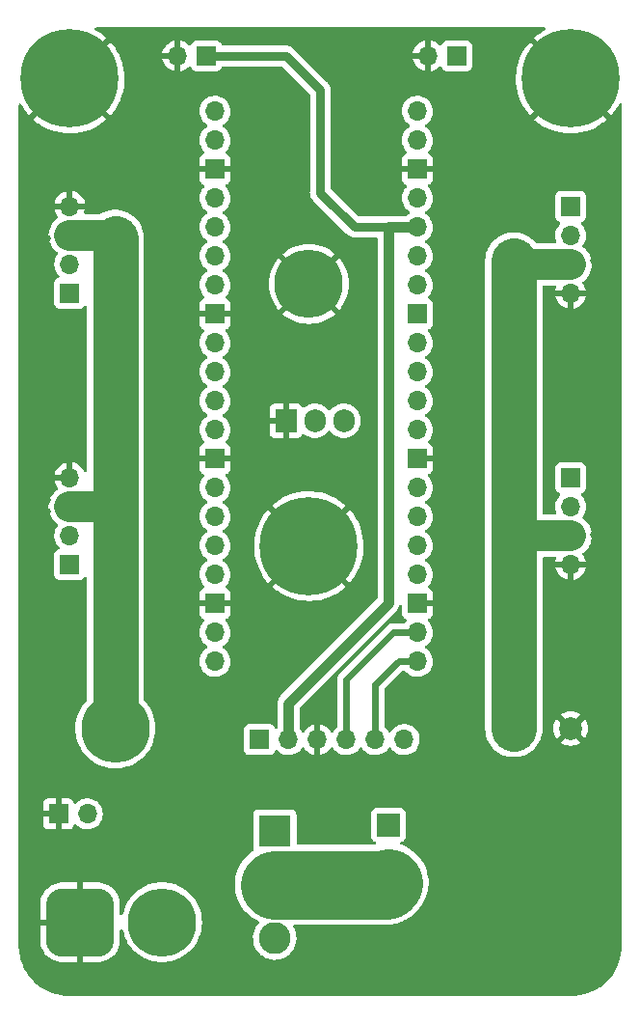
<source format=gbr>
%TF.GenerationSoftware,KiCad,Pcbnew,(6.0.9)*%
%TF.CreationDate,2022-12-10T13:22:31-05:00*%
%TF.ProjectId,Team5_Coaster,5465616d-355f-4436-9f61-737465722e6b,rev?*%
%TF.SameCoordinates,Original*%
%TF.FileFunction,Copper,L2,Bot*%
%TF.FilePolarity,Positive*%
%FSLAX46Y46*%
G04 Gerber Fmt 4.6, Leading zero omitted, Abs format (unit mm)*
G04 Created by KiCad (PCBNEW (6.0.9)) date 2022-12-10 13:22:31*
%MOMM*%
%LPD*%
G01*
G04 APERTURE LIST*
G04 Aperture macros list*
%AMRoundRect*
0 Rectangle with rounded corners*
0 $1 Rounding radius*
0 $2 $3 $4 $5 $6 $7 $8 $9 X,Y pos of 4 corners*
0 Add a 4 corners polygon primitive as box body*
4,1,4,$2,$3,$4,$5,$6,$7,$8,$9,$2,$3,0*
0 Add four circle primitives for the rounded corners*
1,1,$1+$1,$2,$3*
1,1,$1+$1,$4,$5*
1,1,$1+$1,$6,$7*
1,1,$1+$1,$8,$9*
0 Add four rect primitives between the rounded corners*
20,1,$1+$1,$2,$3,$4,$5,0*
20,1,$1+$1,$4,$5,$6,$7,0*
20,1,$1+$1,$6,$7,$8,$9,0*
20,1,$1+$1,$8,$9,$2,$3,0*%
G04 Aperture macros list end*
%TA.AperFunction,ComponentPad*%
%ADD10R,1.700000X1.700000*%
%TD*%
%TA.AperFunction,ComponentPad*%
%ADD11O,1.700000X1.700000*%
%TD*%
%TA.AperFunction,ComponentPad*%
%ADD12C,0.900000*%
%TD*%
%TA.AperFunction,ComponentPad*%
%ADD13C,8.600000*%
%TD*%
%TA.AperFunction,ComponentPad*%
%ADD14R,2.794000X2.794000*%
%TD*%
%TA.AperFunction,ComponentPad*%
%ADD15C,2.794000*%
%TD*%
%TA.AperFunction,ComponentPad*%
%ADD16R,2.000000X2.000000*%
%TD*%
%TA.AperFunction,ComponentPad*%
%ADD17O,2.000000X2.000000*%
%TD*%
%TA.AperFunction,ComponentPad*%
%ADD18C,2.000000*%
%TD*%
%TA.AperFunction,ComponentPad*%
%ADD19C,6.000000*%
%TD*%
%TA.AperFunction,ComponentPad*%
%ADD20O,1.905000X2.000000*%
%TD*%
%TA.AperFunction,ComponentPad*%
%ADD21R,1.905000X2.000000*%
%TD*%
%TA.AperFunction,ComponentPad*%
%ADD22RoundRect,1.500000X-1.500000X-1.500000X1.500000X-1.500000X1.500000X1.500000X-1.500000X1.500000X0*%
%TD*%
%TA.AperFunction,ViaPad*%
%ADD23C,0.650000*%
%TD*%
%TA.AperFunction,Conductor*%
%ADD24C,4.000000*%
%TD*%
%TA.AperFunction,Conductor*%
%ADD25C,2.700000*%
%TD*%
%TA.AperFunction,Conductor*%
%ADD26C,6.000000*%
%TD*%
%TA.AperFunction,Conductor*%
%ADD27C,0.900000*%
%TD*%
%TA.AperFunction,Conductor*%
%ADD28C,0.800000*%
%TD*%
%TA.AperFunction,Conductor*%
%ADD29C,0.600000*%
%TD*%
G04 APERTURE END LIST*
D10*
%TO.P,RF1,1,IN1*%
%TO.N,RF1*%
X147000000Y-67200000D03*
D11*
%TO.P,RF1,2,IN2*%
%TO.N,RF2*%
X147000000Y-69740000D03*
%TO.P,RF1,3,VM*%
%TO.N,+10V*%
X147000000Y-72280000D03*
%TO.P,RF1,4,GND*%
%TO.N,GND*%
X147000000Y-74820000D03*
%TD*%
D12*
%TO.P,H1,1,1*%
%TO.N,GND*%
X124000000Y-100225000D03*
X126280419Y-99280419D03*
X124000000Y-93775000D03*
X121719581Y-99280419D03*
X120775000Y-97000000D03*
X127225000Y-97000000D03*
X121719581Y-94719581D03*
D13*
X124000000Y-97000000D03*
D12*
X126280419Y-94719581D03*
%TD*%
D14*
%TO.P,SW1,1,A*%
%TO.N,VCC*%
X121000000Y-122000000D03*
D15*
%TO.P,SW1,2,B*%
%TO.N,Net-(D1-Pad2)*%
X121000000Y-126699000D03*
%TO.P,SW1,3,C*%
%TO.N,unconnected-(SW1-Pad3)*%
X121000000Y-131398000D03*
%TD*%
D10*
%TO.P,J13,1,Pin_1*%
%TO.N,+3V3*%
X115000000Y-54000000D03*
D11*
%TO.P,J13,2,Pin_2*%
%TO.N,GND*%
X112460000Y-54000000D03*
%TD*%
D10*
%TO.P,J4,1,Pin_1*%
%TO.N,VSYS*%
X137000000Y-54000000D03*
D11*
%TO.P,J4,2,Pin_2*%
%TO.N,GND*%
X134460000Y-54000000D03*
%TD*%
D16*
%TO.P,D1,1,K*%
%TO.N,+10V*%
X131000000Y-121460000D03*
D17*
%TO.P,D1,2,A*%
%TO.N,Net-(D1-Pad2)*%
X131000000Y-126540000D03*
%TD*%
D12*
%TO.P,H2,1,1*%
%TO.N,GND*%
X143775000Y-56000000D03*
X149280419Y-53719581D03*
X149280419Y-58280419D03*
X147000000Y-59225000D03*
X144719581Y-58280419D03*
D13*
X147000000Y-56000000D03*
D12*
X150225000Y-56000000D03*
X144719581Y-53719581D03*
X147000000Y-52775000D03*
%TD*%
D16*
%TO.P,C1,1*%
%TO.N,+10V*%
X142000000Y-113000000D03*
D18*
%TO.P,C1,2*%
%TO.N,GND*%
X147000000Y-113000000D03*
%TD*%
D19*
%TO.P,J5,1,Pin_1*%
%TO.N,GND*%
X124000000Y-74000000D03*
%TD*%
D20*
%TO.P,U2,3,VO*%
%TO.N,+10V*%
X127080000Y-86000000D03*
%TO.P,U2,2,VI*%
%TO.N,VSYS*%
X124540000Y-86000000D03*
D21*
%TO.P,U2,1,GND*%
%TO.N,GND*%
X122000000Y-86000000D03*
%TD*%
D10*
%TO.P,J2,1,Pin_1*%
%TO.N,unconnected-(J2-Pad1)*%
X119675000Y-113975000D03*
D11*
%TO.P,J2,2,Pin_2*%
%TO.N,+3V3*%
X122215000Y-113975000D03*
%TO.P,J2,3,Pin_3*%
%TO.N,GND*%
X124755000Y-113975000D03*
%TO.P,J2,4,Pin_4*%
%TO.N,RX*%
X127295000Y-113975000D03*
%TO.P,J2,5,Pin_5*%
%TO.N,TX*%
X129835000Y-113975000D03*
%TO.P,J2,6,Pin_6*%
%TO.N,unconnected-(J2-Pad6)*%
X132375000Y-113975000D03*
%TD*%
D22*
%TO.P,J1,1,Pin_1*%
%TO.N,GND*%
X103900000Y-130000000D03*
D19*
%TO.P,J1,2,Pin_2*%
%TO.N,VCC*%
X111100000Y-130000000D03*
%TD*%
D12*
%TO.P,H3,1,1*%
%TO.N,GND*%
X105280419Y-53719581D03*
X103000000Y-59225000D03*
X105280419Y-58280419D03*
X100719581Y-53719581D03*
X99775000Y-56000000D03*
D13*
X103000000Y-56000000D03*
D12*
X100719581Y-58280419D03*
X103000000Y-52775000D03*
X106225000Y-56000000D03*
%TD*%
D10*
%TO.P,J6,1,Pin_1*%
%TO.N,GND*%
X102000000Y-120500000D03*
D11*
%TO.P,J6,2,Pin_2*%
%TO.N,VCC*%
X104540000Y-120500000D03*
%TD*%
D10*
%TO.P,LB1,1,IN1*%
%TO.N,LB1*%
X103000000Y-98620000D03*
D11*
%TO.P,LB1,2,IN2*%
%TO.N,LB2*%
X103000000Y-96080000D03*
%TO.P,LB1,3,VM*%
%TO.N,+10V*%
X103000000Y-93540000D03*
%TO.P,LB1,4,GND*%
%TO.N,GND*%
X103000000Y-91000000D03*
%TD*%
D10*
%TO.P,LF1,1,IN1*%
%TO.N,LF1*%
X103000000Y-74800000D03*
D11*
%TO.P,LF1,2,IN2*%
%TO.N,LF2*%
X103000000Y-72260000D03*
%TO.P,LF1,3,VM*%
%TO.N,+10V*%
X103000000Y-69720000D03*
%TO.P,LF1,4,GND*%
%TO.N,GND*%
X103000000Y-67180000D03*
%TD*%
D19*
%TO.P,J3,1,Pin_1*%
%TO.N,+10V*%
X107000000Y-113000000D03*
%TD*%
D10*
%TO.P,RB1,1,IN1*%
%TO.N,RB1*%
X147000000Y-91000000D03*
D11*
%TO.P,RB1,2,IN2*%
%TO.N,RB2*%
X147000000Y-93540000D03*
%TO.P,RB1,3,VM*%
%TO.N,+10V*%
X147000000Y-96080000D03*
%TO.P,RB1,4,GND*%
%TO.N,GND*%
X147000000Y-98620000D03*
%TD*%
%TO.P,U1,40,VBUS*%
%TO.N,unconnected-(U1-Pad40)*%
X133525000Y-58855000D03*
%TO.P,U1,39,VSYS*%
%TO.N,VSYS*%
X133525000Y-61395000D03*
D10*
%TO.P,U1,38,GND*%
%TO.N,GND*%
X133525000Y-63935000D03*
D11*
%TO.P,U1,37,3V3_EN*%
%TO.N,unconnected-(U1-Pad37)*%
X133525000Y-66475000D03*
%TO.P,U1,36,3V3*%
%TO.N,+3V3*%
X133525000Y-69015000D03*
%TO.P,U1,35,ADC_VREF*%
%TO.N,unconnected-(U1-Pad35)*%
X133525000Y-71555000D03*
%TO.P,U1,34,GPIO28_ADC2*%
%TO.N,unconnected-(U1-Pad34)*%
X133525000Y-74095000D03*
D10*
%TO.P,U1,33,AGND*%
%TO.N,unconnected-(U1-Pad33)*%
X133525000Y-76635000D03*
D11*
%TO.P,U1,32,GPIO27_ADC1*%
%TO.N,unconnected-(U1-Pad32)*%
X133525000Y-79175000D03*
%TO.P,U1,31,GPIO26_ADC0*%
%TO.N,unconnected-(U1-Pad31)*%
X133525000Y-81715000D03*
%TO.P,U1,30,RUN*%
%TO.N,unconnected-(U1-Pad30)*%
X133525000Y-84255000D03*
%TO.P,U1,29,GPIO22*%
%TO.N,unconnected-(U1-Pad29)*%
X133525000Y-86795000D03*
D10*
%TO.P,U1,28,GND*%
%TO.N,GND*%
X133525000Y-89335000D03*
D11*
%TO.P,U1,27,GPIO21*%
%TO.N,RF1*%
X133525000Y-91875000D03*
%TO.P,U1,26,GPIO20*%
%TO.N,RF2*%
X133525000Y-94415000D03*
%TO.P,U1,25,GPIO19*%
%TO.N,RB1*%
X133525000Y-96955000D03*
%TO.P,U1,24,GPIO18*%
%TO.N,RB2*%
X133525000Y-99495000D03*
D10*
%TO.P,U1,23,GND*%
%TO.N,GND*%
X133525000Y-102035000D03*
D11*
%TO.P,U1,22,GPIO17*%
%TO.N,RX*%
X133525000Y-104575000D03*
%TO.P,U1,21,GPIO16*%
%TO.N,TX*%
X133525000Y-107115000D03*
%TO.P,U1,20,GPIO15*%
%TO.N,unconnected-(U1-Pad20)*%
X115745000Y-107115000D03*
%TO.P,U1,19,GPIO14*%
%TO.N,unconnected-(U1-Pad19)*%
X115745000Y-104575000D03*
D10*
%TO.P,U1,18,GND*%
%TO.N,GND*%
X115745000Y-102035000D03*
D11*
%TO.P,U1,17,GPIO13*%
%TO.N,LB1*%
X115745000Y-99495000D03*
%TO.P,U1,16,GPIO12*%
%TO.N,LB2*%
X115745000Y-96955000D03*
%TO.P,U1,15,GPIO11*%
%TO.N,LF1*%
X115745000Y-94415000D03*
%TO.P,U1,14,GPIO10*%
%TO.N,LF2*%
X115745000Y-91875000D03*
D10*
%TO.P,U1,13,GND*%
%TO.N,GND*%
X115745000Y-89335000D03*
D11*
%TO.P,U1,12,GPIO9*%
%TO.N,unconnected-(U1-Pad12)*%
X115745000Y-86795000D03*
%TO.P,U1,11,GPIO8*%
%TO.N,unconnected-(U1-Pad11)*%
X115745000Y-84255000D03*
%TO.P,U1,10,GPIO7*%
%TO.N,unconnected-(U1-Pad10)*%
X115745000Y-81715000D03*
%TO.P,U1,9,GPIO6*%
%TO.N,unconnected-(U1-Pad9)*%
X115745000Y-79175000D03*
D10*
%TO.P,U1,8,GND*%
%TO.N,GND*%
X115745000Y-76635000D03*
D11*
%TO.P,U1,7,GPIO5*%
%TO.N,unconnected-(U1-Pad7)*%
X115745000Y-74095000D03*
%TO.P,U1,6,GPIO4*%
%TO.N,unconnected-(U1-Pad6)*%
X115745000Y-71555000D03*
%TO.P,U1,5,GPIO3*%
%TO.N,unconnected-(U1-Pad5)*%
X115745000Y-69015000D03*
%TO.P,U1,4,GPIO2*%
%TO.N,unconnected-(U1-Pad4)*%
X115745000Y-66475000D03*
D10*
%TO.P,U1,3,GND*%
%TO.N,GND*%
X115745000Y-63935000D03*
D11*
%TO.P,U1,2,GPIO1*%
%TO.N,unconnected-(U1-Pad2)*%
X115745000Y-61395000D03*
%TO.P,U1,1,GPIO0*%
%TO.N,unconnected-(U1-Pad1)*%
X115745000Y-58855000D03*
%TD*%
D23*
%TO.N,GND*%
X137500000Y-101500000D03*
X137500000Y-102500000D03*
X137500000Y-103500000D03*
X137500000Y-106500000D03*
X137500000Y-107500000D03*
X137500000Y-105500000D03*
X137500000Y-104500000D03*
X130250000Y-62500000D03*
X130250000Y-63500000D03*
X130250000Y-61500000D03*
X130250000Y-60500000D03*
X130250000Y-66500000D03*
X130250000Y-67500000D03*
X130250000Y-65500000D03*
X130250000Y-64500000D03*
X129250000Y-80500000D03*
X129250000Y-81500000D03*
X129250000Y-79500000D03*
X129250000Y-78500000D03*
X129250000Y-76500000D03*
X129250000Y-77500000D03*
X129250000Y-75500000D03*
X129250000Y-74500000D03*
X129250000Y-72500000D03*
X129250000Y-73500000D03*
X129250000Y-71500000D03*
X129250000Y-70500000D03*
X137500000Y-74000000D03*
X137500000Y-71000000D03*
X137500000Y-69000000D03*
X137500000Y-77000000D03*
X137500000Y-79000000D03*
X137500000Y-80000000D03*
X137500000Y-68000000D03*
X137500000Y-64000000D03*
X137500000Y-76000000D03*
X137500000Y-78000000D03*
X137500000Y-67000000D03*
X137500000Y-81000000D03*
X137500000Y-75000000D03*
X137500000Y-73000000D03*
X137500000Y-72000000D03*
X137500000Y-82000000D03*
X137500000Y-83000000D03*
X137500000Y-65000000D03*
X137500000Y-66000000D03*
X137500000Y-70000000D03*
X118000000Y-88000000D03*
X118000000Y-85000000D03*
X118000000Y-83000000D03*
X118000000Y-91000000D03*
X118000000Y-93000000D03*
X118000000Y-94000000D03*
X118000000Y-82000000D03*
X118000000Y-78000000D03*
X118000000Y-90000000D03*
X118000000Y-92000000D03*
X118000000Y-81000000D03*
X118000000Y-95000000D03*
X118000000Y-89000000D03*
X118000000Y-87000000D03*
X118000000Y-86000000D03*
X118000000Y-96000000D03*
X118000000Y-97000000D03*
X118000000Y-79000000D03*
X118000000Y-80000000D03*
X118000000Y-84000000D03*
X149000000Y-91000000D03*
X101000000Y-100000000D03*
X110000000Y-52000000D03*
X101000000Y-93000000D03*
X116000000Y-52000000D03*
X149000000Y-92000000D03*
X103000000Y-77000000D03*
X118000000Y-64000000D03*
X101000000Y-71000000D03*
X149000000Y-100000000D03*
X149000000Y-71000000D03*
X146000000Y-77000000D03*
X105000000Y-66000000D03*
X102000000Y-77000000D03*
X146000000Y-101000000D03*
X113000000Y-52000000D03*
X135000000Y-52000000D03*
X133000000Y-52000000D03*
X132000000Y-54000000D03*
X110000000Y-53000000D03*
X136000000Y-52000000D03*
X148000000Y-89000000D03*
X145000000Y-101000000D03*
X132000000Y-52000000D03*
X138000000Y-52000000D03*
X149000000Y-67000000D03*
X103000000Y-89000000D03*
X101000000Y-69000000D03*
X104000000Y-101000000D03*
X118000000Y-58000000D03*
X118000000Y-61000000D03*
X139000000Y-52000000D03*
X101000000Y-66000000D03*
X149000000Y-76000000D03*
X146000000Y-89000000D03*
X134000000Y-56000000D03*
X111000000Y-52000000D03*
X149000000Y-95000000D03*
X145000000Y-65000000D03*
X149000000Y-89000000D03*
X115000000Y-52000000D03*
X149000000Y-65000000D03*
X118000000Y-66000000D03*
X135000000Y-56000000D03*
X117000000Y-52000000D03*
X149000000Y-94000000D03*
X101000000Y-65000000D03*
X102000000Y-89000000D03*
X118000000Y-60000000D03*
X118000000Y-70000000D03*
X149000000Y-69000000D03*
X101000000Y-89000000D03*
X139000000Y-56000000D03*
X149000000Y-70000000D03*
X101000000Y-77000000D03*
X111000000Y-56000000D03*
X147000000Y-77000000D03*
X118000000Y-75000000D03*
X110000000Y-56000000D03*
X147000000Y-101000000D03*
X149000000Y-72000000D03*
X113000000Y-56000000D03*
X132000000Y-56000000D03*
X118000000Y-69000000D03*
X145000000Y-75000000D03*
X118000000Y-67000000D03*
X149000000Y-99000000D03*
X101000000Y-91000000D03*
X118000000Y-72000000D03*
X114000000Y-52000000D03*
X133000000Y-56000000D03*
X149000000Y-90000000D03*
X149000000Y-75000000D03*
X118000000Y-59000000D03*
X114000000Y-56000000D03*
X101000000Y-96000000D03*
X104000000Y-77000000D03*
X101000000Y-70000000D03*
X145000000Y-100000000D03*
X149000000Y-98000000D03*
X118000000Y-62000000D03*
X117000000Y-56000000D03*
X148000000Y-77000000D03*
X118000000Y-77000000D03*
X149000000Y-77000000D03*
X118000000Y-76000000D03*
X149000000Y-74000000D03*
X149000000Y-68000000D03*
X110000000Y-54000000D03*
X138000000Y-56000000D03*
X101000000Y-75000000D03*
X105000000Y-67000000D03*
X101000000Y-90000000D03*
X105000000Y-65000000D03*
X101000000Y-72000000D03*
X132000000Y-55000000D03*
X118000000Y-63000000D03*
X146000000Y-65000000D03*
X116000000Y-56000000D03*
X102000000Y-65000000D03*
X101000000Y-94000000D03*
X101000000Y-99000000D03*
X101000000Y-98000000D03*
X101000000Y-67000000D03*
X103000000Y-101000000D03*
X139000000Y-53000000D03*
X149000000Y-96000000D03*
X101000000Y-101000000D03*
X145000000Y-99000000D03*
X118000000Y-74000000D03*
X118000000Y-65000000D03*
X139000000Y-54000000D03*
X102000000Y-101000000D03*
X112000000Y-56000000D03*
X101000000Y-73000000D03*
X101000000Y-76000000D03*
X101000000Y-97000000D03*
X145000000Y-77000000D03*
X115000000Y-56000000D03*
X118000000Y-71000000D03*
X137000000Y-52000000D03*
X112000000Y-52000000D03*
X147000000Y-65000000D03*
X147000000Y-89000000D03*
X101000000Y-95000000D03*
X139000000Y-55000000D03*
X149000000Y-66000000D03*
X101000000Y-92000000D03*
X104000000Y-89000000D03*
X149000000Y-97000000D03*
X118000000Y-73000000D03*
X145000000Y-66000000D03*
X103000000Y-65000000D03*
X132000000Y-53000000D03*
X145000000Y-76000000D03*
X104000000Y-65000000D03*
X101000000Y-74000000D03*
X148000000Y-65000000D03*
X149000000Y-101000000D03*
X149000000Y-73000000D03*
X148000000Y-101000000D03*
X118000000Y-68000000D03*
X134000000Y-52000000D03*
X101000000Y-68000000D03*
X149000000Y-93000000D03*
X110000000Y-55000000D03*
%TD*%
D24*
%TO.N,+10V*%
X142000000Y-96000000D02*
X142000000Y-72000000D01*
X107000000Y-113000000D02*
X107000000Y-94000000D01*
D25*
X103000000Y-93540000D02*
X106540000Y-93540000D01*
X147000000Y-72280000D02*
X142280000Y-72280000D01*
X103000000Y-69720000D02*
X106720000Y-69720000D01*
D24*
X142000000Y-113000000D02*
X142000000Y-96000000D01*
D25*
X147000000Y-96080000D02*
X142080000Y-96080000D01*
X142080000Y-96080000D02*
X142000000Y-96000000D01*
X106540000Y-93540000D02*
X107000000Y-94000000D01*
X142280000Y-72280000D02*
X142000000Y-72000000D01*
D24*
X107000000Y-94000000D02*
X107000000Y-70000000D01*
D25*
X106720000Y-69720000D02*
X107000000Y-70000000D01*
D26*
%TO.N,Net-(D1-Pad2)*%
X130841000Y-126699000D02*
X131000000Y-126540000D01*
X121000000Y-126699000D02*
X130841000Y-126699000D01*
D27*
%TO.N,+3V3*%
X130985000Y-102015000D02*
X130985000Y-69015000D01*
D28*
X122000000Y-54000000D02*
X115000000Y-54000000D01*
X125000000Y-66000000D02*
X125000000Y-57000000D01*
X125000000Y-57000000D02*
X122000000Y-54000000D01*
D27*
X133525000Y-69015000D02*
X130985000Y-69015000D01*
D28*
X130970000Y-69000000D02*
X128000000Y-69000000D01*
D27*
X122215000Y-110785000D02*
X130985000Y-102015000D01*
D28*
X130985000Y-69015000D02*
X130970000Y-69000000D01*
X128000000Y-69000000D02*
X125000000Y-66000000D01*
D27*
X122215000Y-113975000D02*
X122215000Y-110785000D01*
D29*
%TO.N,TX*%
X131885000Y-107115000D02*
X129835000Y-109165000D01*
X133525000Y-107115000D02*
X131885000Y-107115000D01*
X129835000Y-109165000D02*
X129835000Y-113975000D01*
%TO.N,RX*%
X131425000Y-104575000D02*
X133525000Y-104575000D01*
X127295000Y-113975000D02*
X127295000Y-108705000D01*
X127295000Y-108705000D02*
X131425000Y-104575000D01*
%TD*%
%TA.AperFunction,Conductor*%
%TO.N,GND*%
G36*
X144762166Y-51528502D02*
G01*
X144808659Y-51582158D01*
X144818763Y-51652432D01*
X144789269Y-51717012D01*
X144756759Y-51743784D01*
X144423581Y-51934984D01*
X144418848Y-51937987D01*
X144072420Y-52180109D01*
X144067979Y-52183517D01*
X143796476Y-52411739D01*
X143788031Y-52424456D01*
X143794139Y-52434929D01*
X144193493Y-52834283D01*
X144668140Y-53308931D01*
X144719580Y-53360371D01*
X145604878Y-54245668D01*
X149280419Y-57921209D01*
X150165717Y-58806506D01*
X150562145Y-59202934D01*
X150575903Y-59210446D01*
X150585263Y-59203989D01*
X150754244Y-59011303D01*
X150757744Y-59006935D01*
X151007073Y-58665645D01*
X151010168Y-58660987D01*
X151228160Y-58298903D01*
X151230841Y-58293964D01*
X151252204Y-58250067D01*
X151299998Y-58197567D01*
X151368589Y-58179241D01*
X151436199Y-58200907D01*
X151481362Y-58255686D01*
X151491500Y-58305203D01*
X151491500Y-131950633D01*
X151490000Y-131970018D01*
X151487690Y-131984851D01*
X151487690Y-131984855D01*
X151486309Y-131993724D01*
X151488984Y-132014183D01*
X151489928Y-132036007D01*
X151485865Y-132129066D01*
X151474648Y-132385964D01*
X151473690Y-132396913D01*
X151429784Y-132730421D01*
X151423982Y-132774490D01*
X151422074Y-132785307D01*
X151383755Y-132958155D01*
X151339647Y-133157114D01*
X151336802Y-133167731D01*
X151227840Y-133513315D01*
X151222285Y-133530932D01*
X151218529Y-133541254D01*
X151115439Y-133790136D01*
X151072784Y-133893114D01*
X151068138Y-133903076D01*
X150892295Y-134240867D01*
X150886799Y-134250387D01*
X150682180Y-134571574D01*
X150675876Y-134580578D01*
X150444038Y-134882716D01*
X150436972Y-134891137D01*
X150179686Y-135171914D01*
X150171914Y-135179686D01*
X149891137Y-135436972D01*
X149882716Y-135444038D01*
X149580578Y-135675876D01*
X149571574Y-135682180D01*
X149250387Y-135886799D01*
X149240868Y-135892294D01*
X148903067Y-136068142D01*
X148893123Y-136072780D01*
X148541254Y-136218529D01*
X148530939Y-136222282D01*
X148167732Y-136336802D01*
X148157115Y-136339647D01*
X147785307Y-136422074D01*
X147774498Y-136423981D01*
X147396914Y-136473690D01*
X147385965Y-136474648D01*
X147043446Y-136489603D01*
X147018571Y-136488223D01*
X147006276Y-136486309D01*
X146997374Y-136487473D01*
X146997372Y-136487473D01*
X146982323Y-136489441D01*
X146974714Y-136490436D01*
X146958379Y-136491500D01*
X103049367Y-136491500D01*
X103029982Y-136490000D01*
X103015149Y-136487690D01*
X103015145Y-136487690D01*
X103006276Y-136486309D01*
X102985817Y-136488984D01*
X102963993Y-136489928D01*
X102614035Y-136474648D01*
X102603086Y-136473690D01*
X102225502Y-136423981D01*
X102214693Y-136422074D01*
X101842885Y-136339647D01*
X101832268Y-136336802D01*
X101469061Y-136222282D01*
X101458746Y-136218529D01*
X101106877Y-136072780D01*
X101096933Y-136068142D01*
X100759132Y-135892294D01*
X100749613Y-135886799D01*
X100428426Y-135682180D01*
X100419422Y-135675876D01*
X100117284Y-135444038D01*
X100108863Y-135436972D01*
X99828086Y-135179686D01*
X99820314Y-135171914D01*
X99563028Y-134891137D01*
X99555962Y-134882716D01*
X99324124Y-134580578D01*
X99317820Y-134571574D01*
X99113201Y-134250387D01*
X99107705Y-134240867D01*
X98931862Y-133903076D01*
X98927216Y-133893114D01*
X98884562Y-133790136D01*
X98781471Y-133541254D01*
X98777715Y-133530932D01*
X98772161Y-133513315D01*
X98663198Y-133167731D01*
X98660353Y-133157114D01*
X98616245Y-132958155D01*
X98577926Y-132785307D01*
X98576018Y-132774490D01*
X98570217Y-132730421D01*
X98526310Y-132396913D01*
X98525352Y-132385964D01*
X98514135Y-132129066D01*
X98510561Y-132047206D01*
X98512188Y-132020805D01*
X98512769Y-132017352D01*
X98512770Y-132017345D01*
X98513576Y-132012552D01*
X98513729Y-132000000D01*
X98509773Y-131972376D01*
X98508500Y-131954514D01*
X98508500Y-131610915D01*
X100392001Y-131610915D01*
X100392061Y-131613672D01*
X100394601Y-131671855D01*
X100395317Y-131678972D01*
X100437999Y-131948453D01*
X100439978Y-131957023D01*
X100519504Y-132217143D01*
X100522655Y-132225353D01*
X100637613Y-132471882D01*
X100641876Y-132479572D01*
X100790024Y-132707700D01*
X100795314Y-132714719D01*
X100973783Y-132920024D01*
X100979976Y-132926217D01*
X101185281Y-133104686D01*
X101192300Y-133109976D01*
X101420428Y-133258124D01*
X101428118Y-133262387D01*
X101674647Y-133377345D01*
X101682857Y-133380496D01*
X101942977Y-133460022D01*
X101951547Y-133462001D01*
X102221044Y-133504685D01*
X102228128Y-133505399D01*
X102286331Y-133507940D01*
X102289083Y-133508000D01*
X103627885Y-133508000D01*
X103643124Y-133503525D01*
X103644329Y-133502135D01*
X103646000Y-133494452D01*
X103646000Y-133489884D01*
X104154000Y-133489884D01*
X104158475Y-133505123D01*
X104159865Y-133506328D01*
X104167548Y-133507999D01*
X105510915Y-133507999D01*
X105513672Y-133507939D01*
X105571855Y-133505399D01*
X105578972Y-133504683D01*
X105848453Y-133462001D01*
X105857023Y-133460022D01*
X106117143Y-133380496D01*
X106125353Y-133377345D01*
X106371882Y-133262387D01*
X106379572Y-133258124D01*
X106607700Y-133109976D01*
X106614719Y-133104686D01*
X106820024Y-132926217D01*
X106826217Y-132920024D01*
X107004686Y-132714719D01*
X107009976Y-132707700D01*
X107158124Y-132479572D01*
X107162387Y-132471882D01*
X107277345Y-132225353D01*
X107280496Y-132217143D01*
X107360022Y-131957023D01*
X107362001Y-131948453D01*
X107404685Y-131678956D01*
X107405399Y-131671872D01*
X107407940Y-131613669D01*
X107408000Y-131610917D01*
X107408000Y-130718536D01*
X107428002Y-130650415D01*
X107481658Y-130603922D01*
X107551932Y-130593818D01*
X107616512Y-130623312D01*
X107654896Y-130683038D01*
X107658449Y-130698827D01*
X107662941Y-130727193D01*
X107662944Y-130727206D01*
X107663459Y-130730459D01*
X107758639Y-131085674D01*
X107759824Y-131088762D01*
X107759825Y-131088764D01*
X107775204Y-131128827D01*
X107890427Y-131428994D01*
X107891925Y-131431934D01*
X108014180Y-131671872D01*
X108057380Y-131756657D01*
X108059176Y-131759423D01*
X108059178Y-131759426D01*
X108078832Y-131789691D01*
X108257668Y-132065075D01*
X108489098Y-132350867D01*
X108749133Y-132610902D01*
X109034925Y-132842332D01*
X109343342Y-133042620D01*
X109346276Y-133044115D01*
X109346283Y-133044119D01*
X109568049Y-133157114D01*
X109671006Y-133209573D01*
X110014326Y-133341361D01*
X110369541Y-133436541D01*
X110562558Y-133467112D01*
X110729511Y-133493555D01*
X110729519Y-133493556D01*
X110732759Y-133494069D01*
X111100000Y-133513315D01*
X111467241Y-133494069D01*
X111470481Y-133493556D01*
X111470489Y-133493555D01*
X111637442Y-133467112D01*
X111830459Y-133436541D01*
X112185674Y-133341361D01*
X112528994Y-133209573D01*
X112631951Y-133157114D01*
X112853717Y-133044119D01*
X112853724Y-133044115D01*
X112856658Y-133042620D01*
X113165075Y-132842332D01*
X113450867Y-132610902D01*
X113710902Y-132350867D01*
X113942332Y-132065075D01*
X114121168Y-131789691D01*
X114140822Y-131759426D01*
X114140824Y-131759423D01*
X114142620Y-131756657D01*
X114185821Y-131671872D01*
X114308075Y-131431934D01*
X114309573Y-131428994D01*
X114424796Y-131128827D01*
X114440175Y-131088764D01*
X114440176Y-131088762D01*
X114441361Y-131085674D01*
X114536541Y-130730459D01*
X114589937Y-130393332D01*
X114593555Y-130370489D01*
X114593556Y-130370481D01*
X114594069Y-130367241D01*
X114613315Y-130000000D01*
X114594069Y-129632759D01*
X114580415Y-129546547D01*
X114567112Y-129462558D01*
X114536541Y-129269541D01*
X114441361Y-128914326D01*
X114309573Y-128571006D01*
X114244494Y-128443281D01*
X114144119Y-128246284D01*
X114144115Y-128246277D01*
X114142620Y-128243343D01*
X113942332Y-127934925D01*
X113710902Y-127649133D01*
X113450867Y-127389098D01*
X113165075Y-127157668D01*
X112856658Y-126957380D01*
X112853724Y-126955885D01*
X112853717Y-126955881D01*
X112531934Y-126791925D01*
X112530064Y-126790972D01*
X117487724Y-126790972D01*
X117487990Y-126794313D01*
X117487990Y-126794318D01*
X117517072Y-127159754D01*
X117517384Y-127163680D01*
X117518004Y-127166975D01*
X117518004Y-127166978D01*
X117566131Y-127422902D01*
X117586482Y-127531126D01*
X117694234Y-127889149D01*
X117839422Y-128233694D01*
X118020400Y-128560861D01*
X118022321Y-128563599D01*
X118022327Y-128563609D01*
X118233197Y-128864202D01*
X118235120Y-128866943D01*
X118481149Y-129148476D01*
X118755702Y-129402270D01*
X119055670Y-129625452D01*
X119058557Y-129627156D01*
X119374764Y-129813789D01*
X119374769Y-129813792D01*
X119377655Y-129815495D01*
X119380708Y-129816883D01*
X119560424Y-129898595D01*
X119614157Y-129944999D01*
X119634273Y-130013086D01*
X119614384Y-130081240D01*
X119595244Y-130104466D01*
X119587033Y-130112299D01*
X119419973Y-130324214D01*
X119284438Y-130557555D01*
X119282770Y-130561672D01*
X119282767Y-130561679D01*
X119184807Y-130803531D01*
X119183133Y-130807664D01*
X119118080Y-131069552D01*
X119090576Y-131337994D01*
X119090751Y-131342446D01*
X119097772Y-131521135D01*
X119101170Y-131607633D01*
X119149651Y-131873089D01*
X119235051Y-132129066D01*
X119237044Y-132133054D01*
X119314386Y-132287839D01*
X119355667Y-132370456D01*
X119509092Y-132592443D01*
X119692264Y-132790598D01*
X119695718Y-132793410D01*
X119838883Y-132909964D01*
X119901529Y-132960966D01*
X120034170Y-133040822D01*
X120128896Y-133097852D01*
X120128900Y-133097854D01*
X120132712Y-133100149D01*
X120267239Y-133157114D01*
X120377101Y-133203635D01*
X120377105Y-133203636D01*
X120381199Y-133205370D01*
X120385491Y-133206508D01*
X120385494Y-133206509D01*
X120637736Y-133273390D01*
X120637740Y-133273391D01*
X120642033Y-133274529D01*
X120646442Y-133275051D01*
X120646448Y-133275052D01*
X120822105Y-133295842D01*
X120910009Y-133306246D01*
X121179781Y-133299889D01*
X121338984Y-133273390D01*
X121441576Y-133256314D01*
X121441580Y-133256313D01*
X121445966Y-133255583D01*
X121450207Y-133254242D01*
X121450210Y-133254241D01*
X121699007Y-133175557D01*
X121699009Y-133175556D01*
X121703253Y-133174214D01*
X121707264Y-133172288D01*
X121707269Y-133172286D01*
X121942489Y-133059335D01*
X121942490Y-133059334D01*
X121946508Y-133057405D01*
X122095046Y-132958155D01*
X122167169Y-132909964D01*
X122167173Y-132909961D01*
X122170877Y-132907486D01*
X122174194Y-132904515D01*
X122174198Y-132904512D01*
X122368567Y-132730421D01*
X122368568Y-132730420D01*
X122371885Y-132727449D01*
X122545519Y-132520886D01*
X122688317Y-132291918D01*
X122797428Y-132045114D01*
X122870675Y-131785398D01*
X122885926Y-131671855D01*
X122906170Y-131521135D01*
X122906171Y-131521127D01*
X122906597Y-131517953D01*
X122906698Y-131514742D01*
X122910266Y-131401222D01*
X122910266Y-131401217D01*
X122910367Y-131398000D01*
X122891309Y-131128827D01*
X122882019Y-131085674D01*
X122835450Y-130869377D01*
X122834513Y-130865025D01*
X122784870Y-130730459D01*
X122742656Y-130616034D01*
X122741115Y-130611857D01*
X122623205Y-130393331D01*
X122608461Y-130323883D01*
X122633603Y-130257488D01*
X122690651Y-130215226D01*
X122734093Y-130207500D01*
X130718787Y-130207500D01*
X130727247Y-130207784D01*
X130788598Y-130211913D01*
X130788601Y-130211913D01*
X130791944Y-130212138D01*
X130907518Y-130207597D01*
X130912465Y-130207500D01*
X130934461Y-130207500D01*
X131002294Y-130203885D01*
X131003991Y-130203806D01*
X131061194Y-130201559D01*
X131162191Y-130197591D01*
X131162197Y-130197590D01*
X131165542Y-130197459D01*
X131168856Y-130196973D01*
X131168862Y-130196972D01*
X131184066Y-130194740D01*
X131195662Y-130193582D01*
X131196016Y-130193563D01*
X131214357Y-130192586D01*
X131217660Y-130192054D01*
X131217669Y-130192053D01*
X131288369Y-130180665D01*
X131373967Y-130166878D01*
X131375572Y-130166631D01*
X131474399Y-130152126D01*
X131532135Y-130143652D01*
X131532139Y-130143651D01*
X131535465Y-130143163D01*
X131545099Y-130140680D01*
X131553600Y-130138490D01*
X131565001Y-130136109D01*
X131580165Y-130133666D01*
X131580170Y-130133665D01*
X131583485Y-130133131D01*
X131586717Y-130132250D01*
X131586721Y-130132249D01*
X131688609Y-130104471D01*
X131739347Y-130090638D01*
X131740997Y-130090201D01*
X131897524Y-130049866D01*
X131900650Y-130048694D01*
X131900660Y-130048691D01*
X131915066Y-130043290D01*
X131926155Y-130039709D01*
X131940961Y-130035672D01*
X131940966Y-130035671D01*
X131944206Y-130034787D01*
X132094697Y-129975962D01*
X132096252Y-129975367D01*
X132247619Y-129918622D01*
X132250616Y-129917118D01*
X132264358Y-129910222D01*
X132274996Y-129905486D01*
X132289314Y-129899889D01*
X132289320Y-129899886D01*
X132292434Y-129898669D01*
X132295400Y-129897128D01*
X132295405Y-129897126D01*
X132435809Y-129824192D01*
X132437376Y-129823392D01*
X132578781Y-129752427D01*
X132581784Y-129750920D01*
X132597530Y-129740792D01*
X132607602Y-129734953D01*
X132624226Y-129726317D01*
X132758895Y-129637012D01*
X132760349Y-129636063D01*
X132770536Y-129629511D01*
X132896238Y-129548657D01*
X132898846Y-129546556D01*
X132898859Y-129546547D01*
X132910831Y-129536904D01*
X132920231Y-129530024D01*
X132933022Y-129521542D01*
X132933033Y-129521534D01*
X132935824Y-129519683D01*
X132938409Y-129517541D01*
X132938414Y-129517537D01*
X133060142Y-129416655D01*
X133061504Y-129415541D01*
X133185447Y-129315710D01*
X133185448Y-129315709D01*
X133187416Y-129314124D01*
X133191738Y-129310031D01*
X133201785Y-129299984D01*
X133210480Y-129292065D01*
X133221105Y-129283260D01*
X133221120Y-129283246D01*
X133223700Y-129281108D01*
X133231792Y-129272802D01*
X133337709Y-129164074D01*
X133338868Y-129162900D01*
X133546971Y-128954797D01*
X133734342Y-128746335D01*
X133953314Y-128443281D01*
X133985864Y-128386331D01*
X134065907Y-128246284D01*
X134138842Y-128118673D01*
X134288827Y-127776189D01*
X134367282Y-127528118D01*
X134400557Y-127422902D01*
X134400557Y-127422901D01*
X134401568Y-127419705D01*
X134435935Y-127250026D01*
X134475120Y-127056559D01*
X134475120Y-127056556D01*
X134475788Y-127053260D01*
X134484908Y-126955881D01*
X134510335Y-126684354D01*
X134510649Y-126681003D01*
X134508777Y-126537999D01*
X134505800Y-126310497D01*
X134505800Y-126310494D01*
X134505756Y-126307148D01*
X134461162Y-125935930D01*
X134403864Y-125686751D01*
X134378129Y-125574837D01*
X134378129Y-125574836D01*
X134377374Y-125571554D01*
X134255339Y-125218144D01*
X134096442Y-124879702D01*
X133902480Y-124560063D01*
X133675650Y-124262843D01*
X133418520Y-123991412D01*
X133283700Y-123876468D01*
X133136566Y-123751025D01*
X133136564Y-123751024D01*
X133134003Y-123748840D01*
X132825320Y-123537876D01*
X132753825Y-123499460D01*
X132652719Y-123445134D01*
X132495967Y-123360908D01*
X132492859Y-123359643D01*
X132492853Y-123359640D01*
X132322820Y-123290424D01*
X132149674Y-123219941D01*
X132146438Y-123219010D01*
X132146435Y-123219009D01*
X132099718Y-123205568D01*
X132039783Y-123167512D01*
X132009937Y-123103093D01*
X132019657Y-123032765D01*
X132065856Y-122978856D01*
X132104220Y-122962407D01*
X132110316Y-122961745D01*
X132117711Y-122958973D01*
X132117714Y-122958972D01*
X132238297Y-122913767D01*
X132246705Y-122910615D01*
X132363261Y-122823261D01*
X132450615Y-122706705D01*
X132501745Y-122570316D01*
X132508500Y-122508134D01*
X132508500Y-120411866D01*
X132501745Y-120349684D01*
X132450615Y-120213295D01*
X132363261Y-120096739D01*
X132246705Y-120009385D01*
X132110316Y-119958255D01*
X132048134Y-119951500D01*
X129951866Y-119951500D01*
X129889684Y-119958255D01*
X129753295Y-120009385D01*
X129636739Y-120096739D01*
X129549385Y-120213295D01*
X129498255Y-120349684D01*
X129491500Y-120411866D01*
X129491500Y-122508134D01*
X129498255Y-122570316D01*
X129549385Y-122706705D01*
X129636739Y-122823261D01*
X129753295Y-122910615D01*
X129761703Y-122913767D01*
X129849066Y-122946518D01*
X129905830Y-122989160D01*
X129930530Y-123055721D01*
X129915323Y-123125070D01*
X129865037Y-123175188D01*
X129804836Y-123190500D01*
X123031500Y-123190500D01*
X122963379Y-123170498D01*
X122916886Y-123116842D01*
X122905500Y-123064500D01*
X122905500Y-120554866D01*
X122898745Y-120492684D01*
X122847615Y-120356295D01*
X122760261Y-120239739D01*
X122643705Y-120152385D01*
X122507316Y-120101255D01*
X122445134Y-120094500D01*
X119554866Y-120094500D01*
X119492684Y-120101255D01*
X119356295Y-120152385D01*
X119239739Y-120239739D01*
X119152385Y-120356295D01*
X119101255Y-120492684D01*
X119094500Y-120554866D01*
X119094500Y-123445134D01*
X119101255Y-123507316D01*
X119104027Y-123514712D01*
X119104029Y-123514718D01*
X119138423Y-123606463D01*
X119143606Y-123677270D01*
X119109685Y-123739639D01*
X119090077Y-123755701D01*
X118907964Y-123876468D01*
X118905176Y-123878317D01*
X118617300Y-124116892D01*
X118356405Y-124384708D01*
X118125447Y-124678731D01*
X117927041Y-124995631D01*
X117763434Y-125331821D01*
X117636477Y-125683493D01*
X117547610Y-126046664D01*
X117497837Y-126417223D01*
X117487724Y-126790972D01*
X112530064Y-126790972D01*
X112528994Y-126790427D01*
X112252664Y-126684354D01*
X112188764Y-126659825D01*
X112188762Y-126659824D01*
X112185674Y-126658639D01*
X111830459Y-126563459D01*
X111637442Y-126532888D01*
X111470489Y-126506445D01*
X111470481Y-126506444D01*
X111467241Y-126505931D01*
X111100000Y-126486685D01*
X110732759Y-126505931D01*
X110729519Y-126506444D01*
X110729511Y-126506445D01*
X110562558Y-126532888D01*
X110369541Y-126563459D01*
X110014326Y-126658639D01*
X110011238Y-126659824D01*
X110011236Y-126659825D01*
X109947336Y-126684354D01*
X109671006Y-126790427D01*
X109668066Y-126791925D01*
X109346284Y-126955881D01*
X109346277Y-126955885D01*
X109343343Y-126957380D01*
X109340577Y-126959176D01*
X109340574Y-126959178D01*
X109195700Y-127053260D01*
X109034925Y-127157668D01*
X108749133Y-127389098D01*
X108489098Y-127649133D01*
X108257668Y-127934925D01*
X108057380Y-128243343D01*
X108055885Y-128246277D01*
X108055881Y-128246284D01*
X107955506Y-128443281D01*
X107890427Y-128571006D01*
X107758639Y-128914326D01*
X107663459Y-129269541D01*
X107662944Y-129272793D01*
X107662942Y-129272802D01*
X107658448Y-129301178D01*
X107628035Y-129365331D01*
X107567767Y-129402858D01*
X107496777Y-129401844D01*
X107437606Y-129362611D01*
X107409038Y-129297615D01*
X107407999Y-129281467D01*
X107407999Y-128389086D01*
X107407939Y-128386328D01*
X107405399Y-128328145D01*
X107404683Y-128321028D01*
X107362001Y-128051547D01*
X107360022Y-128042977D01*
X107280496Y-127782857D01*
X107277345Y-127774647D01*
X107162387Y-127528118D01*
X107158124Y-127520428D01*
X107009976Y-127292300D01*
X107004686Y-127285281D01*
X106826217Y-127079976D01*
X106820024Y-127073783D01*
X106614719Y-126895314D01*
X106607700Y-126890024D01*
X106379572Y-126741876D01*
X106371882Y-126737613D01*
X106125353Y-126622655D01*
X106117143Y-126619504D01*
X105857023Y-126539978D01*
X105848453Y-126537999D01*
X105578956Y-126495315D01*
X105571872Y-126494601D01*
X105513669Y-126492060D01*
X105510917Y-126492000D01*
X104172115Y-126492000D01*
X104156876Y-126496475D01*
X104155671Y-126497865D01*
X104154000Y-126505548D01*
X104154000Y-133489884D01*
X103646000Y-133489884D01*
X103646000Y-130272115D01*
X103641525Y-130256876D01*
X103640135Y-130255671D01*
X103632452Y-130254000D01*
X100410116Y-130254000D01*
X100394877Y-130258475D01*
X100393672Y-130259865D01*
X100392001Y-130267548D01*
X100392001Y-131610915D01*
X98508500Y-131610915D01*
X98508500Y-129727885D01*
X100392000Y-129727885D01*
X100396475Y-129743124D01*
X100397865Y-129744329D01*
X100405548Y-129746000D01*
X103627885Y-129746000D01*
X103643124Y-129741525D01*
X103644329Y-129740135D01*
X103646000Y-129732452D01*
X103646000Y-126510116D01*
X103641525Y-126494877D01*
X103640135Y-126493672D01*
X103632452Y-126492001D01*
X102289086Y-126492001D01*
X102286328Y-126492061D01*
X102228145Y-126494601D01*
X102221028Y-126495317D01*
X101951547Y-126537999D01*
X101942977Y-126539978D01*
X101682857Y-126619504D01*
X101674647Y-126622655D01*
X101428118Y-126737613D01*
X101420428Y-126741876D01*
X101192300Y-126890024D01*
X101185281Y-126895314D01*
X100979976Y-127073783D01*
X100973783Y-127079976D01*
X100795314Y-127285281D01*
X100790024Y-127292300D01*
X100641876Y-127520428D01*
X100637613Y-127528118D01*
X100522655Y-127774647D01*
X100519504Y-127782857D01*
X100439978Y-128042977D01*
X100437999Y-128051547D01*
X100395315Y-128321044D01*
X100394601Y-128328128D01*
X100392060Y-128386331D01*
X100392000Y-128389083D01*
X100392000Y-129727885D01*
X98508500Y-129727885D01*
X98508500Y-121394669D01*
X100642001Y-121394669D01*
X100642371Y-121401490D01*
X100647895Y-121452352D01*
X100651521Y-121467604D01*
X100696676Y-121588054D01*
X100705214Y-121603649D01*
X100781715Y-121705724D01*
X100794276Y-121718285D01*
X100896351Y-121794786D01*
X100911946Y-121803324D01*
X101032394Y-121848478D01*
X101047649Y-121852105D01*
X101098514Y-121857631D01*
X101105328Y-121858000D01*
X101727885Y-121858000D01*
X101743124Y-121853525D01*
X101744329Y-121852135D01*
X101746000Y-121844452D01*
X101746000Y-121839884D01*
X102254000Y-121839884D01*
X102258475Y-121855123D01*
X102259865Y-121856328D01*
X102267548Y-121857999D01*
X102894669Y-121857999D01*
X102901490Y-121857629D01*
X102952352Y-121852105D01*
X102967604Y-121848479D01*
X103088054Y-121803324D01*
X103103649Y-121794786D01*
X103205724Y-121718285D01*
X103218285Y-121705724D01*
X103294786Y-121603649D01*
X103303324Y-121588054D01*
X103344225Y-121478952D01*
X103386867Y-121422188D01*
X103453428Y-121397488D01*
X103522777Y-121412696D01*
X103557444Y-121440684D01*
X103582865Y-121470031D01*
X103582869Y-121470035D01*
X103586250Y-121473938D01*
X103758126Y-121616632D01*
X103951000Y-121729338D01*
X104159692Y-121809030D01*
X104164760Y-121810061D01*
X104164763Y-121810062D01*
X104272017Y-121831883D01*
X104378597Y-121853567D01*
X104383772Y-121853757D01*
X104383774Y-121853757D01*
X104596673Y-121861564D01*
X104596677Y-121861564D01*
X104601837Y-121861753D01*
X104606957Y-121861097D01*
X104606959Y-121861097D01*
X104818288Y-121834025D01*
X104818289Y-121834025D01*
X104823416Y-121833368D01*
X104828366Y-121831883D01*
X105032429Y-121770661D01*
X105032434Y-121770659D01*
X105037384Y-121769174D01*
X105237994Y-121670896D01*
X105419860Y-121541173D01*
X105578096Y-121383489D01*
X105708453Y-121202077D01*
X105807430Y-121001811D01*
X105872370Y-120788069D01*
X105901529Y-120566590D01*
X105901732Y-120558283D01*
X105903074Y-120503365D01*
X105903074Y-120503361D01*
X105903156Y-120500000D01*
X105884852Y-120277361D01*
X105830431Y-120060702D01*
X105741354Y-119855840D01*
X105620014Y-119668277D01*
X105469670Y-119503051D01*
X105465619Y-119499852D01*
X105465615Y-119499848D01*
X105298414Y-119367800D01*
X105298410Y-119367798D01*
X105294359Y-119364598D01*
X105098789Y-119256638D01*
X105093920Y-119254914D01*
X105093916Y-119254912D01*
X104893087Y-119183795D01*
X104893083Y-119183794D01*
X104888212Y-119182069D01*
X104883119Y-119181162D01*
X104883116Y-119181161D01*
X104673373Y-119143800D01*
X104673367Y-119143799D01*
X104668284Y-119142894D01*
X104594452Y-119141992D01*
X104450081Y-119140228D01*
X104450079Y-119140228D01*
X104444911Y-119140165D01*
X104224091Y-119173955D01*
X104011756Y-119243357D01*
X103813607Y-119346507D01*
X103809474Y-119349610D01*
X103809471Y-119349612D01*
X103726450Y-119411946D01*
X103634965Y-119480635D01*
X103631393Y-119484373D01*
X103553898Y-119565466D01*
X103492374Y-119600895D01*
X103421462Y-119597438D01*
X103363676Y-119556192D01*
X103344823Y-119522644D01*
X103303324Y-119411946D01*
X103294786Y-119396351D01*
X103218285Y-119294276D01*
X103205724Y-119281715D01*
X103103649Y-119205214D01*
X103088054Y-119196676D01*
X102967606Y-119151522D01*
X102952351Y-119147895D01*
X102901486Y-119142369D01*
X102894672Y-119142000D01*
X102272115Y-119142000D01*
X102256876Y-119146475D01*
X102255671Y-119147865D01*
X102254000Y-119155548D01*
X102254000Y-121839884D01*
X101746000Y-121839884D01*
X101746000Y-120772115D01*
X101741525Y-120756876D01*
X101740135Y-120755671D01*
X101732452Y-120754000D01*
X100660116Y-120754000D01*
X100644877Y-120758475D01*
X100643672Y-120759865D01*
X100642001Y-120767548D01*
X100642001Y-121394669D01*
X98508500Y-121394669D01*
X98508500Y-120227885D01*
X100642000Y-120227885D01*
X100646475Y-120243124D01*
X100647865Y-120244329D01*
X100655548Y-120246000D01*
X101727885Y-120246000D01*
X101743124Y-120241525D01*
X101744329Y-120240135D01*
X101746000Y-120232452D01*
X101746000Y-119160116D01*
X101741525Y-119144877D01*
X101740135Y-119143672D01*
X101732452Y-119142001D01*
X101105331Y-119142001D01*
X101098510Y-119142371D01*
X101047648Y-119147895D01*
X101032396Y-119151521D01*
X100911946Y-119196676D01*
X100896351Y-119205214D01*
X100794276Y-119281715D01*
X100781715Y-119294276D01*
X100705214Y-119396351D01*
X100696676Y-119411946D01*
X100651522Y-119532394D01*
X100647895Y-119547649D01*
X100642369Y-119598514D01*
X100642000Y-119605328D01*
X100642000Y-120227885D01*
X98508500Y-120227885D01*
X98508500Y-93582277D01*
X101137009Y-93582277D01*
X101162625Y-93850769D01*
X101163710Y-93855203D01*
X101163711Y-93855209D01*
X101208160Y-94036857D01*
X101226731Y-94112750D01*
X101327985Y-94362733D01*
X101330294Y-94366676D01*
X101439119Y-94552535D01*
X101464265Y-94595482D01*
X101632716Y-94806119D01*
X101636057Y-94809240D01*
X101760551Y-94925536D01*
X101829809Y-94990234D01*
X101892927Y-95034020D01*
X101909853Y-95045762D01*
X101954423Y-95101025D01*
X101962041Y-95171612D01*
X101939318Y-95221244D01*
X101940629Y-95222138D01*
X101814743Y-95406680D01*
X101720688Y-95609305D01*
X101660989Y-95824570D01*
X101637251Y-96046695D01*
X101637548Y-96051848D01*
X101637548Y-96051851D01*
X101641917Y-96127617D01*
X101650110Y-96269715D01*
X101651247Y-96274761D01*
X101651248Y-96274767D01*
X101672275Y-96368069D01*
X101699222Y-96487639D01*
X101783266Y-96694616D01*
X101806396Y-96732361D01*
X101866278Y-96830079D01*
X101899987Y-96885088D01*
X102046250Y-97053938D01*
X102050230Y-97057242D01*
X102054981Y-97061187D01*
X102094616Y-97120090D01*
X102096113Y-97191071D01*
X102058997Y-97251593D01*
X102018725Y-97276112D01*
X101992189Y-97286060D01*
X101903295Y-97319385D01*
X101786739Y-97406739D01*
X101699385Y-97523295D01*
X101648255Y-97659684D01*
X101641500Y-97721866D01*
X101641500Y-99518134D01*
X101648255Y-99580316D01*
X101699385Y-99716705D01*
X101786739Y-99833261D01*
X101903295Y-99920615D01*
X102039684Y-99971745D01*
X102101866Y-99978500D01*
X103898134Y-99978500D01*
X103960316Y-99971745D01*
X104096705Y-99920615D01*
X104213261Y-99833261D01*
X104264674Y-99764661D01*
X104321533Y-99722146D01*
X104392352Y-99717120D01*
X104454645Y-99751180D01*
X104488635Y-99813511D01*
X104491500Y-99840226D01*
X104491500Y-110494541D01*
X104471498Y-110562662D01*
X104454595Y-110583636D01*
X104389098Y-110649133D01*
X104157668Y-110934925D01*
X103957380Y-111243343D01*
X103790427Y-111571006D01*
X103658639Y-111914326D01*
X103563459Y-112269541D01*
X103562943Y-112272802D01*
X103508142Y-112618800D01*
X103505931Y-112632759D01*
X103486685Y-113000000D01*
X103505931Y-113367241D01*
X103506444Y-113370481D01*
X103506445Y-113370489D01*
X103522525Y-113472012D01*
X103563459Y-113730459D01*
X103658639Y-114085674D01*
X103790427Y-114428994D01*
X103791925Y-114431934D01*
X103938999Y-114720582D01*
X103957380Y-114756657D01*
X103959176Y-114759423D01*
X103959178Y-114759426D01*
X104079711Y-114945031D01*
X104157668Y-115065075D01*
X104389098Y-115350867D01*
X104649133Y-115610902D01*
X104934925Y-115842332D01*
X105243342Y-116042620D01*
X105246276Y-116044115D01*
X105246283Y-116044119D01*
X105568066Y-116208075D01*
X105571006Y-116209573D01*
X105914326Y-116341361D01*
X106269541Y-116436541D01*
X106462558Y-116467112D01*
X106629511Y-116493555D01*
X106629519Y-116493556D01*
X106632759Y-116494069D01*
X107000000Y-116513315D01*
X107367241Y-116494069D01*
X107370481Y-116493556D01*
X107370489Y-116493555D01*
X107537442Y-116467112D01*
X107730459Y-116436541D01*
X108085674Y-116341361D01*
X108428994Y-116209573D01*
X108431934Y-116208075D01*
X108753717Y-116044119D01*
X108753724Y-116044115D01*
X108756658Y-116042620D01*
X109065075Y-115842332D01*
X109350867Y-115610902D01*
X109610902Y-115350867D01*
X109842332Y-115065075D01*
X109920289Y-114945031D01*
X110040822Y-114759426D01*
X110040824Y-114759423D01*
X110042620Y-114756657D01*
X110061002Y-114720582D01*
X110208075Y-114431934D01*
X110209573Y-114428994D01*
X110341361Y-114085674D01*
X110436541Y-113730459D01*
X110477475Y-113472012D01*
X110493555Y-113370489D01*
X110493556Y-113370481D01*
X110494069Y-113367241D01*
X110513315Y-113000000D01*
X110494069Y-112632759D01*
X110491859Y-112618800D01*
X110437057Y-112272802D01*
X110436541Y-112269541D01*
X110341361Y-111914326D01*
X110209573Y-111571006D01*
X110042620Y-111243343D01*
X109842332Y-110934925D01*
X109610902Y-110649133D01*
X109545405Y-110583636D01*
X109511379Y-110521324D01*
X109508500Y-110494541D01*
X109508500Y-107081695D01*
X114382251Y-107081695D01*
X114382548Y-107086848D01*
X114382548Y-107086851D01*
X114388011Y-107181590D01*
X114395110Y-107304715D01*
X114396247Y-107309761D01*
X114396248Y-107309767D01*
X114416119Y-107397939D01*
X114444222Y-107522639D01*
X114528266Y-107729616D01*
X114644987Y-107920088D01*
X114791250Y-108088938D01*
X114963126Y-108231632D01*
X115156000Y-108344338D01*
X115160825Y-108346180D01*
X115160826Y-108346181D01*
X115233612Y-108373975D01*
X115364692Y-108424030D01*
X115369760Y-108425061D01*
X115369763Y-108425062D01*
X115451095Y-108441609D01*
X115583597Y-108468567D01*
X115588772Y-108468757D01*
X115588774Y-108468757D01*
X115801673Y-108476564D01*
X115801677Y-108476564D01*
X115806837Y-108476753D01*
X115811957Y-108476097D01*
X115811959Y-108476097D01*
X116023288Y-108449025D01*
X116023289Y-108449025D01*
X116028416Y-108448368D01*
X116050945Y-108441609D01*
X116237429Y-108385661D01*
X116237434Y-108385659D01*
X116242384Y-108384174D01*
X116442994Y-108285896D01*
X116624860Y-108156173D01*
X116783096Y-107998489D01*
X116842594Y-107915689D01*
X116910435Y-107821277D01*
X116913453Y-107817077D01*
X117012430Y-107616811D01*
X117077370Y-107403069D01*
X117106529Y-107181590D01*
X117108156Y-107115000D01*
X117089852Y-106892361D01*
X117035431Y-106675702D01*
X116946354Y-106470840D01*
X116876072Y-106362201D01*
X116827822Y-106287617D01*
X116827820Y-106287614D01*
X116825014Y-106283277D01*
X116674670Y-106118051D01*
X116670619Y-106114852D01*
X116670615Y-106114848D01*
X116503414Y-105982800D01*
X116503410Y-105982798D01*
X116499359Y-105979598D01*
X116458053Y-105956796D01*
X116408084Y-105906364D01*
X116393312Y-105836921D01*
X116418428Y-105770516D01*
X116445780Y-105743909D01*
X116489603Y-105712650D01*
X116624860Y-105616173D01*
X116783096Y-105458489D01*
X116842594Y-105375689D01*
X116910435Y-105281277D01*
X116913453Y-105277077D01*
X117012430Y-105076811D01*
X117077370Y-104863069D01*
X117106529Y-104641590D01*
X117108156Y-104575000D01*
X117089852Y-104352361D01*
X117035431Y-104135702D01*
X116946354Y-103930840D01*
X116876072Y-103822201D01*
X116827822Y-103747617D01*
X116827820Y-103747614D01*
X116825014Y-103743277D01*
X116821540Y-103739459D01*
X116821533Y-103739450D01*
X116677435Y-103581088D01*
X116646383Y-103517242D01*
X116654779Y-103446744D01*
X116699956Y-103391976D01*
X116726400Y-103378307D01*
X116833052Y-103338325D01*
X116848649Y-103329786D01*
X116950724Y-103253285D01*
X116963285Y-103240724D01*
X117039786Y-103138649D01*
X117048324Y-103123054D01*
X117093478Y-103002606D01*
X117097105Y-102987351D01*
X117102631Y-102936486D01*
X117103000Y-102929672D01*
X117103000Y-102307115D01*
X117098525Y-102291876D01*
X117097135Y-102290671D01*
X117089452Y-102289000D01*
X114405116Y-102289000D01*
X114389877Y-102293475D01*
X114388672Y-102294865D01*
X114387001Y-102302548D01*
X114387001Y-102929669D01*
X114387371Y-102936490D01*
X114392895Y-102987352D01*
X114396521Y-103002604D01*
X114441676Y-103123054D01*
X114450214Y-103138649D01*
X114526715Y-103240724D01*
X114539276Y-103253285D01*
X114641351Y-103329786D01*
X114656946Y-103338324D01*
X114765827Y-103379142D01*
X114822591Y-103421784D01*
X114847291Y-103488345D01*
X114832083Y-103557694D01*
X114812691Y-103584175D01*
X114689200Y-103713401D01*
X114685629Y-103717138D01*
X114682715Y-103721410D01*
X114682714Y-103721411D01*
X114646357Y-103774709D01*
X114559743Y-103901680D01*
X114465688Y-104104305D01*
X114405989Y-104319570D01*
X114382251Y-104541695D01*
X114382548Y-104546848D01*
X114382548Y-104546851D01*
X114388011Y-104641590D01*
X114395110Y-104764715D01*
X114396247Y-104769761D01*
X114396248Y-104769767D01*
X114416119Y-104857939D01*
X114444222Y-104982639D01*
X114528266Y-105189616D01*
X114644987Y-105380088D01*
X114791250Y-105548938D01*
X114963126Y-105691632D01*
X115033595Y-105732811D01*
X115036445Y-105734476D01*
X115085169Y-105786114D01*
X115098240Y-105855897D01*
X115071509Y-105921669D01*
X115031055Y-105955027D01*
X115018607Y-105961507D01*
X115014474Y-105964610D01*
X115014471Y-105964612D01*
X114990247Y-105982800D01*
X114839965Y-106095635D01*
X114685629Y-106257138D01*
X114682715Y-106261410D01*
X114682714Y-106261411D01*
X114646357Y-106314709D01*
X114559743Y-106441680D01*
X114465688Y-106644305D01*
X114405989Y-106859570D01*
X114382251Y-107081695D01*
X109508500Y-107081695D01*
X109508500Y-99461695D01*
X114382251Y-99461695D01*
X114382548Y-99466848D01*
X114382548Y-99466851D01*
X114389517Y-99587715D01*
X114395110Y-99684715D01*
X114396247Y-99689761D01*
X114396248Y-99689767D01*
X114410089Y-99751180D01*
X114444222Y-99902639D01*
X114528266Y-100109616D01*
X114644987Y-100300088D01*
X114791250Y-100468938D01*
X114795225Y-100472238D01*
X114795231Y-100472244D01*
X114800425Y-100476556D01*
X114840059Y-100535460D01*
X114841555Y-100606441D01*
X114804439Y-100666962D01*
X114764168Y-100691480D01*
X114656946Y-100731676D01*
X114641351Y-100740214D01*
X114539276Y-100816715D01*
X114526715Y-100829276D01*
X114450214Y-100931351D01*
X114441676Y-100946946D01*
X114396522Y-101067394D01*
X114392895Y-101082649D01*
X114387369Y-101133514D01*
X114387000Y-101140328D01*
X114387000Y-101762885D01*
X114391475Y-101778124D01*
X114392865Y-101779329D01*
X114400548Y-101781000D01*
X117084884Y-101781000D01*
X117100123Y-101776525D01*
X117101328Y-101775135D01*
X117102999Y-101767452D01*
X117102999Y-101140331D01*
X117102629Y-101133510D01*
X117097105Y-101082648D01*
X117093479Y-101067396D01*
X117048324Y-100946946D01*
X117039786Y-100931351D01*
X116963285Y-100829276D01*
X116950724Y-100816715D01*
X116848649Y-100740214D01*
X116833054Y-100731676D01*
X116722813Y-100690348D01*
X116666049Y-100647706D01*
X116641349Y-100581145D01*
X116642386Y-100576418D01*
X120789122Y-100576418D01*
X120789171Y-100577110D01*
X120794617Y-100585274D01*
X120872268Y-100657812D01*
X120876507Y-100661433D01*
X121209802Y-100921363D01*
X121214359Y-100924602D01*
X121569448Y-101153880D01*
X121574250Y-101156686D01*
X121948316Y-101353491D01*
X121953374Y-101355871D01*
X122343435Y-101518638D01*
X122348690Y-101520561D01*
X122751676Y-101648008D01*
X122757075Y-101649455D01*
X123169796Y-101740575D01*
X123175307Y-101741537D01*
X123594501Y-101795610D01*
X123600064Y-101796077D01*
X124022405Y-101812670D01*
X124027997Y-101812641D01*
X124450125Y-101791626D01*
X124455708Y-101791098D01*
X124874305Y-101732640D01*
X124879792Y-101731623D01*
X125291543Y-101636185D01*
X125296929Y-101634681D01*
X125698567Y-101503018D01*
X125703784Y-101501046D01*
X126092126Y-101334202D01*
X126097169Y-101331764D01*
X126469131Y-101131063D01*
X126473935Y-101128188D01*
X126826563Y-100895231D01*
X126831126Y-100891916D01*
X127161658Y-100628529D01*
X127165873Y-100624852D01*
X127203823Y-100588649D01*
X127211763Y-100574890D01*
X127211713Y-100573843D01*
X127206822Y-100566032D01*
X126806507Y-100165717D01*
X125921210Y-99280419D01*
X125395122Y-98754332D01*
X124012812Y-97372022D01*
X123998868Y-97364408D01*
X123997035Y-97364539D01*
X123990420Y-97368790D01*
X122604879Y-98754331D01*
X121719581Y-99639628D01*
X121193494Y-100165716D01*
X120796736Y-100562474D01*
X120789122Y-100576418D01*
X116642386Y-100576418D01*
X116656557Y-100511796D01*
X116678104Y-100483115D01*
X116779430Y-100382144D01*
X116779440Y-100382132D01*
X116783096Y-100378489D01*
X116842594Y-100295689D01*
X116910435Y-100201277D01*
X116913453Y-100197077D01*
X116928953Y-100165716D01*
X117010136Y-100001453D01*
X117010137Y-100001451D01*
X117012430Y-99996811D01*
X117060486Y-99838642D01*
X117075865Y-99788023D01*
X117075865Y-99788021D01*
X117077370Y-99783069D01*
X117106529Y-99561590D01*
X117107674Y-99514717D01*
X117108074Y-99498365D01*
X117108074Y-99498361D01*
X117108156Y-99495000D01*
X117089852Y-99272361D01*
X117035431Y-99055702D01*
X116946354Y-98850840D01*
X116825014Y-98663277D01*
X116674670Y-98498051D01*
X116670619Y-98494852D01*
X116670615Y-98494848D01*
X116503414Y-98362800D01*
X116503410Y-98362798D01*
X116499359Y-98359598D01*
X116458053Y-98336796D01*
X116408084Y-98286364D01*
X116393312Y-98216921D01*
X116418428Y-98150516D01*
X116445780Y-98123909D01*
X116503929Y-98082432D01*
X116624860Y-97996173D01*
X116783096Y-97838489D01*
X116832131Y-97770250D01*
X116910435Y-97661277D01*
X116913453Y-97657077D01*
X116915822Y-97652285D01*
X117010136Y-97461453D01*
X117010137Y-97461451D01*
X117012430Y-97456811D01*
X117077370Y-97243069D01*
X117106529Y-97021590D01*
X117106611Y-97018240D01*
X117108074Y-96958365D01*
X117108074Y-96958361D01*
X117108156Y-96955000D01*
X117101729Y-96876825D01*
X119188855Y-96876825D01*
X119196600Y-97299410D01*
X119196950Y-97304976D01*
X119242231Y-97725208D01*
X119243078Y-97730746D01*
X119325535Y-98145286D01*
X119326864Y-98150698D01*
X119445852Y-98556289D01*
X119447658Y-98561564D01*
X119602219Y-98954948D01*
X119604501Y-98960072D01*
X119793416Y-99338150D01*
X119796140Y-99343043D01*
X120017917Y-99702833D01*
X120021068Y-99707469D01*
X120273955Y-100046127D01*
X120277488Y-100050444D01*
X120413222Y-100201988D01*
X120426717Y-100210351D01*
X120436128Y-100204662D01*
X120834283Y-99806507D01*
X121719581Y-98921210D01*
X121789950Y-98850841D01*
X122245668Y-98395122D01*
X123627978Y-97012812D01*
X123634356Y-97001132D01*
X124364408Y-97001132D01*
X124364539Y-97002965D01*
X124368790Y-97009580D01*
X125754331Y-98395121D01*
X126210049Y-98850840D01*
X126280418Y-98921209D01*
X127165716Y-99806506D01*
X127562142Y-100202932D01*
X127575903Y-100210446D01*
X127585263Y-100203989D01*
X127754244Y-100011303D01*
X127757744Y-100006935D01*
X128007073Y-99665645D01*
X128010168Y-99660987D01*
X128228160Y-99298903D01*
X128230841Y-99293964D01*
X128415779Y-98913946D01*
X128418014Y-98908780D01*
X128568442Y-98513815D01*
X128570201Y-98508496D01*
X128684920Y-98101730D01*
X128686204Y-98096259D01*
X128764315Y-97680883D01*
X128765102Y-97675346D01*
X128806035Y-97254102D01*
X128806308Y-97249665D01*
X128812788Y-97002233D01*
X128812746Y-96997762D01*
X128793917Y-96574973D01*
X128793419Y-96569386D01*
X128737155Y-96150499D01*
X128736162Y-96144976D01*
X128642883Y-95732748D01*
X128641410Y-95727361D01*
X128511847Y-95325025D01*
X128509910Y-95319815D01*
X128345098Y-94930599D01*
X128342683Y-94925536D01*
X128143936Y-94552535D01*
X128141085Y-94547713D01*
X127909974Y-94193865D01*
X127906692Y-94189297D01*
X127645030Y-93857380D01*
X127641382Y-93853155D01*
X127588103Y-93796715D01*
X127574389Y-93788705D01*
X127573517Y-93788742D01*
X127565438Y-93793772D01*
X127165717Y-94193493D01*
X126280419Y-95078790D01*
X125754332Y-95604878D01*
X124372022Y-96987188D01*
X124364408Y-97001132D01*
X123634356Y-97001132D01*
X123635592Y-96998868D01*
X123635461Y-96997035D01*
X123631210Y-96990420D01*
X122245669Y-95604879D01*
X121360372Y-94719581D01*
X120834284Y-94193494D01*
X120435561Y-93794771D01*
X120422253Y-93787504D01*
X120412214Y-93794626D01*
X120168223Y-94087994D01*
X120164828Y-94092467D01*
X119924528Y-94440152D01*
X119921549Y-94444902D01*
X119713106Y-94812575D01*
X119710562Y-94817568D01*
X119535629Y-95202312D01*
X119533538Y-95207511D01*
X119393498Y-95606290D01*
X119391877Y-95611659D01*
X119287840Y-96021303D01*
X119286706Y-96026776D01*
X119219496Y-96444054D01*
X119218851Y-96449632D01*
X119189002Y-96871204D01*
X119188855Y-96876825D01*
X117101729Y-96876825D01*
X117089852Y-96732361D01*
X117035431Y-96515702D01*
X116946354Y-96310840D01*
X116825014Y-96123277D01*
X116674670Y-95958051D01*
X116670619Y-95954852D01*
X116670615Y-95954848D01*
X116503414Y-95822800D01*
X116503410Y-95822798D01*
X116499359Y-95819598D01*
X116458053Y-95796796D01*
X116408084Y-95746364D01*
X116393312Y-95676921D01*
X116418428Y-95610516D01*
X116445780Y-95583909D01*
X116489603Y-95552650D01*
X116624860Y-95456173D01*
X116783096Y-95298489D01*
X116837960Y-95222138D01*
X116910435Y-95121277D01*
X116913453Y-95117077D01*
X116921387Y-95101025D01*
X117010136Y-94921453D01*
X117010137Y-94921451D01*
X117012430Y-94916811D01*
X117077370Y-94703069D01*
X117106529Y-94481590D01*
X117107370Y-94447162D01*
X117108074Y-94418365D01*
X117108074Y-94418361D01*
X117108156Y-94415000D01*
X117089852Y-94192361D01*
X117035431Y-93975702D01*
X116946354Y-93770840D01*
X116906906Y-93709862D01*
X116827822Y-93587617D01*
X116827820Y-93587614D01*
X116825014Y-93583277D01*
X116680498Y-93424456D01*
X120788031Y-93424456D01*
X120794139Y-93434929D01*
X121193493Y-93834283D01*
X121719580Y-94360371D01*
X122604878Y-95245668D01*
X123987188Y-96627978D01*
X124001132Y-96635592D01*
X124002965Y-96635461D01*
X124009580Y-96631210D01*
X125395121Y-95245669D01*
X126280419Y-94360372D01*
X126806506Y-93834284D01*
X127202754Y-93438036D01*
X127210316Y-93424187D01*
X127203987Y-93414962D01*
X127030928Y-93261582D01*
X127026561Y-93258046D01*
X126686600Y-93006948D01*
X126681947Y-93003821D01*
X126320995Y-92783926D01*
X126316094Y-92781232D01*
X125937027Y-92594297D01*
X125931904Y-92592048D01*
X125537707Y-92439545D01*
X125532417Y-92437765D01*
X125126218Y-92320904D01*
X125120794Y-92319602D01*
X124705822Y-92239316D01*
X124700293Y-92238500D01*
X124279828Y-92195420D01*
X124274247Y-92195098D01*
X123851635Y-92189566D01*
X123846024Y-92189742D01*
X123424593Y-92221800D01*
X123419036Y-92222472D01*
X123002128Y-92291864D01*
X122996631Y-92293032D01*
X122587547Y-92399209D01*
X122582181Y-92400861D01*
X122184153Y-92542983D01*
X122178965Y-92545100D01*
X121795133Y-92722050D01*
X121790164Y-92724614D01*
X121423581Y-92934984D01*
X121418848Y-92937987D01*
X121072420Y-93180109D01*
X121067979Y-93183517D01*
X120796476Y-93411739D01*
X120788031Y-93424456D01*
X116680498Y-93424456D01*
X116674670Y-93418051D01*
X116670619Y-93414852D01*
X116670615Y-93414848D01*
X116503414Y-93282800D01*
X116503410Y-93282798D01*
X116499359Y-93279598D01*
X116458053Y-93256796D01*
X116408084Y-93206364D01*
X116393312Y-93136921D01*
X116418428Y-93070516D01*
X116445780Y-93043909D01*
X116501981Y-93003821D01*
X116624860Y-92916173D01*
X116649628Y-92891492D01*
X116779435Y-92762137D01*
X116783096Y-92758489D01*
X116837960Y-92682138D01*
X116910435Y-92581277D01*
X116913453Y-92577077D01*
X116926052Y-92551586D01*
X117010136Y-92381453D01*
X117010137Y-92381451D01*
X117012430Y-92376811D01*
X117060486Y-92218642D01*
X117075865Y-92168023D01*
X117075865Y-92168021D01*
X117077370Y-92163069D01*
X117106529Y-91941590D01*
X117108156Y-91875000D01*
X117089852Y-91652361D01*
X117035431Y-91435702D01*
X116946354Y-91230840D01*
X116825014Y-91043277D01*
X116821540Y-91039459D01*
X116821533Y-91039450D01*
X116677435Y-90881088D01*
X116646383Y-90817242D01*
X116654779Y-90746744D01*
X116699956Y-90691976D01*
X116726400Y-90678307D01*
X116833052Y-90638325D01*
X116848649Y-90629786D01*
X116950724Y-90553285D01*
X116963285Y-90540724D01*
X117039786Y-90438649D01*
X117048324Y-90423054D01*
X117093478Y-90302606D01*
X117097105Y-90287351D01*
X117102631Y-90236486D01*
X117103000Y-90229672D01*
X117103000Y-89607115D01*
X117098525Y-89591876D01*
X117097135Y-89590671D01*
X117089452Y-89589000D01*
X114405116Y-89589000D01*
X114389877Y-89593475D01*
X114388672Y-89594865D01*
X114387001Y-89602548D01*
X114387001Y-90229669D01*
X114387371Y-90236490D01*
X114392895Y-90287352D01*
X114396521Y-90302604D01*
X114441676Y-90423054D01*
X114450214Y-90438649D01*
X114526715Y-90540724D01*
X114539276Y-90553285D01*
X114641351Y-90629786D01*
X114656946Y-90638324D01*
X114765827Y-90679142D01*
X114822591Y-90721784D01*
X114847291Y-90788345D01*
X114832083Y-90857694D01*
X114812691Y-90884175D01*
X114689200Y-91013401D01*
X114685629Y-91017138D01*
X114559743Y-91201680D01*
X114465688Y-91404305D01*
X114405989Y-91619570D01*
X114382251Y-91841695D01*
X114382548Y-91846848D01*
X114382548Y-91846851D01*
X114389517Y-91967715D01*
X114395110Y-92064715D01*
X114396247Y-92069761D01*
X114396248Y-92069767D01*
X114410660Y-92133714D01*
X114444222Y-92282639D01*
X114482461Y-92376811D01*
X114513698Y-92453738D01*
X114528266Y-92489616D01*
X114644987Y-92680088D01*
X114791250Y-92848938D01*
X114963126Y-92991632D01*
X115033595Y-93032811D01*
X115036445Y-93034476D01*
X115085169Y-93086114D01*
X115098240Y-93155897D01*
X115071509Y-93221669D01*
X115031055Y-93255027D01*
X115025256Y-93258046D01*
X115018607Y-93261507D01*
X115014474Y-93264610D01*
X115014471Y-93264612D01*
X114844100Y-93392530D01*
X114839965Y-93395635D01*
X114836393Y-93399373D01*
X114705212Y-93536646D01*
X114685629Y-93557138D01*
X114559743Y-93741680D01*
X114465688Y-93944305D01*
X114405989Y-94159570D01*
X114382251Y-94381695D01*
X114382548Y-94386848D01*
X114382548Y-94386851D01*
X114388011Y-94481590D01*
X114395110Y-94604715D01*
X114396247Y-94609761D01*
X114396248Y-94609767D01*
X114410660Y-94673714D01*
X114444222Y-94822639D01*
X114482461Y-94916811D01*
X114524748Y-95020951D01*
X114528266Y-95029616D01*
X114644987Y-95220088D01*
X114791250Y-95388938D01*
X114963126Y-95531632D01*
X115033595Y-95572811D01*
X115036445Y-95574476D01*
X115085169Y-95626114D01*
X115098240Y-95695897D01*
X115071509Y-95761669D01*
X115031055Y-95795027D01*
X115018607Y-95801507D01*
X115014474Y-95804610D01*
X115014471Y-95804612D01*
X114981048Y-95829707D01*
X114839965Y-95935635D01*
X114685629Y-96097138D01*
X114559743Y-96281680D01*
X114545868Y-96311572D01*
X114481783Y-96449632D01*
X114465688Y-96484305D01*
X114405989Y-96699570D01*
X114382251Y-96921695D01*
X114382548Y-96926848D01*
X114382548Y-96926851D01*
X114392325Y-97096408D01*
X114395110Y-97144715D01*
X114396247Y-97149761D01*
X114396248Y-97149767D01*
X114405557Y-97191071D01*
X114444222Y-97362639D01*
X114528266Y-97569616D01*
X114530965Y-97574020D01*
X114623659Y-97725283D01*
X114644987Y-97760088D01*
X114791250Y-97928938D01*
X114963126Y-98071632D01*
X114981608Y-98082432D01*
X115036445Y-98114476D01*
X115085169Y-98166114D01*
X115098240Y-98235897D01*
X115071509Y-98301669D01*
X115031055Y-98335027D01*
X115018607Y-98341507D01*
X115014474Y-98344610D01*
X115014471Y-98344612D01*
X114947198Y-98395122D01*
X114839965Y-98475635D01*
X114685629Y-98637138D01*
X114559743Y-98821680D01*
X114465688Y-99024305D01*
X114405989Y-99239570D01*
X114382251Y-99461695D01*
X109508500Y-99461695D01*
X109508500Y-86761695D01*
X114382251Y-86761695D01*
X114382548Y-86766848D01*
X114382548Y-86766851D01*
X114392395Y-86937635D01*
X114395110Y-86984715D01*
X114396247Y-86989761D01*
X114396248Y-86989767D01*
X114410660Y-87053714D01*
X114444222Y-87202639D01*
X114528266Y-87409616D01*
X114644987Y-87600088D01*
X114791250Y-87768938D01*
X114795225Y-87772238D01*
X114795231Y-87772244D01*
X114800425Y-87776556D01*
X114840059Y-87835460D01*
X114841555Y-87906441D01*
X114804439Y-87966962D01*
X114764168Y-87991480D01*
X114656946Y-88031676D01*
X114641351Y-88040214D01*
X114539276Y-88116715D01*
X114526715Y-88129276D01*
X114450214Y-88231351D01*
X114441676Y-88246946D01*
X114396522Y-88367394D01*
X114392895Y-88382649D01*
X114387369Y-88433514D01*
X114387000Y-88440328D01*
X114387000Y-89062885D01*
X114391475Y-89078124D01*
X114392865Y-89079329D01*
X114400548Y-89081000D01*
X117084884Y-89081000D01*
X117100123Y-89076525D01*
X117101328Y-89075135D01*
X117102999Y-89067452D01*
X117102999Y-88440331D01*
X117102629Y-88433510D01*
X117097105Y-88382648D01*
X117093479Y-88367396D01*
X117048324Y-88246946D01*
X117039786Y-88231351D01*
X116963285Y-88129276D01*
X116950724Y-88116715D01*
X116848649Y-88040214D01*
X116833054Y-88031676D01*
X116722813Y-87990348D01*
X116666049Y-87947706D01*
X116641349Y-87881145D01*
X116656557Y-87811796D01*
X116678104Y-87783115D01*
X116779430Y-87682144D01*
X116779440Y-87682132D01*
X116783096Y-87678489D01*
X116842594Y-87595689D01*
X116910435Y-87501277D01*
X116913453Y-87497077D01*
X116924672Y-87474378D01*
X117010136Y-87301453D01*
X117010137Y-87301451D01*
X117012430Y-87296811D01*
X117058548Y-87145020D01*
X117075865Y-87088023D01*
X117075865Y-87088021D01*
X117077370Y-87083069D01*
X117082426Y-87044669D01*
X120539501Y-87044669D01*
X120539871Y-87051490D01*
X120545395Y-87102352D01*
X120549021Y-87117604D01*
X120594176Y-87238054D01*
X120602714Y-87253649D01*
X120679215Y-87355724D01*
X120691776Y-87368285D01*
X120793851Y-87444786D01*
X120809446Y-87453324D01*
X120929894Y-87498478D01*
X120945149Y-87502105D01*
X120996014Y-87507631D01*
X121002828Y-87508000D01*
X121727885Y-87508000D01*
X121743124Y-87503525D01*
X121744329Y-87502135D01*
X121746000Y-87494452D01*
X121746000Y-87489884D01*
X122254000Y-87489884D01*
X122258475Y-87505123D01*
X122259865Y-87506328D01*
X122267548Y-87507999D01*
X122997169Y-87507999D01*
X123003990Y-87507629D01*
X123054852Y-87502105D01*
X123070104Y-87498479D01*
X123190554Y-87453324D01*
X123206149Y-87444786D01*
X123308224Y-87368285D01*
X123320785Y-87355724D01*
X123397286Y-87253649D01*
X123405824Y-87238055D01*
X123410160Y-87226487D01*
X123452801Y-87169721D01*
X123519362Y-87145020D01*
X123588711Y-87160226D01*
X123606235Y-87171832D01*
X123724670Y-87265367D01*
X123724675Y-87265370D01*
X123728724Y-87268568D01*
X123733240Y-87271061D01*
X123733243Y-87271063D01*
X123934526Y-87382177D01*
X123934530Y-87382179D01*
X123939050Y-87384674D01*
X123943919Y-87386398D01*
X123943923Y-87386400D01*
X124160640Y-87463144D01*
X124160644Y-87463145D01*
X124165515Y-87464870D01*
X124170608Y-87465777D01*
X124170611Y-87465778D01*
X124396948Y-87506095D01*
X124396954Y-87506096D01*
X124402037Y-87507001D01*
X124483804Y-87508000D01*
X124637093Y-87509873D01*
X124637095Y-87509873D01*
X124642263Y-87509936D01*
X124879744Y-87473596D01*
X124991997Y-87436906D01*
X125103183Y-87400566D01*
X125103189Y-87400563D01*
X125108101Y-87398958D01*
X125112687Y-87396571D01*
X125112691Y-87396569D01*
X125316607Y-87290416D01*
X125321200Y-87288025D01*
X125428549Y-87207425D01*
X125509185Y-87146882D01*
X125509188Y-87146880D01*
X125513320Y-87143777D01*
X125599386Y-87053714D01*
X125675730Y-86973825D01*
X125675731Y-86973824D01*
X125679301Y-86970088D01*
X125704535Y-86933097D01*
X125759444Y-86888096D01*
X125829968Y-86879925D01*
X125893716Y-86911179D01*
X125914411Y-86935660D01*
X125918498Y-86941977D01*
X126080186Y-87119670D01*
X126131539Y-87160226D01*
X126264670Y-87265367D01*
X126264675Y-87265370D01*
X126268724Y-87268568D01*
X126273240Y-87271061D01*
X126273243Y-87271063D01*
X126474526Y-87382177D01*
X126474530Y-87382179D01*
X126479050Y-87384674D01*
X126483919Y-87386398D01*
X126483923Y-87386400D01*
X126700640Y-87463144D01*
X126700644Y-87463145D01*
X126705515Y-87464870D01*
X126710608Y-87465777D01*
X126710611Y-87465778D01*
X126936948Y-87506095D01*
X126936954Y-87506096D01*
X126942037Y-87507001D01*
X127023804Y-87508000D01*
X127177093Y-87509873D01*
X127177095Y-87509873D01*
X127182263Y-87509936D01*
X127419744Y-87473596D01*
X127531997Y-87436906D01*
X127643183Y-87400566D01*
X127643189Y-87400563D01*
X127648101Y-87398958D01*
X127652687Y-87396571D01*
X127652691Y-87396569D01*
X127856607Y-87290416D01*
X127861200Y-87288025D01*
X127968549Y-87207425D01*
X128049185Y-87146882D01*
X128049188Y-87146880D01*
X128053320Y-87143777D01*
X128219301Y-86970088D01*
X128338739Y-86795000D01*
X128351774Y-86775891D01*
X128351775Y-86775890D01*
X128354686Y-86771622D01*
X128369243Y-86740263D01*
X128453658Y-86558405D01*
X128453659Y-86558401D01*
X128455837Y-86553710D01*
X128520040Y-86322202D01*
X128526702Y-86259865D01*
X128540644Y-86129407D01*
X128540644Y-86129399D01*
X128541000Y-86126072D01*
X128541000Y-85891598D01*
X128539548Y-85873928D01*
X128528662Y-85741525D01*
X128526322Y-85713063D01*
X128467794Y-85480056D01*
X128387840Y-85296173D01*
X128374057Y-85264474D01*
X128374055Y-85264471D01*
X128371997Y-85259737D01*
X128261426Y-85088821D01*
X128244310Y-85062363D01*
X128244308Y-85062360D01*
X128241502Y-85058023D01*
X128079814Y-84880330D01*
X127929914Y-84761946D01*
X127895330Y-84734633D01*
X127895325Y-84734630D01*
X127891276Y-84731432D01*
X127886760Y-84728939D01*
X127886757Y-84728937D01*
X127685474Y-84617823D01*
X127685470Y-84617821D01*
X127680950Y-84615326D01*
X127676081Y-84613602D01*
X127676077Y-84613600D01*
X127459360Y-84536856D01*
X127459356Y-84536855D01*
X127454485Y-84535130D01*
X127449392Y-84534223D01*
X127449389Y-84534222D01*
X127223052Y-84493905D01*
X127223046Y-84493904D01*
X127217963Y-84492999D01*
X127130600Y-84491932D01*
X126982907Y-84490127D01*
X126982905Y-84490127D01*
X126977737Y-84490064D01*
X126740256Y-84526404D01*
X126652111Y-84555214D01*
X126516817Y-84599434D01*
X126516811Y-84599437D01*
X126511899Y-84601042D01*
X126507313Y-84603429D01*
X126507309Y-84603431D01*
X126403260Y-84657596D01*
X126298800Y-84711975D01*
X126106680Y-84856223D01*
X125940699Y-85029912D01*
X125915465Y-85066903D01*
X125860556Y-85111904D01*
X125790032Y-85120075D01*
X125726284Y-85088821D01*
X125705589Y-85064340D01*
X125704311Y-85062365D01*
X125701502Y-85058023D01*
X125539814Y-84880330D01*
X125389914Y-84761946D01*
X125355330Y-84734633D01*
X125355325Y-84734630D01*
X125351276Y-84731432D01*
X125346760Y-84728939D01*
X125346757Y-84728937D01*
X125145474Y-84617823D01*
X125145470Y-84617821D01*
X125140950Y-84615326D01*
X125136081Y-84613602D01*
X125136077Y-84613600D01*
X124919360Y-84536856D01*
X124919356Y-84536855D01*
X124914485Y-84535130D01*
X124909392Y-84534223D01*
X124909389Y-84534222D01*
X124683052Y-84493905D01*
X124683046Y-84493904D01*
X124677963Y-84492999D01*
X124590600Y-84491932D01*
X124442907Y-84490127D01*
X124442905Y-84490127D01*
X124437737Y-84490064D01*
X124200256Y-84526404D01*
X124112111Y-84555214D01*
X123976817Y-84599434D01*
X123976811Y-84599437D01*
X123971899Y-84601042D01*
X123967313Y-84603429D01*
X123967309Y-84603431D01*
X123863260Y-84657596D01*
X123758800Y-84711975D01*
X123603300Y-84828728D01*
X123536818Y-84853633D01*
X123467422Y-84838641D01*
X123417148Y-84788511D01*
X123409667Y-84772197D01*
X123405824Y-84761946D01*
X123397286Y-84746351D01*
X123320785Y-84644276D01*
X123308224Y-84631715D01*
X123206149Y-84555214D01*
X123190554Y-84546676D01*
X123070106Y-84501522D01*
X123054851Y-84497895D01*
X123003986Y-84492369D01*
X122997172Y-84492000D01*
X122272115Y-84492000D01*
X122256876Y-84496475D01*
X122255671Y-84497865D01*
X122254000Y-84505548D01*
X122254000Y-87489884D01*
X121746000Y-87489884D01*
X121746000Y-86272115D01*
X121741525Y-86256876D01*
X121740135Y-86255671D01*
X121732452Y-86254000D01*
X120557616Y-86254000D01*
X120542377Y-86258475D01*
X120541172Y-86259865D01*
X120539501Y-86267548D01*
X120539501Y-87044669D01*
X117082426Y-87044669D01*
X117106529Y-86861590D01*
X117108156Y-86795000D01*
X117089852Y-86572361D01*
X117035431Y-86355702D01*
X116946354Y-86150840D01*
X116825014Y-85963277D01*
X116674670Y-85798051D01*
X116670619Y-85794852D01*
X116670615Y-85794848D01*
X116585826Y-85727885D01*
X120539500Y-85727885D01*
X120543975Y-85743124D01*
X120545365Y-85744329D01*
X120553048Y-85746000D01*
X121727885Y-85746000D01*
X121743124Y-85741525D01*
X121744329Y-85740135D01*
X121746000Y-85732452D01*
X121746000Y-84510116D01*
X121741525Y-84494877D01*
X121740135Y-84493672D01*
X121732452Y-84492001D01*
X121002831Y-84492001D01*
X120996010Y-84492371D01*
X120945148Y-84497895D01*
X120929896Y-84501521D01*
X120809446Y-84546676D01*
X120793851Y-84555214D01*
X120691776Y-84631715D01*
X120679215Y-84644276D01*
X120602714Y-84746351D01*
X120594176Y-84761946D01*
X120549022Y-84882394D01*
X120545395Y-84897649D01*
X120539869Y-84948514D01*
X120539500Y-84955328D01*
X120539500Y-85727885D01*
X116585826Y-85727885D01*
X116503414Y-85662800D01*
X116503410Y-85662798D01*
X116499359Y-85659598D01*
X116458053Y-85636796D01*
X116408084Y-85586364D01*
X116393312Y-85516921D01*
X116418428Y-85450516D01*
X116445780Y-85423909D01*
X116489603Y-85392650D01*
X116624860Y-85296173D01*
X116783096Y-85138489D01*
X116842594Y-85055689D01*
X116910435Y-84961277D01*
X116913453Y-84957077D01*
X116950364Y-84882394D01*
X117010136Y-84761453D01*
X117010137Y-84761451D01*
X117012430Y-84756811D01*
X117077370Y-84543069D01*
X117106529Y-84321590D01*
X117108156Y-84255000D01*
X117089852Y-84032361D01*
X117035431Y-83815702D01*
X116946354Y-83610840D01*
X116825014Y-83423277D01*
X116674670Y-83258051D01*
X116670619Y-83254852D01*
X116670615Y-83254848D01*
X116503414Y-83122800D01*
X116503410Y-83122798D01*
X116499359Y-83119598D01*
X116458053Y-83096796D01*
X116408084Y-83046364D01*
X116393312Y-82976921D01*
X116418428Y-82910516D01*
X116445780Y-82883909D01*
X116489603Y-82852650D01*
X116624860Y-82756173D01*
X116783096Y-82598489D01*
X116842594Y-82515689D01*
X116910435Y-82421277D01*
X116913453Y-82417077D01*
X117012430Y-82216811D01*
X117077370Y-82003069D01*
X117106529Y-81781590D01*
X117108156Y-81715000D01*
X117089852Y-81492361D01*
X117035431Y-81275702D01*
X116946354Y-81070840D01*
X116825014Y-80883277D01*
X116674670Y-80718051D01*
X116670619Y-80714852D01*
X116670615Y-80714848D01*
X116503414Y-80582800D01*
X116503410Y-80582798D01*
X116499359Y-80579598D01*
X116458053Y-80556796D01*
X116408084Y-80506364D01*
X116393312Y-80436921D01*
X116418428Y-80370516D01*
X116445780Y-80343909D01*
X116489603Y-80312650D01*
X116624860Y-80216173D01*
X116783096Y-80058489D01*
X116842594Y-79975689D01*
X116910435Y-79881277D01*
X116913453Y-79877077D01*
X117012430Y-79676811D01*
X117077370Y-79463069D01*
X117106529Y-79241590D01*
X117108156Y-79175000D01*
X117089852Y-78952361D01*
X117035431Y-78735702D01*
X116946354Y-78530840D01*
X116825014Y-78343277D01*
X116821540Y-78339459D01*
X116821533Y-78339450D01*
X116677435Y-78181088D01*
X116646383Y-78117242D01*
X116654779Y-78046744D01*
X116699956Y-77991976D01*
X116726400Y-77978307D01*
X116833052Y-77938325D01*
X116848649Y-77929786D01*
X116950724Y-77853285D01*
X116963285Y-77840724D01*
X117039786Y-77738649D01*
X117048324Y-77723054D01*
X117093478Y-77602606D01*
X117097105Y-77587351D01*
X117102631Y-77536486D01*
X117103000Y-77529672D01*
X117103000Y-76907115D01*
X117098525Y-76891876D01*
X117097135Y-76890671D01*
X117089452Y-76889000D01*
X114405116Y-76889000D01*
X114389877Y-76893475D01*
X114388672Y-76894865D01*
X114387001Y-76902548D01*
X114387001Y-77529669D01*
X114387371Y-77536490D01*
X114392895Y-77587352D01*
X114396521Y-77602604D01*
X114441676Y-77723054D01*
X114450214Y-77738649D01*
X114526715Y-77840724D01*
X114539276Y-77853285D01*
X114641351Y-77929786D01*
X114656946Y-77938324D01*
X114765827Y-77979142D01*
X114822591Y-78021784D01*
X114847291Y-78088345D01*
X114832083Y-78157694D01*
X114812691Y-78184175D01*
X114689200Y-78313401D01*
X114685629Y-78317138D01*
X114559743Y-78501680D01*
X114465688Y-78704305D01*
X114405989Y-78919570D01*
X114382251Y-79141695D01*
X114382548Y-79146848D01*
X114382548Y-79146851D01*
X114388011Y-79241590D01*
X114395110Y-79364715D01*
X114396247Y-79369761D01*
X114396248Y-79369767D01*
X114410660Y-79433714D01*
X114444222Y-79582639D01*
X114528266Y-79789616D01*
X114644987Y-79980088D01*
X114791250Y-80148938D01*
X114963126Y-80291632D01*
X115033595Y-80332811D01*
X115036445Y-80334476D01*
X115085169Y-80386114D01*
X115098240Y-80455897D01*
X115071509Y-80521669D01*
X115031055Y-80555027D01*
X115018607Y-80561507D01*
X115014474Y-80564610D01*
X115014471Y-80564612D01*
X114990247Y-80582800D01*
X114839965Y-80695635D01*
X114685629Y-80857138D01*
X114559743Y-81041680D01*
X114465688Y-81244305D01*
X114405989Y-81459570D01*
X114382251Y-81681695D01*
X114382548Y-81686848D01*
X114382548Y-81686851D01*
X114388011Y-81781590D01*
X114395110Y-81904715D01*
X114396247Y-81909761D01*
X114396248Y-81909767D01*
X114410660Y-81973714D01*
X114444222Y-82122639D01*
X114528266Y-82329616D01*
X114644987Y-82520088D01*
X114791250Y-82688938D01*
X114963126Y-82831632D01*
X115033595Y-82872811D01*
X115036445Y-82874476D01*
X115085169Y-82926114D01*
X115098240Y-82995897D01*
X115071509Y-83061669D01*
X115031055Y-83095027D01*
X115018607Y-83101507D01*
X115014474Y-83104610D01*
X115014471Y-83104612D01*
X114990247Y-83122800D01*
X114839965Y-83235635D01*
X114685629Y-83397138D01*
X114559743Y-83581680D01*
X114465688Y-83784305D01*
X114405989Y-83999570D01*
X114382251Y-84221695D01*
X114382548Y-84226848D01*
X114382548Y-84226851D01*
X114388011Y-84321590D01*
X114395110Y-84444715D01*
X114396247Y-84449761D01*
X114396248Y-84449767D01*
X114415486Y-84535130D01*
X114444222Y-84662639D01*
X114482461Y-84756811D01*
X114524346Y-84859961D01*
X114528266Y-84869616D01*
X114537172Y-84884149D01*
X114641381Y-85054203D01*
X114644987Y-85060088D01*
X114791250Y-85228938D01*
X114963126Y-85371632D01*
X115033595Y-85412811D01*
X115036445Y-85414476D01*
X115085169Y-85466114D01*
X115098240Y-85535897D01*
X115071509Y-85601669D01*
X115031055Y-85635027D01*
X115018607Y-85641507D01*
X115014474Y-85644610D01*
X115014471Y-85644612D01*
X114879435Y-85746000D01*
X114839965Y-85775635D01*
X114685629Y-85937138D01*
X114559743Y-86121680D01*
X114544003Y-86155590D01*
X114469049Y-86317065D01*
X114465688Y-86324305D01*
X114405989Y-86539570D01*
X114382251Y-86761695D01*
X109508500Y-86761695D01*
X109508500Y-76655186D01*
X121709960Y-76655186D01*
X121717418Y-76665554D01*
X121932662Y-76839854D01*
X121937984Y-76843721D01*
X122240823Y-77040387D01*
X122246532Y-77043683D01*
X122568275Y-77207620D01*
X122574286Y-77210296D01*
X122911395Y-77339700D01*
X122917672Y-77341740D01*
X123266463Y-77435198D01*
X123272901Y-77436567D01*
X123629560Y-77493055D01*
X123636104Y-77493743D01*
X123996699Y-77512641D01*
X124003301Y-77512641D01*
X124363896Y-77493743D01*
X124370440Y-77493055D01*
X124727099Y-77436567D01*
X124733537Y-77435198D01*
X125082328Y-77341740D01*
X125088605Y-77339700D01*
X125425714Y-77210296D01*
X125431725Y-77207620D01*
X125753468Y-77043683D01*
X125759177Y-77040387D01*
X126062016Y-76843721D01*
X126067338Y-76839854D01*
X126281634Y-76666322D01*
X126290100Y-76654067D01*
X126283766Y-76642976D01*
X124012812Y-74372022D01*
X123998868Y-74364408D01*
X123997035Y-74364539D01*
X123990420Y-74368790D01*
X121717100Y-76642110D01*
X121709960Y-76655186D01*
X109508500Y-76655186D01*
X109508500Y-74061695D01*
X114382251Y-74061695D01*
X114382548Y-74066848D01*
X114382548Y-74066851D01*
X114387833Y-74158502D01*
X114395110Y-74284715D01*
X114396247Y-74289761D01*
X114396248Y-74289767D01*
X114410660Y-74353714D01*
X114444222Y-74502639D01*
X114528266Y-74709616D01*
X114644987Y-74900088D01*
X114791250Y-75068938D01*
X114795225Y-75072238D01*
X114795231Y-75072244D01*
X114800425Y-75076556D01*
X114840059Y-75135460D01*
X114841555Y-75206441D01*
X114804439Y-75266962D01*
X114764168Y-75291480D01*
X114656946Y-75331676D01*
X114641351Y-75340214D01*
X114539276Y-75416715D01*
X114526715Y-75429276D01*
X114450214Y-75531351D01*
X114441676Y-75546946D01*
X114396522Y-75667394D01*
X114392895Y-75682649D01*
X114387369Y-75733514D01*
X114387000Y-75740328D01*
X114387000Y-76362885D01*
X114391475Y-76378124D01*
X114392865Y-76379329D01*
X114400548Y-76381000D01*
X117084884Y-76381000D01*
X117100123Y-76376525D01*
X117101328Y-76375135D01*
X117102999Y-76367452D01*
X117102999Y-75740331D01*
X117102629Y-75733510D01*
X117097105Y-75682648D01*
X117093479Y-75667396D01*
X117048324Y-75546946D01*
X117039786Y-75531351D01*
X116963285Y-75429276D01*
X116950724Y-75416715D01*
X116848649Y-75340214D01*
X116833054Y-75331676D01*
X116722813Y-75290348D01*
X116666049Y-75247706D01*
X116641349Y-75181145D01*
X116656557Y-75111796D01*
X116678104Y-75083115D01*
X116779430Y-74982144D01*
X116779440Y-74982132D01*
X116783096Y-74978489D01*
X116842594Y-74895689D01*
X116910435Y-74801277D01*
X116913453Y-74797077D01*
X117012430Y-74596811D01*
X117077370Y-74383069D01*
X117106529Y-74161590D01*
X117108156Y-74095000D01*
X117100617Y-74003301D01*
X120487359Y-74003301D01*
X120506257Y-74363896D01*
X120506945Y-74370440D01*
X120563433Y-74727099D01*
X120564802Y-74733537D01*
X120658260Y-75082328D01*
X120660300Y-75088605D01*
X120789704Y-75425714D01*
X120792380Y-75431725D01*
X120956317Y-75753468D01*
X120959613Y-75759177D01*
X121156279Y-76062016D01*
X121160146Y-76067338D01*
X121333678Y-76281634D01*
X121345933Y-76290100D01*
X121357024Y-76283766D01*
X123627978Y-74012812D01*
X123634356Y-74001132D01*
X124364408Y-74001132D01*
X124364539Y-74002965D01*
X124368790Y-74009580D01*
X126642110Y-76282900D01*
X126655186Y-76290040D01*
X126665554Y-76282582D01*
X126839854Y-76067338D01*
X126843721Y-76062016D01*
X127040387Y-75759177D01*
X127043683Y-75753468D01*
X127207620Y-75431725D01*
X127210296Y-75425714D01*
X127339700Y-75088605D01*
X127341740Y-75082328D01*
X127435198Y-74733537D01*
X127436567Y-74727099D01*
X127493055Y-74370440D01*
X127493743Y-74363896D01*
X127512641Y-74003301D01*
X127512641Y-73996699D01*
X127493743Y-73636104D01*
X127493055Y-73629560D01*
X127436567Y-73272901D01*
X127435198Y-73266463D01*
X127341740Y-72917672D01*
X127339700Y-72911395D01*
X127210296Y-72574286D01*
X127207620Y-72568275D01*
X127043683Y-72246532D01*
X127040387Y-72240823D01*
X126843721Y-71937984D01*
X126839854Y-71932662D01*
X126666322Y-71718366D01*
X126654067Y-71709900D01*
X126642976Y-71716234D01*
X124372022Y-73987188D01*
X124364408Y-74001132D01*
X123634356Y-74001132D01*
X123635592Y-73998868D01*
X123635461Y-73997035D01*
X123631210Y-73990420D01*
X121357890Y-71717100D01*
X121344814Y-71709960D01*
X121334446Y-71717418D01*
X121160146Y-71932662D01*
X121156279Y-71937984D01*
X120959613Y-72240823D01*
X120956317Y-72246532D01*
X120792380Y-72568275D01*
X120789704Y-72574286D01*
X120660300Y-72911395D01*
X120658260Y-72917672D01*
X120564802Y-73266463D01*
X120563433Y-73272901D01*
X120506945Y-73629560D01*
X120506257Y-73636104D01*
X120487359Y-73996699D01*
X120487359Y-74003301D01*
X117100617Y-74003301D01*
X117089852Y-73872361D01*
X117035431Y-73655702D01*
X116946354Y-73450840D01*
X116849530Y-73301173D01*
X116827822Y-73267617D01*
X116827820Y-73267614D01*
X116825014Y-73263277D01*
X116674670Y-73098051D01*
X116670619Y-73094852D01*
X116670615Y-73094848D01*
X116503414Y-72962800D01*
X116503410Y-72962798D01*
X116499359Y-72959598D01*
X116458053Y-72936796D01*
X116408084Y-72886364D01*
X116393312Y-72816921D01*
X116418428Y-72750516D01*
X116445780Y-72723909D01*
X116489603Y-72692650D01*
X116624860Y-72596173D01*
X116673133Y-72548069D01*
X116766761Y-72454767D01*
X116783096Y-72438489D01*
X116842594Y-72355689D01*
X116910435Y-72261277D01*
X116913453Y-72257077D01*
X116923019Y-72237723D01*
X117010136Y-72061453D01*
X117010137Y-72061451D01*
X117012430Y-72056811D01*
X117077370Y-71843069D01*
X117106529Y-71621590D01*
X117106611Y-71618240D01*
X117108074Y-71558365D01*
X117108074Y-71558361D01*
X117108156Y-71555000D01*
X117090968Y-71345933D01*
X121709900Y-71345933D01*
X121716234Y-71357024D01*
X123987188Y-73627978D01*
X124001132Y-73635592D01*
X124002965Y-73635461D01*
X124009580Y-73631210D01*
X126282900Y-71357890D01*
X126290040Y-71344814D01*
X126282582Y-71334446D01*
X126067338Y-71160146D01*
X126062016Y-71156279D01*
X125759177Y-70959613D01*
X125753468Y-70956317D01*
X125431725Y-70792380D01*
X125425714Y-70789704D01*
X125088605Y-70660300D01*
X125082328Y-70658260D01*
X124733537Y-70564802D01*
X124727099Y-70563433D01*
X124370440Y-70506945D01*
X124363896Y-70506257D01*
X124003301Y-70487359D01*
X123996699Y-70487359D01*
X123636104Y-70506257D01*
X123629560Y-70506945D01*
X123272901Y-70563433D01*
X123266463Y-70564802D01*
X122917672Y-70658260D01*
X122911395Y-70660300D01*
X122574286Y-70789704D01*
X122568275Y-70792380D01*
X122246532Y-70956317D01*
X122240823Y-70959613D01*
X121937984Y-71156279D01*
X121932662Y-71160146D01*
X121718366Y-71333678D01*
X121709900Y-71345933D01*
X117090968Y-71345933D01*
X117089852Y-71332361D01*
X117035431Y-71115702D01*
X116946354Y-70910840D01*
X116825014Y-70723277D01*
X116674670Y-70558051D01*
X116670619Y-70554852D01*
X116670615Y-70554848D01*
X116503414Y-70422800D01*
X116503410Y-70422798D01*
X116499359Y-70419598D01*
X116458053Y-70396796D01*
X116408084Y-70346364D01*
X116393312Y-70276921D01*
X116418428Y-70210516D01*
X116445780Y-70183909D01*
X116503699Y-70142596D01*
X116624860Y-70056173D01*
X116645898Y-70035209D01*
X116756947Y-69924547D01*
X116783096Y-69898489D01*
X116788118Y-69891501D01*
X116910435Y-69721277D01*
X116913453Y-69717077D01*
X116927333Y-69688994D01*
X117010136Y-69521453D01*
X117010137Y-69521451D01*
X117012430Y-69516811D01*
X117054352Y-69378829D01*
X117075865Y-69308023D01*
X117075865Y-69308021D01*
X117077370Y-69303069D01*
X117106529Y-69081590D01*
X117108156Y-69015000D01*
X117089852Y-68792361D01*
X117035431Y-68575702D01*
X116946354Y-68370840D01*
X116889185Y-68282470D01*
X116827822Y-68187617D01*
X116827820Y-68187614D01*
X116825014Y-68183277D01*
X116674670Y-68018051D01*
X116670619Y-68014852D01*
X116670615Y-68014848D01*
X116503414Y-67882800D01*
X116503410Y-67882798D01*
X116499359Y-67879598D01*
X116458053Y-67856796D01*
X116408084Y-67806364D01*
X116393312Y-67736921D01*
X116418428Y-67670516D01*
X116445780Y-67643909D01*
X116495315Y-67608576D01*
X116624860Y-67516173D01*
X116649620Y-67491500D01*
X116779435Y-67362137D01*
X116783096Y-67358489D01*
X116842594Y-67275689D01*
X116910435Y-67181277D01*
X116913453Y-67177077D01*
X117012430Y-66976811D01*
X117077370Y-66763069D01*
X117106529Y-66541590D01*
X117107261Y-66511623D01*
X117108074Y-66478365D01*
X117108074Y-66478361D01*
X117108156Y-66475000D01*
X117089852Y-66252361D01*
X117035431Y-66035702D01*
X116946354Y-65830840D01*
X116825014Y-65643277D01*
X116821540Y-65639459D01*
X116821533Y-65639450D01*
X116677435Y-65481088D01*
X116646383Y-65417242D01*
X116654779Y-65346744D01*
X116699956Y-65291976D01*
X116726400Y-65278307D01*
X116833052Y-65238325D01*
X116848649Y-65229786D01*
X116950724Y-65153285D01*
X116963285Y-65140724D01*
X117039786Y-65038649D01*
X117048324Y-65023054D01*
X117093478Y-64902606D01*
X117097105Y-64887351D01*
X117102631Y-64836486D01*
X117103000Y-64829672D01*
X117103000Y-64207115D01*
X117098525Y-64191876D01*
X117097135Y-64190671D01*
X117089452Y-64189000D01*
X114405116Y-64189000D01*
X114389877Y-64193475D01*
X114388672Y-64194865D01*
X114387001Y-64202548D01*
X114387001Y-64829669D01*
X114387371Y-64836490D01*
X114392895Y-64887352D01*
X114396521Y-64902604D01*
X114441676Y-65023054D01*
X114450214Y-65038649D01*
X114526715Y-65140724D01*
X114539276Y-65153285D01*
X114641351Y-65229786D01*
X114656946Y-65238324D01*
X114765827Y-65279142D01*
X114822591Y-65321784D01*
X114847291Y-65388345D01*
X114832083Y-65457694D01*
X114812691Y-65484175D01*
X114703650Y-65598280D01*
X114685629Y-65617138D01*
X114682715Y-65621410D01*
X114682714Y-65621411D01*
X114670409Y-65639450D01*
X114559743Y-65801680D01*
X114538124Y-65848255D01*
X114476340Y-65981358D01*
X114465688Y-66004305D01*
X114405989Y-66219570D01*
X114382251Y-66441695D01*
X114382548Y-66446848D01*
X114382548Y-66446851D01*
X114392854Y-66625591D01*
X114395110Y-66664715D01*
X114396247Y-66669761D01*
X114396248Y-66669767D01*
X114406323Y-66714470D01*
X114444222Y-66882639D01*
X114528266Y-67089616D01*
X114644987Y-67280088D01*
X114791250Y-67448938D01*
X114963126Y-67591632D01*
X114993801Y-67609557D01*
X115036445Y-67634476D01*
X115085169Y-67686114D01*
X115098240Y-67755897D01*
X115071509Y-67821669D01*
X115031055Y-67855027D01*
X115018607Y-67861507D01*
X115014474Y-67864610D01*
X115014471Y-67864612D01*
X114844100Y-67992530D01*
X114839965Y-67995635D01*
X114685629Y-68157138D01*
X114559743Y-68341680D01*
X114544003Y-68375590D01*
X114476553Y-68520899D01*
X114465688Y-68544305D01*
X114405989Y-68759570D01*
X114382251Y-68981695D01*
X114382548Y-68986848D01*
X114382548Y-68986851D01*
X114387833Y-69078507D01*
X114395110Y-69204715D01*
X114396247Y-69209761D01*
X114396248Y-69209767D01*
X114408608Y-69264610D01*
X114444222Y-69422639D01*
X114484346Y-69521453D01*
X114520810Y-69611253D01*
X114528266Y-69629616D01*
X114555303Y-69673736D01*
X114638749Y-69809908D01*
X114644987Y-69820088D01*
X114648367Y-69823990D01*
X114659262Y-69836568D01*
X114791250Y-69988938D01*
X114963126Y-70131632D01*
X114981889Y-70142596D01*
X115036445Y-70174476D01*
X115085169Y-70226114D01*
X115098240Y-70295897D01*
X115071509Y-70361669D01*
X115031055Y-70395027D01*
X115018607Y-70401507D01*
X115014474Y-70404610D01*
X115014471Y-70404612D01*
X114844100Y-70532530D01*
X114839965Y-70535635D01*
X114685629Y-70697138D01*
X114559743Y-70881680D01*
X114544003Y-70915590D01*
X114470131Y-71074734D01*
X114465688Y-71084305D01*
X114405989Y-71299570D01*
X114382251Y-71521695D01*
X114382548Y-71526848D01*
X114382548Y-71526851D01*
X114388011Y-71621590D01*
X114395110Y-71744715D01*
X114396247Y-71749761D01*
X114396248Y-71749767D01*
X114412417Y-71821511D01*
X114444222Y-71962639D01*
X114528266Y-72169616D01*
X114644987Y-72360088D01*
X114791250Y-72528938D01*
X114963126Y-72671632D01*
X115033595Y-72712811D01*
X115036445Y-72714476D01*
X115085169Y-72766114D01*
X115098240Y-72835897D01*
X115071509Y-72901669D01*
X115031055Y-72935027D01*
X115018607Y-72941507D01*
X115014474Y-72944610D01*
X115014471Y-72944612D01*
X114859871Y-73060689D01*
X114839965Y-73075635D01*
X114836393Y-73079373D01*
X114692421Y-73230031D01*
X114685629Y-73237138D01*
X114559743Y-73421680D01*
X114544295Y-73454960D01*
X114479793Y-73593919D01*
X114465688Y-73624305D01*
X114405989Y-73839570D01*
X114382251Y-74061695D01*
X109508500Y-74061695D01*
X109508500Y-69921162D01*
X109493641Y-69684980D01*
X109434495Y-69374928D01*
X109336956Y-69074734D01*
X109310431Y-69018365D01*
X109204250Y-68792717D01*
X109204246Y-68792710D01*
X109202562Y-68789131D01*
X109033432Y-68522625D01*
X108846534Y-68296705D01*
X108834758Y-68282470D01*
X108834757Y-68282469D01*
X108832233Y-68279418D01*
X108602140Y-68063346D01*
X108587957Y-68053041D01*
X108487960Y-67980390D01*
X108346779Y-67877816D01*
X108322762Y-67864612D01*
X108073648Y-67727660D01*
X108073647Y-67727659D01*
X108070179Y-67725753D01*
X108066510Y-67724300D01*
X108066505Y-67724298D01*
X107780372Y-67611010D01*
X107780371Y-67611010D01*
X107776702Y-67609557D01*
X107470975Y-67531060D01*
X107157821Y-67491500D01*
X106842179Y-67491500D01*
X106529025Y-67531060D01*
X106223298Y-67609557D01*
X106219629Y-67611010D01*
X106219628Y-67611010D01*
X105933495Y-67724298D01*
X105933490Y-67724300D01*
X105929821Y-67725753D01*
X105926353Y-67727659D01*
X105926352Y-67727660D01*
X105891542Y-67746797D01*
X105719284Y-67841498D01*
X105711251Y-67845914D01*
X105650550Y-67861500D01*
X104380694Y-67861500D01*
X104312573Y-67841498D01*
X104266080Y-67787842D01*
X104255976Y-67717568D01*
X104263543Y-67689115D01*
X104268467Y-67676678D01*
X104330377Y-67472910D01*
X104332555Y-67462837D01*
X104333986Y-67451962D01*
X104331775Y-67437778D01*
X104318617Y-67434000D01*
X101683225Y-67434000D01*
X101669694Y-67437973D01*
X101668257Y-67447966D01*
X101698565Y-67582446D01*
X101701645Y-67592275D01*
X101781770Y-67789603D01*
X101786413Y-67798794D01*
X101897695Y-67980390D01*
X101903773Y-67988694D01*
X101935895Y-68025776D01*
X101965378Y-68090361D01*
X101955264Y-68160633D01*
X101917100Y-68208437D01*
X101765227Y-68324343D01*
X101576688Y-68517208D01*
X101417966Y-68735270D01*
X101387929Y-68792361D01*
X101294510Y-68969921D01*
X101294507Y-68969927D01*
X101292385Y-68973961D01*
X101290865Y-68978266D01*
X101290863Y-68978270D01*
X101254377Y-69081590D01*
X101202575Y-69228280D01*
X101188301Y-69300702D01*
X101152061Y-69484570D01*
X101150419Y-69492900D01*
X101150192Y-69497453D01*
X101150192Y-69497456D01*
X101137569Y-69751032D01*
X101137009Y-69762277D01*
X101162625Y-70030769D01*
X101163710Y-70035203D01*
X101163711Y-70035209D01*
X101224216Y-70282471D01*
X101226731Y-70292750D01*
X101327985Y-70542733D01*
X101464265Y-70775482D01*
X101505596Y-70827164D01*
X101611519Y-70959613D01*
X101632716Y-70986119D01*
X101829809Y-71170234D01*
X101908060Y-71224518D01*
X101909853Y-71225762D01*
X101954423Y-71281025D01*
X101962041Y-71351612D01*
X101939318Y-71401244D01*
X101940629Y-71402138D01*
X101814743Y-71586680D01*
X101796998Y-71624908D01*
X101724501Y-71781091D01*
X101720688Y-71789305D01*
X101660989Y-72004570D01*
X101637251Y-72226695D01*
X101637548Y-72231848D01*
X101637548Y-72231851D01*
X101644942Y-72360088D01*
X101650110Y-72449715D01*
X101651247Y-72454761D01*
X101651248Y-72454767D01*
X101663042Y-72507100D01*
X101699222Y-72667639D01*
X101783266Y-72874616D01*
X101833815Y-72957104D01*
X101878534Y-73030079D01*
X101899987Y-73065088D01*
X102046250Y-73233938D01*
X102050230Y-73237242D01*
X102054981Y-73241187D01*
X102094616Y-73300090D01*
X102096113Y-73371071D01*
X102058997Y-73431593D01*
X102018724Y-73456112D01*
X101903295Y-73499385D01*
X101786739Y-73586739D01*
X101699385Y-73703295D01*
X101648255Y-73839684D01*
X101641500Y-73901866D01*
X101641500Y-75698134D01*
X101648255Y-75760316D01*
X101699385Y-75896705D01*
X101786739Y-76013261D01*
X101903295Y-76100615D01*
X102039684Y-76151745D01*
X102101866Y-76158500D01*
X103898134Y-76158500D01*
X103960316Y-76151745D01*
X104096705Y-76100615D01*
X104213261Y-76013261D01*
X104228642Y-75992739D01*
X104264674Y-75944661D01*
X104321533Y-75902146D01*
X104392352Y-75897120D01*
X104454645Y-75931180D01*
X104488635Y-75993511D01*
X104491500Y-76020226D01*
X104491500Y-90418615D01*
X104471498Y-90486736D01*
X104417842Y-90533229D01*
X104347568Y-90543333D01*
X104282988Y-90513839D01*
X104249950Y-90468857D01*
X104202972Y-90360814D01*
X104198105Y-90351739D01*
X104082426Y-90172926D01*
X104076136Y-90164757D01*
X103932806Y-90007240D01*
X103925273Y-90000215D01*
X103758139Y-89868222D01*
X103749552Y-89862517D01*
X103563117Y-89759599D01*
X103553705Y-89755369D01*
X103352959Y-89684280D01*
X103342988Y-89681646D01*
X103271837Y-89668972D01*
X103258540Y-89670432D01*
X103254000Y-89684989D01*
X103254000Y-91128000D01*
X103233998Y-91196121D01*
X103180342Y-91242614D01*
X103128000Y-91254000D01*
X101683225Y-91254000D01*
X101669694Y-91257973D01*
X101668257Y-91267966D01*
X101698565Y-91402446D01*
X101701645Y-91412275D01*
X101781770Y-91609603D01*
X101786413Y-91618794D01*
X101897695Y-91800390D01*
X101903773Y-91808694D01*
X101935895Y-91845776D01*
X101965378Y-91910361D01*
X101955264Y-91980633D01*
X101917100Y-92028437D01*
X101821901Y-92101091D01*
X101765227Y-92144343D01*
X101762034Y-92147609D01*
X101762032Y-92147611D01*
X101689507Y-92221800D01*
X101576688Y-92337208D01*
X101417966Y-92555270D01*
X101415844Y-92559304D01*
X101294510Y-92789921D01*
X101294507Y-92789927D01*
X101292385Y-92793961D01*
X101290865Y-92798266D01*
X101290863Y-92798270D01*
X101204098Y-93043967D01*
X101202575Y-93048280D01*
X101183675Y-93144174D01*
X101156003Y-93284570D01*
X101150419Y-93312900D01*
X101150192Y-93317453D01*
X101150192Y-93317456D01*
X101138048Y-93561411D01*
X101137009Y-93582277D01*
X98508500Y-93582277D01*
X98508500Y-90734183D01*
X101664389Y-90734183D01*
X101665912Y-90742607D01*
X101678292Y-90746000D01*
X102727885Y-90746000D01*
X102743124Y-90741525D01*
X102744329Y-90740135D01*
X102746000Y-90732452D01*
X102746000Y-89683102D01*
X102742082Y-89669758D01*
X102727806Y-89667771D01*
X102689324Y-89673660D01*
X102679288Y-89676051D01*
X102476868Y-89742212D01*
X102467359Y-89746209D01*
X102278463Y-89844542D01*
X102269738Y-89850036D01*
X102099433Y-89977905D01*
X102091726Y-89984748D01*
X101944590Y-90138717D01*
X101938104Y-90146727D01*
X101818098Y-90322649D01*
X101813000Y-90331623D01*
X101723338Y-90524783D01*
X101719775Y-90534470D01*
X101664389Y-90734183D01*
X98508500Y-90734183D01*
X98508500Y-66914183D01*
X101664389Y-66914183D01*
X101665912Y-66922607D01*
X101678292Y-66926000D01*
X102727885Y-66926000D01*
X102743124Y-66921525D01*
X102744329Y-66920135D01*
X102746000Y-66912452D01*
X102746000Y-66907885D01*
X103254000Y-66907885D01*
X103258475Y-66923124D01*
X103259865Y-66924329D01*
X103267548Y-66926000D01*
X104318344Y-66926000D01*
X104331875Y-66922027D01*
X104333180Y-66912947D01*
X104291214Y-66745875D01*
X104287894Y-66736124D01*
X104202972Y-66540814D01*
X104198105Y-66531739D01*
X104082426Y-66352926D01*
X104076136Y-66344757D01*
X103932806Y-66187240D01*
X103925273Y-66180215D01*
X103758139Y-66048222D01*
X103749552Y-66042517D01*
X103563117Y-65939599D01*
X103553705Y-65935369D01*
X103352959Y-65864280D01*
X103342988Y-65861646D01*
X103271837Y-65848972D01*
X103258540Y-65850432D01*
X103254000Y-65864989D01*
X103254000Y-66907885D01*
X102746000Y-66907885D01*
X102746000Y-65863102D01*
X102742082Y-65849758D01*
X102727806Y-65847771D01*
X102689324Y-65853660D01*
X102679288Y-65856051D01*
X102476868Y-65922212D01*
X102467359Y-65926209D01*
X102278463Y-66024542D01*
X102269738Y-66030036D01*
X102099433Y-66157905D01*
X102091726Y-66164748D01*
X101944590Y-66318717D01*
X101938104Y-66326727D01*
X101818098Y-66502649D01*
X101813000Y-66511623D01*
X101723338Y-66704783D01*
X101719775Y-66714470D01*
X101664389Y-66914183D01*
X98508500Y-66914183D01*
X98508500Y-61361695D01*
X114382251Y-61361695D01*
X114382548Y-61366848D01*
X114382548Y-61366851D01*
X114388011Y-61461590D01*
X114395110Y-61584715D01*
X114396247Y-61589761D01*
X114396248Y-61589767D01*
X114416119Y-61677939D01*
X114444222Y-61802639D01*
X114528266Y-62009616D01*
X114644987Y-62200088D01*
X114791250Y-62368938D01*
X114795225Y-62372238D01*
X114795231Y-62372244D01*
X114800425Y-62376556D01*
X114840059Y-62435460D01*
X114841555Y-62506441D01*
X114804439Y-62566962D01*
X114764168Y-62591480D01*
X114656946Y-62631676D01*
X114641351Y-62640214D01*
X114539276Y-62716715D01*
X114526715Y-62729276D01*
X114450214Y-62831351D01*
X114441676Y-62846946D01*
X114396522Y-62967394D01*
X114392895Y-62982649D01*
X114387369Y-63033514D01*
X114387000Y-63040328D01*
X114387000Y-63662885D01*
X114391475Y-63678124D01*
X114392865Y-63679329D01*
X114400548Y-63681000D01*
X117084884Y-63681000D01*
X117100123Y-63676525D01*
X117101328Y-63675135D01*
X117102999Y-63667452D01*
X117102999Y-63040331D01*
X117102629Y-63033510D01*
X117097105Y-62982648D01*
X117093479Y-62967396D01*
X117048324Y-62846946D01*
X117039786Y-62831351D01*
X116963285Y-62729276D01*
X116950724Y-62716715D01*
X116848649Y-62640214D01*
X116833054Y-62631676D01*
X116722813Y-62590348D01*
X116666049Y-62547706D01*
X116641349Y-62481145D01*
X116656557Y-62411796D01*
X116678104Y-62383115D01*
X116779430Y-62282144D01*
X116779440Y-62282132D01*
X116783096Y-62278489D01*
X116842594Y-62195689D01*
X116910435Y-62101277D01*
X116913453Y-62097077D01*
X117012430Y-61896811D01*
X117077370Y-61683069D01*
X117106529Y-61461590D01*
X117108156Y-61395000D01*
X117089852Y-61172361D01*
X117035431Y-60955702D01*
X116946354Y-60750840D01*
X116825014Y-60563277D01*
X116674670Y-60398051D01*
X116670619Y-60394852D01*
X116670615Y-60394848D01*
X116503414Y-60262800D01*
X116503410Y-60262798D01*
X116499359Y-60259598D01*
X116458053Y-60236796D01*
X116408084Y-60186364D01*
X116393312Y-60116921D01*
X116418428Y-60050516D01*
X116445780Y-60023909D01*
X116489603Y-59992650D01*
X116624860Y-59896173D01*
X116783096Y-59738489D01*
X116842594Y-59655689D01*
X116910435Y-59561277D01*
X116913453Y-59557077D01*
X117012430Y-59356811D01*
X117077370Y-59143069D01*
X117106529Y-58921590D01*
X117108156Y-58855000D01*
X117089852Y-58632361D01*
X117035431Y-58415702D01*
X116946354Y-58210840D01*
X116825014Y-58023277D01*
X116674670Y-57858051D01*
X116670619Y-57854852D01*
X116670615Y-57854848D01*
X116503414Y-57722800D01*
X116503410Y-57722798D01*
X116499359Y-57719598D01*
X116303789Y-57611638D01*
X116298920Y-57609914D01*
X116298916Y-57609912D01*
X116098087Y-57538795D01*
X116098083Y-57538794D01*
X116093212Y-57537069D01*
X116088119Y-57536162D01*
X116088116Y-57536161D01*
X115878373Y-57498800D01*
X115878367Y-57498799D01*
X115873284Y-57497894D01*
X115799452Y-57496992D01*
X115655081Y-57495228D01*
X115655079Y-57495228D01*
X115649911Y-57495165D01*
X115429091Y-57528955D01*
X115216756Y-57598357D01*
X115018607Y-57701507D01*
X115014474Y-57704610D01*
X115014471Y-57704612D01*
X114844100Y-57832530D01*
X114839965Y-57835635D01*
X114836393Y-57839373D01*
X114758189Y-57921209D01*
X114685629Y-57997138D01*
X114559743Y-58181680D01*
X114465688Y-58384305D01*
X114405989Y-58599570D01*
X114382251Y-58821695D01*
X114382548Y-58826848D01*
X114382548Y-58826851D01*
X114394812Y-59039547D01*
X114395110Y-59044715D01*
X114396247Y-59049761D01*
X114396248Y-59049767D01*
X114396401Y-59050444D01*
X114444222Y-59262639D01*
X114528266Y-59469616D01*
X114530965Y-59474020D01*
X114625648Y-59628529D01*
X114644987Y-59660088D01*
X114791250Y-59828938D01*
X114963126Y-59971632D01*
X115033595Y-60012811D01*
X115036445Y-60014476D01*
X115085169Y-60066114D01*
X115098240Y-60135897D01*
X115071509Y-60201669D01*
X115031055Y-60235027D01*
X115018607Y-60241507D01*
X115014474Y-60244610D01*
X115014471Y-60244612D01*
X114869458Y-60353491D01*
X114839965Y-60375635D01*
X114685629Y-60537138D01*
X114559743Y-60721680D01*
X114465688Y-60924305D01*
X114405989Y-61139570D01*
X114382251Y-61361695D01*
X98508500Y-61361695D01*
X98508500Y-59576418D01*
X99789122Y-59576418D01*
X99789171Y-59577110D01*
X99794617Y-59585274D01*
X99872268Y-59657812D01*
X99876507Y-59661433D01*
X100209802Y-59921363D01*
X100214359Y-59924602D01*
X100569448Y-60153880D01*
X100574250Y-60156686D01*
X100948316Y-60353491D01*
X100953374Y-60355871D01*
X101343435Y-60518638D01*
X101348690Y-60520561D01*
X101751676Y-60648008D01*
X101757075Y-60649455D01*
X102169796Y-60740575D01*
X102175307Y-60741537D01*
X102594501Y-60795610D01*
X102600064Y-60796077D01*
X103022405Y-60812670D01*
X103027997Y-60812641D01*
X103450125Y-60791626D01*
X103455708Y-60791098D01*
X103874305Y-60732640D01*
X103879792Y-60731623D01*
X104291543Y-60636185D01*
X104296929Y-60634681D01*
X104698567Y-60503018D01*
X104703784Y-60501046D01*
X105092126Y-60334202D01*
X105097169Y-60331764D01*
X105469131Y-60131063D01*
X105473935Y-60128188D01*
X105826563Y-59895231D01*
X105831126Y-59891916D01*
X106161658Y-59628529D01*
X106165873Y-59624852D01*
X106203823Y-59588649D01*
X106211763Y-59574890D01*
X106211713Y-59573843D01*
X106206822Y-59566032D01*
X105806507Y-59165717D01*
X104921210Y-58280419D01*
X104395122Y-57754332D01*
X103012812Y-56372022D01*
X102998868Y-56364408D01*
X102997035Y-56364539D01*
X102990420Y-56368790D01*
X101604879Y-57754331D01*
X100719581Y-58639628D01*
X100193494Y-59165716D01*
X99796736Y-59562474D01*
X99789122Y-59576418D01*
X98508500Y-59576418D01*
X98508500Y-58302002D01*
X98528502Y-58233881D01*
X98582158Y-58187388D01*
X98652432Y-58177284D01*
X98717012Y-58206778D01*
X98747213Y-58245683D01*
X98793416Y-58338150D01*
X98796140Y-58343043D01*
X99017917Y-58702833D01*
X99021068Y-58707469D01*
X99273955Y-59046127D01*
X99277488Y-59050444D01*
X99413222Y-59201988D01*
X99426717Y-59210351D01*
X99436128Y-59204662D01*
X99834283Y-58806507D01*
X100719581Y-57921210D01*
X100782739Y-57858052D01*
X101245668Y-57395122D01*
X102639658Y-56001132D01*
X103364408Y-56001132D01*
X103364539Y-56002965D01*
X103368790Y-56009580D01*
X104754331Y-57395121D01*
X105217260Y-57858051D01*
X105280418Y-57921209D01*
X106165716Y-58806506D01*
X106562142Y-59202932D01*
X106575903Y-59210446D01*
X106585263Y-59203989D01*
X106754244Y-59011303D01*
X106757744Y-59006935D01*
X107007073Y-58665645D01*
X107010168Y-58660987D01*
X107228160Y-58298903D01*
X107230841Y-58293964D01*
X107415779Y-57913946D01*
X107418014Y-57908780D01*
X107568442Y-57513815D01*
X107570201Y-57508496D01*
X107684920Y-57101730D01*
X107686204Y-57096259D01*
X107764315Y-56680883D01*
X107765102Y-56675346D01*
X107806035Y-56254102D01*
X107806308Y-56249665D01*
X107812788Y-56002233D01*
X107812746Y-55997762D01*
X107793917Y-55574973D01*
X107793419Y-55569386D01*
X107737155Y-55150499D01*
X107736162Y-55144976D01*
X107642883Y-54732748D01*
X107641410Y-54727361D01*
X107511847Y-54325025D01*
X107509910Y-54319815D01*
X107487955Y-54267966D01*
X111128257Y-54267966D01*
X111158565Y-54402446D01*
X111161645Y-54412275D01*
X111241770Y-54609603D01*
X111246413Y-54618794D01*
X111357694Y-54800388D01*
X111363777Y-54808699D01*
X111503213Y-54969667D01*
X111510580Y-54976883D01*
X111674434Y-55112916D01*
X111682881Y-55118831D01*
X111866756Y-55226279D01*
X111876042Y-55230729D01*
X112075001Y-55306703D01*
X112084899Y-55309579D01*
X112188250Y-55330606D01*
X112202299Y-55329410D01*
X112206000Y-55319065D01*
X112206000Y-55318517D01*
X112714000Y-55318517D01*
X112718064Y-55332359D01*
X112731478Y-55334393D01*
X112738184Y-55333534D01*
X112748262Y-55331392D01*
X112952255Y-55270191D01*
X112961842Y-55266433D01*
X113153095Y-55172739D01*
X113161945Y-55167464D01*
X113335328Y-55043792D01*
X113343193Y-55037145D01*
X113447897Y-54932805D01*
X113510268Y-54898889D01*
X113581075Y-54904077D01*
X113637837Y-54946723D01*
X113654819Y-54977826D01*
X113699385Y-55096705D01*
X113786739Y-55213261D01*
X113903295Y-55300615D01*
X114039684Y-55351745D01*
X114101866Y-55358500D01*
X115898134Y-55358500D01*
X115960316Y-55351745D01*
X116096705Y-55300615D01*
X116213261Y-55213261D01*
X116300615Y-55096705D01*
X116340516Y-54990270D01*
X116383158Y-54933506D01*
X116449719Y-54908806D01*
X116458498Y-54908500D01*
X121571497Y-54908500D01*
X121639618Y-54928502D01*
X121660592Y-54945405D01*
X124054595Y-57339408D01*
X124088621Y-57401720D01*
X124091500Y-57428503D01*
X124091500Y-65918583D01*
X124089949Y-65938292D01*
X124087748Y-65952190D01*
X124088093Y-65958777D01*
X124088093Y-65958782D01*
X124091327Y-66020480D01*
X124091500Y-66027074D01*
X124091500Y-66047610D01*
X124091844Y-66050882D01*
X124091844Y-66050884D01*
X124093647Y-66068042D01*
X124094164Y-66074616D01*
X124095291Y-66096109D01*
X124097743Y-66142903D01*
X124099453Y-66149284D01*
X124099453Y-66149286D01*
X124101383Y-66156491D01*
X124104985Y-66175925D01*
X124105766Y-66183354D01*
X124105768Y-66183363D01*
X124106458Y-66189928D01*
X124127600Y-66254997D01*
X124129467Y-66261299D01*
X124147171Y-66327370D01*
X124153559Y-66339907D01*
X124161125Y-66358173D01*
X124165473Y-66371556D01*
X124168776Y-66377278D01*
X124168777Y-66377279D01*
X124199667Y-66430782D01*
X124202806Y-66436562D01*
X124233871Y-66497530D01*
X124238024Y-66502658D01*
X124238025Y-66502660D01*
X124242727Y-66508466D01*
X124253927Y-66524763D01*
X124257657Y-66531224D01*
X124257660Y-66531228D01*
X124260960Y-66536944D01*
X124265377Y-66541850D01*
X124265381Y-66541855D01*
X124306722Y-66587769D01*
X124311006Y-66592784D01*
X124323928Y-66608741D01*
X124338443Y-66623256D01*
X124342984Y-66628041D01*
X124388747Y-66678866D01*
X124394086Y-66682745D01*
X124394087Y-66682746D01*
X124400135Y-66687140D01*
X124415168Y-66699981D01*
X127300019Y-69584832D01*
X127312860Y-69599865D01*
X127321134Y-69611253D01*
X127326043Y-69615673D01*
X127371959Y-69657016D01*
X127376744Y-69661557D01*
X127391259Y-69676072D01*
X127393823Y-69678148D01*
X127407216Y-69688994D01*
X127412231Y-69693278D01*
X127458145Y-69734619D01*
X127458150Y-69734623D01*
X127463056Y-69739040D01*
X127468772Y-69742340D01*
X127468776Y-69742343D01*
X127475237Y-69746073D01*
X127491533Y-69757273D01*
X127502470Y-69766129D01*
X127508348Y-69769124D01*
X127508351Y-69769126D01*
X127563426Y-69797188D01*
X127569223Y-69800336D01*
X127603435Y-69820088D01*
X127628444Y-69834527D01*
X127641826Y-69838875D01*
X127660085Y-69846438D01*
X127672630Y-69852830D01*
X127679000Y-69854537D01*
X127679003Y-69854538D01*
X127718074Y-69865007D01*
X127738712Y-69870537D01*
X127745025Y-69872407D01*
X127810072Y-69893542D01*
X127824075Y-69895014D01*
X127843504Y-69898615D01*
X127857097Y-69902257D01*
X127863694Y-69902603D01*
X127863696Y-69902603D01*
X127925384Y-69905836D01*
X127931958Y-69906353D01*
X127949116Y-69908156D01*
X127949118Y-69908156D01*
X127952390Y-69908500D01*
X127972926Y-69908500D01*
X127979520Y-69908673D01*
X128041218Y-69911907D01*
X128041223Y-69911907D01*
X128047810Y-69912252D01*
X128054326Y-69911220D01*
X128054327Y-69911220D01*
X128061707Y-69910051D01*
X128081417Y-69908500D01*
X129900500Y-69908500D01*
X129968621Y-69928502D01*
X130015114Y-69982158D01*
X130026500Y-70034500D01*
X130026500Y-101565786D01*
X130006498Y-101633907D01*
X129989595Y-101654881D01*
X121548252Y-110096224D01*
X121545730Y-110098678D01*
X121485678Y-110155466D01*
X121452624Y-110202672D01*
X121447084Y-110209998D01*
X121410672Y-110254643D01*
X121407715Y-110260300D01*
X121407714Y-110260301D01*
X121398059Y-110278770D01*
X121389609Y-110292668D01*
X121373989Y-110314975D01*
X121371455Y-110320831D01*
X121351117Y-110367828D01*
X121347142Y-110376162D01*
X121320456Y-110427208D01*
X121312948Y-110453394D01*
X121307472Y-110468688D01*
X121296655Y-110493684D01*
X121295350Y-110499929D01*
X121295350Y-110499930D01*
X121284876Y-110550065D01*
X121282661Y-110559015D01*
X121266784Y-110614389D01*
X121266295Y-110620750D01*
X121264695Y-110641541D01*
X121262405Y-110657633D01*
X121256835Y-110684293D01*
X121256500Y-110690685D01*
X121256500Y-110743197D01*
X121256129Y-110752863D01*
X121251845Y-110808539D01*
X121252645Y-110814871D01*
X121255506Y-110837519D01*
X121256500Y-110853311D01*
X121256500Y-112932504D01*
X121236498Y-113000625D01*
X121182842Y-113047118D01*
X121112568Y-113057222D01*
X121047988Y-113027728D01*
X121012518Y-112976733D01*
X120978768Y-112886705D01*
X120978767Y-112886703D01*
X120975615Y-112878295D01*
X120888261Y-112761739D01*
X120771705Y-112674385D01*
X120635316Y-112623255D01*
X120573134Y-112616500D01*
X118776866Y-112616500D01*
X118714684Y-112623255D01*
X118578295Y-112674385D01*
X118461739Y-112761739D01*
X118374385Y-112878295D01*
X118323255Y-113014684D01*
X118316500Y-113076866D01*
X118316500Y-114873134D01*
X118323255Y-114935316D01*
X118374385Y-115071705D01*
X118461739Y-115188261D01*
X118578295Y-115275615D01*
X118714684Y-115326745D01*
X118776866Y-115333500D01*
X120573134Y-115333500D01*
X120635316Y-115326745D01*
X120771705Y-115275615D01*
X120888261Y-115188261D01*
X120975615Y-115071705D01*
X120997799Y-115012529D01*
X121019598Y-114954382D01*
X121062240Y-114897618D01*
X121128802Y-114872918D01*
X121198150Y-114888126D01*
X121232817Y-114916114D01*
X121261250Y-114948938D01*
X121433126Y-115091632D01*
X121626000Y-115204338D01*
X121834692Y-115284030D01*
X121839760Y-115285061D01*
X121839763Y-115285062D01*
X121934862Y-115304410D01*
X122053597Y-115328567D01*
X122058772Y-115328757D01*
X122058774Y-115328757D01*
X122271673Y-115336564D01*
X122271677Y-115336564D01*
X122276837Y-115336753D01*
X122281957Y-115336097D01*
X122281959Y-115336097D01*
X122493288Y-115309025D01*
X122493289Y-115309025D01*
X122498416Y-115308368D01*
X122503366Y-115306883D01*
X122707429Y-115245661D01*
X122707434Y-115245659D01*
X122712384Y-115244174D01*
X122912994Y-115145896D01*
X123094860Y-115016173D01*
X123253096Y-114858489D01*
X123383453Y-114677077D01*
X123384640Y-114677930D01*
X123431960Y-114634362D01*
X123501897Y-114622145D01*
X123567338Y-114649678D01*
X123595166Y-114681511D01*
X123652694Y-114775388D01*
X123658777Y-114783699D01*
X123798213Y-114944667D01*
X123805580Y-114951883D01*
X123969434Y-115087916D01*
X123977881Y-115093831D01*
X124161756Y-115201279D01*
X124171042Y-115205729D01*
X124370001Y-115281703D01*
X124379899Y-115284579D01*
X124483250Y-115305606D01*
X124497299Y-115304410D01*
X124501000Y-115294065D01*
X124501000Y-112658102D01*
X124497082Y-112644758D01*
X124482806Y-112642771D01*
X124444324Y-112648660D01*
X124434288Y-112651051D01*
X124231868Y-112717212D01*
X124222359Y-112721209D01*
X124033463Y-112819542D01*
X124024738Y-112825036D01*
X123854433Y-112952905D01*
X123846726Y-112959748D01*
X123699590Y-113113717D01*
X123693109Y-113121722D01*
X123588498Y-113275074D01*
X123533587Y-113320076D01*
X123463062Y-113328247D01*
X123399315Y-113296993D01*
X123378618Y-113272509D01*
X123297824Y-113147620D01*
X123297822Y-113147617D01*
X123295014Y-113143277D01*
X123206306Y-113045788D01*
X123175254Y-112981943D01*
X123173500Y-112960989D01*
X123173500Y-111234214D01*
X123193502Y-111166093D01*
X123210405Y-111145119D01*
X131651748Y-102703776D01*
X131654270Y-102701322D01*
X131709688Y-102648916D01*
X131714322Y-102644534D01*
X131747376Y-102597328D01*
X131752916Y-102590002D01*
X131789328Y-102545357D01*
X131801941Y-102521230D01*
X131810391Y-102507332D01*
X131822350Y-102490253D01*
X131826011Y-102485025D01*
X131848883Y-102432172D01*
X131852858Y-102423838D01*
X131876589Y-102378444D01*
X131879544Y-102372792D01*
X131887052Y-102346606D01*
X131892528Y-102331312D01*
X131903345Y-102306316D01*
X131906614Y-102290671D01*
X131915124Y-102249935D01*
X131917342Y-102240973D01*
X131919882Y-102232115D01*
X131957886Y-102172146D01*
X132022278Y-102142244D01*
X132092615Y-102151902D01*
X132146565Y-102198053D01*
X132167001Y-102266845D01*
X132167001Y-102929669D01*
X132167371Y-102936490D01*
X132172895Y-102987352D01*
X132176521Y-103002604D01*
X132221676Y-103123054D01*
X132230214Y-103138649D01*
X132306715Y-103240724D01*
X132319276Y-103253285D01*
X132421351Y-103329786D01*
X132436946Y-103338324D01*
X132545827Y-103379142D01*
X132602591Y-103421784D01*
X132627291Y-103488345D01*
X132612083Y-103557694D01*
X132592691Y-103584175D01*
X132538438Y-103640948D01*
X132465629Y-103717138D01*
X132463632Y-103720065D01*
X132405603Y-103760148D01*
X132366102Y-103766500D01*
X131434214Y-103766500D01*
X131432894Y-103766493D01*
X131431819Y-103766482D01*
X131342779Y-103765549D01*
X131300403Y-103774711D01*
X131287837Y-103776769D01*
X131244745Y-103781603D01*
X131238094Y-103783919D01*
X131238090Y-103783920D01*
X131213070Y-103792633D01*
X131198257Y-103796796D01*
X131165490Y-103803881D01*
X131126187Y-103822208D01*
X131114411Y-103826990D01*
X131073448Y-103841255D01*
X131067473Y-103844989D01*
X131067470Y-103844990D01*
X131045005Y-103859027D01*
X131031488Y-103866366D01*
X131007486Y-103877559D01*
X131001098Y-103880538D01*
X130995533Y-103884855D01*
X130995531Y-103884856D01*
X130966847Y-103907106D01*
X130956388Y-103914402D01*
X130925596Y-103933642D01*
X130925593Y-103933644D01*
X130919624Y-103937374D01*
X130914629Y-103942334D01*
X130914628Y-103942335D01*
X130890821Y-103965976D01*
X130890196Y-103966561D01*
X130889530Y-103967078D01*
X130863540Y-103993068D01*
X130790918Y-104065185D01*
X130790260Y-104066222D01*
X130789157Y-104067451D01*
X126729842Y-108126766D01*
X126728905Y-108127694D01*
X126664493Y-108190771D01*
X126641002Y-108227221D01*
X126633583Y-108237546D01*
X126606524Y-108271443D01*
X126603459Y-108277784D01*
X126603458Y-108277785D01*
X126591928Y-108301637D01*
X126584399Y-108315054D01*
X126566235Y-108343238D01*
X126563827Y-108349855D01*
X126563824Y-108349860D01*
X126551408Y-108383973D01*
X126546447Y-108395716D01*
X126530646Y-108428403D01*
X126530644Y-108428408D01*
X126527579Y-108434749D01*
X126525996Y-108441607D01*
X126525995Y-108441609D01*
X126520035Y-108467426D01*
X126515668Y-108482169D01*
X126504197Y-108513685D01*
X126503314Y-108520675D01*
X126503312Y-108520683D01*
X126498762Y-108556701D01*
X126496526Y-108569253D01*
X126492269Y-108587694D01*
X126486776Y-108611485D01*
X126486751Y-108618531D01*
X126486751Y-108618534D01*
X126486634Y-108652056D01*
X126486605Y-108652938D01*
X126486500Y-108653769D01*
X126486500Y-108690419D01*
X126486499Y-108690859D01*
X126486377Y-108725942D01*
X126486143Y-108792870D01*
X126486411Y-108794070D01*
X126486500Y-108795707D01*
X126486500Y-112820195D01*
X126466498Y-112888316D01*
X126436153Y-112920955D01*
X126394106Y-112952525D01*
X126394100Y-112952531D01*
X126389965Y-112955635D01*
X126386393Y-112959373D01*
X126386391Y-112959375D01*
X126346972Y-113000625D01*
X126235629Y-113117138D01*
X126232720Y-113121403D01*
X126232714Y-113121411D01*
X126214627Y-113147926D01*
X126128204Y-113274618D01*
X126127898Y-113275066D01*
X126072987Y-113320069D01*
X126002462Y-113328240D01*
X125938715Y-113296986D01*
X125918018Y-113272502D01*
X125837426Y-113147926D01*
X125831136Y-113139757D01*
X125687806Y-112982240D01*
X125680273Y-112975215D01*
X125513139Y-112843222D01*
X125504552Y-112837517D01*
X125318117Y-112734599D01*
X125308705Y-112730369D01*
X125107959Y-112659280D01*
X125097988Y-112656646D01*
X125026837Y-112643972D01*
X125013540Y-112645432D01*
X125009000Y-112659989D01*
X125009000Y-115293517D01*
X125013064Y-115307359D01*
X125026478Y-115309393D01*
X125033184Y-115308534D01*
X125043262Y-115306392D01*
X125247255Y-115245191D01*
X125256842Y-115241433D01*
X125448095Y-115147739D01*
X125456945Y-115142464D01*
X125630328Y-115018792D01*
X125638200Y-115012139D01*
X125789052Y-114861812D01*
X125795730Y-114853965D01*
X125923022Y-114676819D01*
X125924279Y-114677722D01*
X125971373Y-114634362D01*
X126041311Y-114622145D01*
X126106751Y-114649678D01*
X126134579Y-114681511D01*
X126194987Y-114780088D01*
X126341250Y-114948938D01*
X126513126Y-115091632D01*
X126706000Y-115204338D01*
X126914692Y-115284030D01*
X126919760Y-115285061D01*
X126919763Y-115285062D01*
X127014862Y-115304410D01*
X127133597Y-115328567D01*
X127138772Y-115328757D01*
X127138774Y-115328757D01*
X127351673Y-115336564D01*
X127351677Y-115336564D01*
X127356837Y-115336753D01*
X127361957Y-115336097D01*
X127361959Y-115336097D01*
X127573288Y-115309025D01*
X127573289Y-115309025D01*
X127578416Y-115308368D01*
X127583366Y-115306883D01*
X127787429Y-115245661D01*
X127787434Y-115245659D01*
X127792384Y-115244174D01*
X127992994Y-115145896D01*
X128174860Y-115016173D01*
X128333096Y-114858489D01*
X128463453Y-114677077D01*
X128464776Y-114678028D01*
X128511645Y-114634857D01*
X128581580Y-114622625D01*
X128647026Y-114650144D01*
X128674875Y-114681994D01*
X128734987Y-114780088D01*
X128881250Y-114948938D01*
X129053126Y-115091632D01*
X129246000Y-115204338D01*
X129454692Y-115284030D01*
X129459760Y-115285061D01*
X129459763Y-115285062D01*
X129554862Y-115304410D01*
X129673597Y-115328567D01*
X129678772Y-115328757D01*
X129678774Y-115328757D01*
X129891673Y-115336564D01*
X129891677Y-115336564D01*
X129896837Y-115336753D01*
X129901957Y-115336097D01*
X129901959Y-115336097D01*
X130113288Y-115309025D01*
X130113289Y-115309025D01*
X130118416Y-115308368D01*
X130123366Y-115306883D01*
X130327429Y-115245661D01*
X130327434Y-115245659D01*
X130332384Y-115244174D01*
X130532994Y-115145896D01*
X130714860Y-115016173D01*
X130873096Y-114858489D01*
X131003453Y-114677077D01*
X131004776Y-114678028D01*
X131051645Y-114634857D01*
X131121580Y-114622625D01*
X131187026Y-114650144D01*
X131214875Y-114681994D01*
X131274987Y-114780088D01*
X131421250Y-114948938D01*
X131593126Y-115091632D01*
X131786000Y-115204338D01*
X131994692Y-115284030D01*
X131999760Y-115285061D01*
X131999763Y-115285062D01*
X132094862Y-115304410D01*
X132213597Y-115328567D01*
X132218772Y-115328757D01*
X132218774Y-115328757D01*
X132431673Y-115336564D01*
X132431677Y-115336564D01*
X132436837Y-115336753D01*
X132441957Y-115336097D01*
X132441959Y-115336097D01*
X132653288Y-115309025D01*
X132653289Y-115309025D01*
X132658416Y-115308368D01*
X132663366Y-115306883D01*
X132867429Y-115245661D01*
X132867434Y-115245659D01*
X132872384Y-115244174D01*
X133072994Y-115145896D01*
X133254860Y-115016173D01*
X133413096Y-114858489D01*
X133543453Y-114677077D01*
X133556995Y-114649678D01*
X133640136Y-114481453D01*
X133640137Y-114481451D01*
X133642430Y-114476811D01*
X133707370Y-114263069D01*
X133736529Y-114041590D01*
X133738156Y-113975000D01*
X133719852Y-113752361D01*
X133665431Y-113535702D01*
X133576354Y-113330840D01*
X133455014Y-113143277D01*
X133396379Y-113078838D01*
X139491500Y-113078838D01*
X139506359Y-113315020D01*
X139565505Y-113625072D01*
X139566732Y-113628848D01*
X139641333Y-113858445D01*
X139663044Y-113925266D01*
X139664731Y-113928852D01*
X139664733Y-113928856D01*
X139795750Y-114207283D01*
X139795754Y-114207290D01*
X139797438Y-114210869D01*
X139799562Y-114214215D01*
X139799562Y-114214216D01*
X139810918Y-114232110D01*
X139966568Y-114477375D01*
X139969093Y-114480427D01*
X140135445Y-114681511D01*
X140167767Y-114720582D01*
X140397860Y-114936654D01*
X140401062Y-114938981D01*
X140401064Y-114938982D01*
X140453631Y-114977174D01*
X140653221Y-115122184D01*
X140656690Y-115124091D01*
X140656693Y-115124093D01*
X140922512Y-115270229D01*
X140929821Y-115274247D01*
X140933490Y-115275700D01*
X140933495Y-115275702D01*
X141129261Y-115353211D01*
X141223298Y-115390443D01*
X141529025Y-115468940D01*
X141842179Y-115508500D01*
X142157821Y-115508500D01*
X142470975Y-115468940D01*
X142776702Y-115390443D01*
X142870739Y-115353211D01*
X143066505Y-115275702D01*
X143066510Y-115275700D01*
X143070179Y-115274247D01*
X143077488Y-115270229D01*
X143343307Y-115124093D01*
X143343310Y-115124091D01*
X143346779Y-115122184D01*
X143546369Y-114977174D01*
X143598936Y-114938982D01*
X143598938Y-114938981D01*
X143602140Y-114936654D01*
X143832233Y-114720582D01*
X143864556Y-114681511D01*
X144030907Y-114480427D01*
X144033432Y-114477375D01*
X144188727Y-114232670D01*
X146132160Y-114232670D01*
X146137887Y-114240320D01*
X146309042Y-114345205D01*
X146317837Y-114349687D01*
X146527988Y-114436734D01*
X146537373Y-114439783D01*
X146758554Y-114492885D01*
X146768301Y-114494428D01*
X146995070Y-114512275D01*
X147004930Y-114512275D01*
X147231699Y-114494428D01*
X147241446Y-114492885D01*
X147462627Y-114439783D01*
X147472012Y-114436734D01*
X147682163Y-114349687D01*
X147690958Y-114345205D01*
X147858445Y-114242568D01*
X147867907Y-114232110D01*
X147864124Y-114223334D01*
X147012812Y-113372022D01*
X146998868Y-113364408D01*
X146997035Y-113364539D01*
X146990420Y-113368790D01*
X146138920Y-114220290D01*
X146132160Y-114232670D01*
X144188727Y-114232670D01*
X144189082Y-114232110D01*
X144200438Y-114214216D01*
X144200438Y-114214215D01*
X144202562Y-114210869D01*
X144204246Y-114207290D01*
X144204250Y-114207283D01*
X144335267Y-113928856D01*
X144335269Y-113928852D01*
X144336956Y-113925266D01*
X144358668Y-113858445D01*
X144433268Y-113628848D01*
X144434495Y-113625072D01*
X144493641Y-113315020D01*
X144508500Y-113078838D01*
X144508500Y-113004930D01*
X145487725Y-113004930D01*
X145505572Y-113231699D01*
X145507115Y-113241446D01*
X145560217Y-113462627D01*
X145563266Y-113472012D01*
X145650313Y-113682163D01*
X145654795Y-113690958D01*
X145757432Y-113858445D01*
X145767890Y-113867907D01*
X145776666Y-113864124D01*
X146627978Y-113012812D01*
X146634356Y-113001132D01*
X147364408Y-113001132D01*
X147364539Y-113002965D01*
X147368790Y-113009580D01*
X148220290Y-113861080D01*
X148232670Y-113867840D01*
X148240320Y-113862113D01*
X148345205Y-113690958D01*
X148349687Y-113682163D01*
X148436734Y-113472012D01*
X148439783Y-113462627D01*
X148492885Y-113241446D01*
X148494428Y-113231699D01*
X148512275Y-113004930D01*
X148512275Y-112995070D01*
X148494428Y-112768301D01*
X148492885Y-112758554D01*
X148439783Y-112537373D01*
X148436734Y-112527988D01*
X148349687Y-112317837D01*
X148345205Y-112309042D01*
X148242568Y-112141555D01*
X148232110Y-112132093D01*
X148223334Y-112135876D01*
X147372022Y-112987188D01*
X147364408Y-113001132D01*
X146634356Y-113001132D01*
X146635592Y-112998868D01*
X146635461Y-112997035D01*
X146631210Y-112990420D01*
X145779710Y-112138920D01*
X145767330Y-112132160D01*
X145759680Y-112137887D01*
X145654795Y-112309042D01*
X145650313Y-112317837D01*
X145563266Y-112527988D01*
X145560217Y-112537373D01*
X145507115Y-112758554D01*
X145505572Y-112768301D01*
X145487725Y-112995070D01*
X145487725Y-113004930D01*
X144508500Y-113004930D01*
X144508500Y-111767890D01*
X146132093Y-111767890D01*
X146135876Y-111776666D01*
X146987188Y-112627978D01*
X147001132Y-112635592D01*
X147002965Y-112635461D01*
X147009580Y-112631210D01*
X147861080Y-111779710D01*
X147867840Y-111767330D01*
X147862113Y-111759680D01*
X147690958Y-111654795D01*
X147682163Y-111650313D01*
X147472012Y-111563266D01*
X147462627Y-111560217D01*
X147241446Y-111507115D01*
X147231699Y-111505572D01*
X147004930Y-111487725D01*
X146995070Y-111487725D01*
X146768301Y-111505572D01*
X146758554Y-111507115D01*
X146537373Y-111560217D01*
X146527988Y-111563266D01*
X146317837Y-111650313D01*
X146309042Y-111654795D01*
X146141555Y-111757432D01*
X146132093Y-111767890D01*
X144508500Y-111767890D01*
X144508500Y-98887966D01*
X145668257Y-98887966D01*
X145698565Y-99022446D01*
X145701645Y-99032275D01*
X145781770Y-99229603D01*
X145786413Y-99238794D01*
X145897694Y-99420388D01*
X145903777Y-99428699D01*
X146043213Y-99589667D01*
X146050580Y-99596883D01*
X146214434Y-99732916D01*
X146222881Y-99738831D01*
X146406756Y-99846279D01*
X146416042Y-99850729D01*
X146615001Y-99926703D01*
X146624899Y-99929579D01*
X146728250Y-99950606D01*
X146742299Y-99949410D01*
X146746000Y-99939065D01*
X146746000Y-99938517D01*
X147254000Y-99938517D01*
X147258064Y-99952359D01*
X147271478Y-99954393D01*
X147278184Y-99953534D01*
X147288262Y-99951392D01*
X147492255Y-99890191D01*
X147501842Y-99886433D01*
X147693095Y-99792739D01*
X147701945Y-99787464D01*
X147875328Y-99663792D01*
X147883200Y-99657139D01*
X148034052Y-99506812D01*
X148040730Y-99498965D01*
X148165003Y-99326020D01*
X148170313Y-99317183D01*
X148264670Y-99126267D01*
X148268469Y-99116672D01*
X148330377Y-98912910D01*
X148332555Y-98902837D01*
X148333986Y-98891962D01*
X148331775Y-98877778D01*
X148318617Y-98874000D01*
X147272115Y-98874000D01*
X147256876Y-98878475D01*
X147255671Y-98879865D01*
X147254000Y-98887548D01*
X147254000Y-99938517D01*
X146746000Y-99938517D01*
X146746000Y-98892115D01*
X146741525Y-98876876D01*
X146740135Y-98875671D01*
X146732452Y-98874000D01*
X145683225Y-98874000D01*
X145669694Y-98877973D01*
X145668257Y-98887966D01*
X144508500Y-98887966D01*
X144508500Y-98064500D01*
X144528502Y-97996379D01*
X144582158Y-97949886D01*
X144634500Y-97938500D01*
X145621691Y-97938500D01*
X145689812Y-97958502D01*
X145736305Y-98012158D01*
X145746409Y-98082432D01*
X145735979Y-98117549D01*
X145723340Y-98144777D01*
X145719775Y-98154470D01*
X145664389Y-98354183D01*
X145665912Y-98362607D01*
X145678292Y-98366000D01*
X148318344Y-98366000D01*
X148331875Y-98362027D01*
X148333180Y-98352947D01*
X148291214Y-98185875D01*
X148287894Y-98176124D01*
X148202972Y-97980814D01*
X148198105Y-97971739D01*
X148082426Y-97792926D01*
X148076136Y-97784757D01*
X148067620Y-97775398D01*
X148036570Y-97711551D01*
X148044967Y-97641053D01*
X148084374Y-97590438D01*
X148231141Y-97478429D01*
X148231142Y-97478428D01*
X148234773Y-97475657D01*
X148248659Y-97461453D01*
X148350186Y-97357596D01*
X148423312Y-97282792D01*
X148582034Y-97064730D01*
X148641530Y-96951646D01*
X148705490Y-96830079D01*
X148705493Y-96830073D01*
X148707615Y-96826039D01*
X148740697Y-96732361D01*
X148795902Y-96576033D01*
X148795902Y-96576032D01*
X148797425Y-96571720D01*
X148849581Y-96307100D01*
X148850613Y-96286375D01*
X148862764Y-96042292D01*
X148862764Y-96042286D01*
X148862991Y-96037723D01*
X148837375Y-95769231D01*
X148823283Y-95711638D01*
X148774355Y-95511688D01*
X148773269Y-95507250D01*
X148672015Y-95257267D01*
X148535735Y-95024518D01*
X148423623Y-94884329D01*
X148370136Y-94817447D01*
X148370135Y-94817445D01*
X148367284Y-94813881D01*
X148248661Y-94703069D01*
X148173527Y-94632882D01*
X148173524Y-94632880D01*
X148170191Y-94629766D01*
X148147447Y-94613988D01*
X148088381Y-94573012D01*
X148043811Y-94517749D01*
X148036194Y-94447162D01*
X148057878Y-94395959D01*
X148083451Y-94360371D01*
X148168453Y-94242077D01*
X148188509Y-94201498D01*
X148265136Y-94046453D01*
X148265137Y-94046451D01*
X148267430Y-94041811D01*
X148332370Y-93828069D01*
X148361529Y-93606590D01*
X148363156Y-93540000D01*
X148344852Y-93317361D01*
X148290431Y-93100702D01*
X148201354Y-92895840D01*
X148138233Y-92798270D01*
X148082822Y-92712617D01*
X148082820Y-92712614D01*
X148080014Y-92708277D01*
X148076532Y-92704450D01*
X147932798Y-92546488D01*
X147901746Y-92482642D01*
X147910141Y-92412143D01*
X147955317Y-92357375D01*
X147981761Y-92343706D01*
X148088297Y-92303767D01*
X148096705Y-92300615D01*
X148213261Y-92213261D01*
X148300615Y-92096705D01*
X148351745Y-91960316D01*
X148358500Y-91898134D01*
X148358500Y-90101866D01*
X148351745Y-90039684D01*
X148300615Y-89903295D01*
X148213261Y-89786739D01*
X148096705Y-89699385D01*
X147960316Y-89648255D01*
X147898134Y-89641500D01*
X146101866Y-89641500D01*
X146039684Y-89648255D01*
X145903295Y-89699385D01*
X145786739Y-89786739D01*
X145699385Y-89903295D01*
X145648255Y-90039684D01*
X145641500Y-90101866D01*
X145641500Y-91898134D01*
X145648255Y-91960316D01*
X145699385Y-92096705D01*
X145786739Y-92213261D01*
X145903295Y-92300615D01*
X145911704Y-92303767D01*
X145911705Y-92303768D01*
X146020451Y-92344535D01*
X146077216Y-92387176D01*
X146101916Y-92453738D01*
X146086709Y-92523087D01*
X146067316Y-92549568D01*
X145940629Y-92682138D01*
X145814743Y-92866680D01*
X145781644Y-92937987D01*
X145751085Y-93003821D01*
X145720688Y-93069305D01*
X145660989Y-93284570D01*
X145637251Y-93506695D01*
X145637548Y-93511848D01*
X145637548Y-93511851D01*
X145643011Y-93606590D01*
X145650110Y-93729715D01*
X145651247Y-93734761D01*
X145651248Y-93734767D01*
X145664771Y-93794771D01*
X145699222Y-93947639D01*
X145712655Y-93980720D01*
X145740013Y-94048096D01*
X145747109Y-94118737D01*
X145714887Y-94182001D01*
X145653577Y-94217801D01*
X145623270Y-94221500D01*
X144634500Y-94221500D01*
X144566379Y-94201498D01*
X144519886Y-94147842D01*
X144508500Y-94095500D01*
X144508500Y-75087966D01*
X145668257Y-75087966D01*
X145698565Y-75222446D01*
X145701645Y-75232275D01*
X145781770Y-75429603D01*
X145786413Y-75438794D01*
X145897694Y-75620388D01*
X145903777Y-75628699D01*
X146043213Y-75789667D01*
X146050580Y-75796883D01*
X146214434Y-75932916D01*
X146222881Y-75938831D01*
X146406756Y-76046279D01*
X146416042Y-76050729D01*
X146615001Y-76126703D01*
X146624899Y-76129579D01*
X146728250Y-76150606D01*
X146742299Y-76149410D01*
X146746000Y-76139065D01*
X146746000Y-76138517D01*
X147254000Y-76138517D01*
X147258064Y-76152359D01*
X147271478Y-76154393D01*
X147278184Y-76153534D01*
X147288262Y-76151392D01*
X147492255Y-76090191D01*
X147501842Y-76086433D01*
X147693095Y-75992739D01*
X147701945Y-75987464D01*
X147875328Y-75863792D01*
X147883200Y-75857139D01*
X148034052Y-75706812D01*
X148040730Y-75698965D01*
X148165003Y-75526020D01*
X148170313Y-75517183D01*
X148264670Y-75326267D01*
X148268469Y-75316672D01*
X148330377Y-75112910D01*
X148332555Y-75102837D01*
X148333986Y-75091962D01*
X148331775Y-75077778D01*
X148318617Y-75074000D01*
X147272115Y-75074000D01*
X147256876Y-75078475D01*
X147255671Y-75079865D01*
X147254000Y-75087548D01*
X147254000Y-76138517D01*
X146746000Y-76138517D01*
X146746000Y-75092115D01*
X146741525Y-75076876D01*
X146740135Y-75075671D01*
X146732452Y-75074000D01*
X145683225Y-75074000D01*
X145669694Y-75077973D01*
X145668257Y-75087966D01*
X144508500Y-75087966D01*
X144508500Y-74264500D01*
X144528502Y-74196379D01*
X144582158Y-74149886D01*
X144634500Y-74138500D01*
X145621691Y-74138500D01*
X145689812Y-74158502D01*
X145736305Y-74212158D01*
X145746409Y-74282432D01*
X145735979Y-74317549D01*
X145723340Y-74344777D01*
X145719775Y-74354470D01*
X145664389Y-74554183D01*
X145665912Y-74562607D01*
X145678292Y-74566000D01*
X148318344Y-74566000D01*
X148331875Y-74562027D01*
X148333180Y-74552947D01*
X148291214Y-74385875D01*
X148287894Y-74376124D01*
X148202972Y-74180814D01*
X148198105Y-74171739D01*
X148082426Y-73992926D01*
X148076136Y-73984757D01*
X148067620Y-73975398D01*
X148036570Y-73911551D01*
X148044967Y-73841053D01*
X148084374Y-73790438D01*
X148231141Y-73678429D01*
X148231142Y-73678428D01*
X148234773Y-73675657D01*
X148254281Y-73655702D01*
X148420117Y-73486060D01*
X148423312Y-73482792D01*
X148582034Y-73264730D01*
X148634521Y-73164969D01*
X148705490Y-73030079D01*
X148705493Y-73030073D01*
X148707615Y-73026039D01*
X148728720Y-72966277D01*
X148795902Y-72776033D01*
X148795902Y-72776032D01*
X148797425Y-72771720D01*
X148849581Y-72507100D01*
X148852997Y-72438489D01*
X148862764Y-72242292D01*
X148862764Y-72242286D01*
X148862991Y-72237723D01*
X148837375Y-71969231D01*
X148801229Y-71821511D01*
X148774355Y-71711688D01*
X148773269Y-71707250D01*
X148672015Y-71457267D01*
X148535735Y-71224518D01*
X148415949Y-71074734D01*
X148370136Y-71017447D01*
X148370135Y-71017445D01*
X148367284Y-71013881D01*
X148309191Y-70959613D01*
X148173527Y-70832882D01*
X148173524Y-70832880D01*
X148170191Y-70829766D01*
X148116785Y-70792717D01*
X148088381Y-70773012D01*
X148043811Y-70717749D01*
X148036194Y-70647162D01*
X148057878Y-70595959D01*
X148080267Y-70564802D01*
X148168453Y-70442077D01*
X148180796Y-70417104D01*
X148265136Y-70246453D01*
X148265137Y-70246451D01*
X148267430Y-70241811D01*
X148322359Y-70061018D01*
X148330865Y-70033023D01*
X148330865Y-70033021D01*
X148332370Y-70028069D01*
X148361529Y-69806590D01*
X148361759Y-69797188D01*
X148363074Y-69743365D01*
X148363074Y-69743361D01*
X148363156Y-69740000D01*
X148344852Y-69517361D01*
X148290431Y-69300702D01*
X148201354Y-69095840D01*
X148080014Y-68908277D01*
X148076532Y-68904450D01*
X147932798Y-68746488D01*
X147901746Y-68682642D01*
X147910141Y-68612143D01*
X147955317Y-68557375D01*
X147981761Y-68543706D01*
X148088297Y-68503767D01*
X148096705Y-68500615D01*
X148213261Y-68413261D01*
X148300615Y-68296705D01*
X148351745Y-68160316D01*
X148358500Y-68098134D01*
X148358500Y-66301866D01*
X148351745Y-66239684D01*
X148300615Y-66103295D01*
X148213261Y-65986739D01*
X148096705Y-65899385D01*
X147960316Y-65848255D01*
X147898134Y-65841500D01*
X146101866Y-65841500D01*
X146039684Y-65848255D01*
X145903295Y-65899385D01*
X145786739Y-65986739D01*
X145699385Y-66103295D01*
X145648255Y-66239684D01*
X145641500Y-66301866D01*
X145641500Y-68098134D01*
X145648255Y-68160316D01*
X145699385Y-68296705D01*
X145786739Y-68413261D01*
X145903295Y-68500615D01*
X145911704Y-68503767D01*
X145911705Y-68503768D01*
X146020451Y-68544535D01*
X146077216Y-68587176D01*
X146101916Y-68653738D01*
X146086709Y-68723087D01*
X146067316Y-68749568D01*
X145940629Y-68882138D01*
X145937715Y-68886410D01*
X145937714Y-68886411D01*
X145877992Y-68973961D01*
X145814743Y-69066680D01*
X145799003Y-69100590D01*
X145737651Y-69232762D01*
X145720688Y-69269305D01*
X145660989Y-69484570D01*
X145637251Y-69706695D01*
X145637548Y-69711848D01*
X145637548Y-69711851D01*
X145647118Y-69877816D01*
X145650110Y-69929715D01*
X145651247Y-69934761D01*
X145651248Y-69934767D01*
X145671119Y-70022939D01*
X145699222Y-70147639D01*
X145724754Y-70210516D01*
X145740013Y-70248096D01*
X145747109Y-70318737D01*
X145714887Y-70382001D01*
X145653577Y-70417801D01*
X145623270Y-70421500D01*
X144009065Y-70421500D01*
X143940944Y-70401498D01*
X143911981Y-70375816D01*
X143887616Y-70346364D01*
X143832233Y-70279418D01*
X143602140Y-70063346D01*
X143557302Y-70030769D01*
X143518469Y-70002556D01*
X143346779Y-69877816D01*
X143281520Y-69841939D01*
X143073648Y-69727660D01*
X143073647Y-69727659D01*
X143070179Y-69725753D01*
X143066510Y-69724300D01*
X143066505Y-69724298D01*
X142780372Y-69611010D01*
X142780371Y-69611010D01*
X142776702Y-69609557D01*
X142470975Y-69531060D01*
X142157821Y-69491500D01*
X141842179Y-69491500D01*
X141529025Y-69531060D01*
X141223298Y-69609557D01*
X141219629Y-69611010D01*
X141219628Y-69611010D01*
X140933495Y-69724298D01*
X140933490Y-69724300D01*
X140929821Y-69725753D01*
X140926353Y-69727659D01*
X140926352Y-69727660D01*
X140718481Y-69841939D01*
X140653221Y-69877816D01*
X140481531Y-70002556D01*
X140442699Y-70030769D01*
X140397860Y-70063346D01*
X140167767Y-70279418D01*
X140165243Y-70282469D01*
X140165242Y-70282470D01*
X140152099Y-70298357D01*
X139966568Y-70522625D01*
X139841655Y-70719457D01*
X139808604Y-70771537D01*
X139797438Y-70789131D01*
X139795754Y-70792710D01*
X139795750Y-70792717D01*
X139691679Y-71013881D01*
X139663044Y-71074734D01*
X139565505Y-71374928D01*
X139506359Y-71684980D01*
X139491500Y-71921162D01*
X139491500Y-113078838D01*
X133396379Y-113078838D01*
X133304670Y-112978051D01*
X133300619Y-112974852D01*
X133300615Y-112974848D01*
X133133414Y-112842800D01*
X133133410Y-112842798D01*
X133129359Y-112839598D01*
X133096229Y-112821309D01*
X133077136Y-112810769D01*
X132933789Y-112731638D01*
X132928920Y-112729914D01*
X132928916Y-112729912D01*
X132728087Y-112658795D01*
X132728083Y-112658794D01*
X132723212Y-112657069D01*
X132718119Y-112656162D01*
X132718116Y-112656161D01*
X132508373Y-112618800D01*
X132508367Y-112618799D01*
X132503284Y-112617894D01*
X132429452Y-112616992D01*
X132285081Y-112615228D01*
X132285079Y-112615228D01*
X132279911Y-112615165D01*
X132059091Y-112648955D01*
X131846756Y-112718357D01*
X131648607Y-112821507D01*
X131644474Y-112824610D01*
X131644471Y-112824612D01*
X131474107Y-112952525D01*
X131469965Y-112955635D01*
X131315629Y-113117138D01*
X131208201Y-113274621D01*
X131153293Y-113319621D01*
X131082768Y-113327792D01*
X131019021Y-113296538D01*
X130998324Y-113272054D01*
X130917822Y-113147617D01*
X130917820Y-113147614D01*
X130915014Y-113143277D01*
X130764670Y-112978051D01*
X130760625Y-112974857D01*
X130760616Y-112974848D01*
X130691408Y-112920191D01*
X130650345Y-112862274D01*
X130643500Y-112821309D01*
X130643500Y-109552082D01*
X130663502Y-109483961D01*
X130680405Y-109462987D01*
X132182987Y-107960405D01*
X132245299Y-107926379D01*
X132272082Y-107923500D01*
X132370389Y-107923500D01*
X132438510Y-107943502D01*
X132465625Y-107967001D01*
X132571250Y-108088938D01*
X132743126Y-108231632D01*
X132936000Y-108344338D01*
X132940825Y-108346180D01*
X132940826Y-108346181D01*
X133013612Y-108373975D01*
X133144692Y-108424030D01*
X133149760Y-108425061D01*
X133149763Y-108425062D01*
X133231095Y-108441609D01*
X133363597Y-108468567D01*
X133368772Y-108468757D01*
X133368774Y-108468757D01*
X133581673Y-108476564D01*
X133581677Y-108476564D01*
X133586837Y-108476753D01*
X133591957Y-108476097D01*
X133591959Y-108476097D01*
X133803288Y-108449025D01*
X133803289Y-108449025D01*
X133808416Y-108448368D01*
X133830945Y-108441609D01*
X134017429Y-108385661D01*
X134017434Y-108385659D01*
X134022384Y-108384174D01*
X134222994Y-108285896D01*
X134404860Y-108156173D01*
X134563096Y-107998489D01*
X134622594Y-107915689D01*
X134690435Y-107821277D01*
X134693453Y-107817077D01*
X134792430Y-107616811D01*
X134857370Y-107403069D01*
X134886529Y-107181590D01*
X134888156Y-107115000D01*
X134869852Y-106892361D01*
X134815431Y-106675702D01*
X134726354Y-106470840D01*
X134656072Y-106362201D01*
X134607822Y-106287617D01*
X134607820Y-106287614D01*
X134605014Y-106283277D01*
X134454670Y-106118051D01*
X134450619Y-106114852D01*
X134450615Y-106114848D01*
X134283414Y-105982800D01*
X134283410Y-105982798D01*
X134279359Y-105979598D01*
X134238053Y-105956796D01*
X134188084Y-105906364D01*
X134173312Y-105836921D01*
X134198428Y-105770516D01*
X134225780Y-105743909D01*
X134269603Y-105712650D01*
X134404860Y-105616173D01*
X134563096Y-105458489D01*
X134622594Y-105375689D01*
X134690435Y-105281277D01*
X134693453Y-105277077D01*
X134792430Y-105076811D01*
X134857370Y-104863069D01*
X134886529Y-104641590D01*
X134888156Y-104575000D01*
X134869852Y-104352361D01*
X134815431Y-104135702D01*
X134726354Y-103930840D01*
X134656072Y-103822201D01*
X134607822Y-103747617D01*
X134607820Y-103747614D01*
X134605014Y-103743277D01*
X134601540Y-103739459D01*
X134601533Y-103739450D01*
X134457435Y-103581088D01*
X134426383Y-103517242D01*
X134434779Y-103446744D01*
X134479956Y-103391976D01*
X134506400Y-103378307D01*
X134613052Y-103338325D01*
X134628649Y-103329786D01*
X134730724Y-103253285D01*
X134743285Y-103240724D01*
X134819786Y-103138649D01*
X134828324Y-103123054D01*
X134873478Y-103002606D01*
X134877105Y-102987351D01*
X134882631Y-102936486D01*
X134883000Y-102929672D01*
X134883000Y-102307115D01*
X134878525Y-102291876D01*
X134877135Y-102290671D01*
X134869452Y-102289000D01*
X133397000Y-102289000D01*
X133328879Y-102268998D01*
X133282386Y-102215342D01*
X133271000Y-102163000D01*
X133271000Y-101907000D01*
X133291002Y-101838879D01*
X133344658Y-101792386D01*
X133397000Y-101781000D01*
X134864884Y-101781000D01*
X134880123Y-101776525D01*
X134881328Y-101775135D01*
X134882999Y-101767452D01*
X134882999Y-101140331D01*
X134882629Y-101133510D01*
X134877105Y-101082648D01*
X134873479Y-101067396D01*
X134828324Y-100946946D01*
X134819786Y-100931351D01*
X134743285Y-100829276D01*
X134730724Y-100816715D01*
X134628649Y-100740214D01*
X134613054Y-100731676D01*
X134502813Y-100690348D01*
X134446049Y-100647706D01*
X134421349Y-100581145D01*
X134436557Y-100511796D01*
X134458104Y-100483115D01*
X134559430Y-100382144D01*
X134559440Y-100382132D01*
X134563096Y-100378489D01*
X134622594Y-100295689D01*
X134690435Y-100201277D01*
X134693453Y-100197077D01*
X134708953Y-100165716D01*
X134790136Y-100001453D01*
X134790137Y-100001451D01*
X134792430Y-99996811D01*
X134840486Y-99838642D01*
X134855865Y-99788023D01*
X134855865Y-99788021D01*
X134857370Y-99783069D01*
X134886529Y-99561590D01*
X134887674Y-99514717D01*
X134888074Y-99498365D01*
X134888074Y-99498361D01*
X134888156Y-99495000D01*
X134869852Y-99272361D01*
X134815431Y-99055702D01*
X134726354Y-98850840D01*
X134605014Y-98663277D01*
X134454670Y-98498051D01*
X134450619Y-98494852D01*
X134450615Y-98494848D01*
X134283414Y-98362800D01*
X134283410Y-98362798D01*
X134279359Y-98359598D01*
X134238053Y-98336796D01*
X134188084Y-98286364D01*
X134173312Y-98216921D01*
X134198428Y-98150516D01*
X134225780Y-98123909D01*
X134283929Y-98082432D01*
X134404860Y-97996173D01*
X134563096Y-97838489D01*
X134612131Y-97770250D01*
X134690435Y-97661277D01*
X134693453Y-97657077D01*
X134695822Y-97652285D01*
X134790136Y-97461453D01*
X134790137Y-97461451D01*
X134792430Y-97456811D01*
X134857370Y-97243069D01*
X134886529Y-97021590D01*
X134886611Y-97018240D01*
X134888074Y-96958365D01*
X134888074Y-96958361D01*
X134888156Y-96955000D01*
X134869852Y-96732361D01*
X134815431Y-96515702D01*
X134726354Y-96310840D01*
X134605014Y-96123277D01*
X134454670Y-95958051D01*
X134450619Y-95954852D01*
X134450615Y-95954848D01*
X134283414Y-95822800D01*
X134283410Y-95822798D01*
X134279359Y-95819598D01*
X134238053Y-95796796D01*
X134188084Y-95746364D01*
X134173312Y-95676921D01*
X134198428Y-95610516D01*
X134225780Y-95583909D01*
X134269603Y-95552650D01*
X134404860Y-95456173D01*
X134563096Y-95298489D01*
X134617960Y-95222138D01*
X134690435Y-95121277D01*
X134693453Y-95117077D01*
X134701387Y-95101025D01*
X134790136Y-94921453D01*
X134790137Y-94921451D01*
X134792430Y-94916811D01*
X134857370Y-94703069D01*
X134886529Y-94481590D01*
X134887370Y-94447162D01*
X134888074Y-94418365D01*
X134888074Y-94418361D01*
X134888156Y-94415000D01*
X134869852Y-94192361D01*
X134815431Y-93975702D01*
X134726354Y-93770840D01*
X134686906Y-93709862D01*
X134607822Y-93587617D01*
X134607820Y-93587614D01*
X134605014Y-93583277D01*
X134454670Y-93418051D01*
X134450619Y-93414852D01*
X134450615Y-93414848D01*
X134283414Y-93282800D01*
X134283410Y-93282798D01*
X134279359Y-93279598D01*
X134238053Y-93256796D01*
X134188084Y-93206364D01*
X134173312Y-93136921D01*
X134198428Y-93070516D01*
X134225780Y-93043909D01*
X134281981Y-93003821D01*
X134404860Y-92916173D01*
X134429628Y-92891492D01*
X134559435Y-92762137D01*
X134563096Y-92758489D01*
X134617960Y-92682138D01*
X134690435Y-92581277D01*
X134693453Y-92577077D01*
X134706052Y-92551586D01*
X134790136Y-92381453D01*
X134790137Y-92381451D01*
X134792430Y-92376811D01*
X134840486Y-92218642D01*
X134855865Y-92168023D01*
X134855865Y-92168021D01*
X134857370Y-92163069D01*
X134886529Y-91941590D01*
X134888156Y-91875000D01*
X134869852Y-91652361D01*
X134815431Y-91435702D01*
X134726354Y-91230840D01*
X134605014Y-91043277D01*
X134601540Y-91039459D01*
X134601533Y-91039450D01*
X134457435Y-90881088D01*
X134426383Y-90817242D01*
X134434779Y-90746744D01*
X134479956Y-90691976D01*
X134506400Y-90678307D01*
X134613052Y-90638325D01*
X134628649Y-90629786D01*
X134730724Y-90553285D01*
X134743285Y-90540724D01*
X134819786Y-90438649D01*
X134828324Y-90423054D01*
X134873478Y-90302606D01*
X134877105Y-90287351D01*
X134882631Y-90236486D01*
X134883000Y-90229672D01*
X134883000Y-89607115D01*
X134878525Y-89591876D01*
X134877135Y-89590671D01*
X134869452Y-89589000D01*
X133397000Y-89589000D01*
X133328879Y-89568998D01*
X133282386Y-89515342D01*
X133271000Y-89463000D01*
X133271000Y-89207000D01*
X133291002Y-89138879D01*
X133344658Y-89092386D01*
X133397000Y-89081000D01*
X134864884Y-89081000D01*
X134880123Y-89076525D01*
X134881328Y-89075135D01*
X134882999Y-89067452D01*
X134882999Y-88440331D01*
X134882629Y-88433510D01*
X134877105Y-88382648D01*
X134873479Y-88367396D01*
X134828324Y-88246946D01*
X134819786Y-88231351D01*
X134743285Y-88129276D01*
X134730724Y-88116715D01*
X134628649Y-88040214D01*
X134613054Y-88031676D01*
X134502813Y-87990348D01*
X134446049Y-87947706D01*
X134421349Y-87881145D01*
X134436557Y-87811796D01*
X134458104Y-87783115D01*
X134559430Y-87682144D01*
X134559440Y-87682132D01*
X134563096Y-87678489D01*
X134622594Y-87595689D01*
X134690435Y-87501277D01*
X134693453Y-87497077D01*
X134704672Y-87474378D01*
X134790136Y-87301453D01*
X134790137Y-87301451D01*
X134792430Y-87296811D01*
X134838548Y-87145020D01*
X134855865Y-87088023D01*
X134855865Y-87088021D01*
X134857370Y-87083069D01*
X134886529Y-86861590D01*
X134888156Y-86795000D01*
X134869852Y-86572361D01*
X134815431Y-86355702D01*
X134726354Y-86150840D01*
X134605014Y-85963277D01*
X134454670Y-85798051D01*
X134450619Y-85794852D01*
X134450615Y-85794848D01*
X134283414Y-85662800D01*
X134283410Y-85662798D01*
X134279359Y-85659598D01*
X134238053Y-85636796D01*
X134188084Y-85586364D01*
X134173312Y-85516921D01*
X134198428Y-85450516D01*
X134225780Y-85423909D01*
X134269603Y-85392650D01*
X134404860Y-85296173D01*
X134563096Y-85138489D01*
X134622594Y-85055689D01*
X134690435Y-84961277D01*
X134693453Y-84957077D01*
X134730364Y-84882394D01*
X134790136Y-84761453D01*
X134790137Y-84761451D01*
X134792430Y-84756811D01*
X134857370Y-84543069D01*
X134886529Y-84321590D01*
X134888156Y-84255000D01*
X134869852Y-84032361D01*
X134815431Y-83815702D01*
X134726354Y-83610840D01*
X134605014Y-83423277D01*
X134454670Y-83258051D01*
X134450619Y-83254852D01*
X134450615Y-83254848D01*
X134283414Y-83122800D01*
X134283410Y-83122798D01*
X134279359Y-83119598D01*
X134238053Y-83096796D01*
X134188084Y-83046364D01*
X134173312Y-82976921D01*
X134198428Y-82910516D01*
X134225780Y-82883909D01*
X134269603Y-82852650D01*
X134404860Y-82756173D01*
X134563096Y-82598489D01*
X134622594Y-82515689D01*
X134690435Y-82421277D01*
X134693453Y-82417077D01*
X134792430Y-82216811D01*
X134857370Y-82003069D01*
X134886529Y-81781590D01*
X134888156Y-81715000D01*
X134869852Y-81492361D01*
X134815431Y-81275702D01*
X134726354Y-81070840D01*
X134605014Y-80883277D01*
X134454670Y-80718051D01*
X134450619Y-80714852D01*
X134450615Y-80714848D01*
X134283414Y-80582800D01*
X134283410Y-80582798D01*
X134279359Y-80579598D01*
X134238053Y-80556796D01*
X134188084Y-80506364D01*
X134173312Y-80436921D01*
X134198428Y-80370516D01*
X134225780Y-80343909D01*
X134269603Y-80312650D01*
X134404860Y-80216173D01*
X134563096Y-80058489D01*
X134622594Y-79975689D01*
X134690435Y-79881277D01*
X134693453Y-79877077D01*
X134792430Y-79676811D01*
X134857370Y-79463069D01*
X134886529Y-79241590D01*
X134888156Y-79175000D01*
X134869852Y-78952361D01*
X134815431Y-78735702D01*
X134726354Y-78530840D01*
X134605014Y-78343277D01*
X134601532Y-78339450D01*
X134457798Y-78181488D01*
X134426746Y-78117642D01*
X134435141Y-78047143D01*
X134480317Y-77992375D01*
X134506761Y-77978706D01*
X134613297Y-77938767D01*
X134621705Y-77935615D01*
X134738261Y-77848261D01*
X134825615Y-77731705D01*
X134876745Y-77595316D01*
X134883500Y-77533134D01*
X134883500Y-75736866D01*
X134876745Y-75674684D01*
X134825615Y-75538295D01*
X134738261Y-75421739D01*
X134621705Y-75334385D01*
X134574456Y-75316672D01*
X134503203Y-75289960D01*
X134446439Y-75247318D01*
X134421739Y-75180756D01*
X134436947Y-75111408D01*
X134458493Y-75082727D01*
X134463459Y-75077778D01*
X134563096Y-74978489D01*
X134622594Y-74895689D01*
X134690435Y-74801277D01*
X134693453Y-74797077D01*
X134792430Y-74596811D01*
X134857370Y-74383069D01*
X134886529Y-74161590D01*
X134888156Y-74095000D01*
X134869852Y-73872361D01*
X134815431Y-73655702D01*
X134726354Y-73450840D01*
X134629530Y-73301173D01*
X134607822Y-73267617D01*
X134607820Y-73267614D01*
X134605014Y-73263277D01*
X134454670Y-73098051D01*
X134450619Y-73094852D01*
X134450615Y-73094848D01*
X134283414Y-72962800D01*
X134283410Y-72962798D01*
X134279359Y-72959598D01*
X134238053Y-72936796D01*
X134188084Y-72886364D01*
X134173312Y-72816921D01*
X134198428Y-72750516D01*
X134225780Y-72723909D01*
X134269603Y-72692650D01*
X134404860Y-72596173D01*
X134453133Y-72548069D01*
X134546761Y-72454767D01*
X134563096Y-72438489D01*
X134622594Y-72355689D01*
X134690435Y-72261277D01*
X134693453Y-72257077D01*
X134703019Y-72237723D01*
X134790136Y-72061453D01*
X134790137Y-72061451D01*
X134792430Y-72056811D01*
X134857370Y-71843069D01*
X134886529Y-71621590D01*
X134886611Y-71618240D01*
X134888074Y-71558365D01*
X134888074Y-71558361D01*
X134888156Y-71555000D01*
X134869852Y-71332361D01*
X134815431Y-71115702D01*
X134726354Y-70910840D01*
X134605014Y-70723277D01*
X134454670Y-70558051D01*
X134450619Y-70554852D01*
X134450615Y-70554848D01*
X134283414Y-70422800D01*
X134283410Y-70422798D01*
X134279359Y-70419598D01*
X134238053Y-70396796D01*
X134188084Y-70346364D01*
X134173312Y-70276921D01*
X134198428Y-70210516D01*
X134225780Y-70183909D01*
X134283699Y-70142596D01*
X134404860Y-70056173D01*
X134425898Y-70035209D01*
X134536947Y-69924547D01*
X134563096Y-69898489D01*
X134568118Y-69891501D01*
X134690435Y-69721277D01*
X134693453Y-69717077D01*
X134707333Y-69688994D01*
X134790136Y-69521453D01*
X134790137Y-69521451D01*
X134792430Y-69516811D01*
X134834352Y-69378829D01*
X134855865Y-69308023D01*
X134855865Y-69308021D01*
X134857370Y-69303069D01*
X134886529Y-69081590D01*
X134888156Y-69015000D01*
X134869852Y-68792361D01*
X134815431Y-68575702D01*
X134726354Y-68370840D01*
X134669185Y-68282470D01*
X134607822Y-68187617D01*
X134607820Y-68187614D01*
X134605014Y-68183277D01*
X134454670Y-68018051D01*
X134450619Y-68014852D01*
X134450615Y-68014848D01*
X134283414Y-67882800D01*
X134283410Y-67882798D01*
X134279359Y-67879598D01*
X134238053Y-67856796D01*
X134188084Y-67806364D01*
X134173312Y-67736921D01*
X134198428Y-67670516D01*
X134225780Y-67643909D01*
X134275315Y-67608576D01*
X134404860Y-67516173D01*
X134429620Y-67491500D01*
X134559435Y-67362137D01*
X134563096Y-67358489D01*
X134622594Y-67275689D01*
X134690435Y-67181277D01*
X134693453Y-67177077D01*
X134792430Y-66976811D01*
X134857370Y-66763069D01*
X134886529Y-66541590D01*
X134887261Y-66511623D01*
X134888074Y-66478365D01*
X134888074Y-66478361D01*
X134888156Y-66475000D01*
X134869852Y-66252361D01*
X134815431Y-66035702D01*
X134726354Y-65830840D01*
X134605014Y-65643277D01*
X134601540Y-65639459D01*
X134601533Y-65639450D01*
X134457435Y-65481088D01*
X134426383Y-65417242D01*
X134434779Y-65346744D01*
X134479956Y-65291976D01*
X134506400Y-65278307D01*
X134613052Y-65238325D01*
X134628649Y-65229786D01*
X134730724Y-65153285D01*
X134743285Y-65140724D01*
X134819786Y-65038649D01*
X134828324Y-65023054D01*
X134873478Y-64902606D01*
X134877105Y-64887351D01*
X134882631Y-64836486D01*
X134883000Y-64829672D01*
X134883000Y-64207115D01*
X134878525Y-64191876D01*
X134877135Y-64190671D01*
X134869452Y-64189000D01*
X132185116Y-64189000D01*
X132169877Y-64193475D01*
X132168672Y-64194865D01*
X132167001Y-64202548D01*
X132167001Y-64829669D01*
X132167371Y-64836490D01*
X132172895Y-64887352D01*
X132176521Y-64902604D01*
X132221676Y-65023054D01*
X132230214Y-65038649D01*
X132306715Y-65140724D01*
X132319276Y-65153285D01*
X132421351Y-65229786D01*
X132436946Y-65238324D01*
X132545827Y-65279142D01*
X132602591Y-65321784D01*
X132627291Y-65388345D01*
X132612083Y-65457694D01*
X132592691Y-65484175D01*
X132483650Y-65598280D01*
X132465629Y-65617138D01*
X132462715Y-65621410D01*
X132462714Y-65621411D01*
X132450409Y-65639450D01*
X132339743Y-65801680D01*
X132318124Y-65848255D01*
X132256340Y-65981358D01*
X132245688Y-66004305D01*
X132185989Y-66219570D01*
X132162251Y-66441695D01*
X132162548Y-66446848D01*
X132162548Y-66446851D01*
X132172854Y-66625591D01*
X132175110Y-66664715D01*
X132176247Y-66669761D01*
X132176248Y-66669767D01*
X132186323Y-66714470D01*
X132224222Y-66882639D01*
X132308266Y-67089616D01*
X132424987Y-67280088D01*
X132571250Y-67448938D01*
X132743126Y-67591632D01*
X132773801Y-67609557D01*
X132816445Y-67634476D01*
X132865169Y-67686114D01*
X132878240Y-67755897D01*
X132851509Y-67821669D01*
X132811055Y-67855027D01*
X132798607Y-67861507D01*
X132794474Y-67864610D01*
X132794471Y-67864612D01*
X132624100Y-67992530D01*
X132619965Y-67995635D01*
X132616394Y-67999372D01*
X132599023Y-68017550D01*
X132537499Y-68052981D01*
X132507928Y-68056500D01*
X131013604Y-68056500D01*
X131007010Y-68056327D01*
X130944317Y-68053041D01*
X130944313Y-68053041D01*
X130937936Y-68052707D01*
X130931623Y-68053662D01*
X130931618Y-68053662D01*
X130889928Y-68059968D01*
X130867865Y-68063304D01*
X130861774Y-68064074D01*
X130791273Y-68071235D01*
X130785183Y-68073143D01*
X130785175Y-68073145D01*
X130777992Y-68075396D01*
X130759167Y-68079742D01*
X130751720Y-68080869D01*
X130751718Y-68080870D01*
X130745401Y-68081825D01*
X130739406Y-68084031D01*
X130733232Y-68085616D01*
X130733077Y-68085013D01*
X130696662Y-68091500D01*
X128428503Y-68091500D01*
X128360382Y-68071498D01*
X128339408Y-68054595D01*
X125945405Y-65660592D01*
X125911379Y-65598280D01*
X125908500Y-65571497D01*
X125908500Y-61361695D01*
X132162251Y-61361695D01*
X132162548Y-61366848D01*
X132162548Y-61366851D01*
X132168011Y-61461590D01*
X132175110Y-61584715D01*
X132176247Y-61589761D01*
X132176248Y-61589767D01*
X132196119Y-61677939D01*
X132224222Y-61802639D01*
X132308266Y-62009616D01*
X132424987Y-62200088D01*
X132571250Y-62368938D01*
X132575225Y-62372238D01*
X132575231Y-62372244D01*
X132580425Y-62376556D01*
X132620059Y-62435460D01*
X132621555Y-62506441D01*
X132584439Y-62566962D01*
X132544168Y-62591480D01*
X132436946Y-62631676D01*
X132421351Y-62640214D01*
X132319276Y-62716715D01*
X132306715Y-62729276D01*
X132230214Y-62831351D01*
X132221676Y-62846946D01*
X132176522Y-62967394D01*
X132172895Y-62982649D01*
X132167369Y-63033514D01*
X132167000Y-63040328D01*
X132167000Y-63662885D01*
X132171475Y-63678124D01*
X132172865Y-63679329D01*
X132180548Y-63681000D01*
X134864884Y-63681000D01*
X134880123Y-63676525D01*
X134881328Y-63675135D01*
X134882999Y-63667452D01*
X134882999Y-63040331D01*
X134882629Y-63033510D01*
X134877105Y-62982648D01*
X134873479Y-62967396D01*
X134828324Y-62846946D01*
X134819786Y-62831351D01*
X134743285Y-62729276D01*
X134730724Y-62716715D01*
X134628649Y-62640214D01*
X134613054Y-62631676D01*
X134502813Y-62590348D01*
X134446049Y-62547706D01*
X134421349Y-62481145D01*
X134436557Y-62411796D01*
X134458104Y-62383115D01*
X134559430Y-62282144D01*
X134559440Y-62282132D01*
X134563096Y-62278489D01*
X134622594Y-62195689D01*
X134690435Y-62101277D01*
X134693453Y-62097077D01*
X134792430Y-61896811D01*
X134857370Y-61683069D01*
X134886529Y-61461590D01*
X134888156Y-61395000D01*
X134869852Y-61172361D01*
X134815431Y-60955702D01*
X134726354Y-60750840D01*
X134605014Y-60563277D01*
X134454670Y-60398051D01*
X134450619Y-60394852D01*
X134450615Y-60394848D01*
X134283414Y-60262800D01*
X134283410Y-60262798D01*
X134279359Y-60259598D01*
X134238053Y-60236796D01*
X134188084Y-60186364D01*
X134173312Y-60116921D01*
X134198428Y-60050516D01*
X134225780Y-60023909D01*
X134269603Y-59992650D01*
X134404860Y-59896173D01*
X134563096Y-59738489D01*
X134622594Y-59655689D01*
X134679555Y-59576418D01*
X143789122Y-59576418D01*
X143789171Y-59577110D01*
X143794617Y-59585274D01*
X143872268Y-59657812D01*
X143876507Y-59661433D01*
X144209802Y-59921363D01*
X144214359Y-59924602D01*
X144569448Y-60153880D01*
X144574250Y-60156686D01*
X144948316Y-60353491D01*
X144953374Y-60355871D01*
X145343435Y-60518638D01*
X145348690Y-60520561D01*
X145751676Y-60648008D01*
X145757075Y-60649455D01*
X146169796Y-60740575D01*
X146175307Y-60741537D01*
X146594501Y-60795610D01*
X146600064Y-60796077D01*
X147022405Y-60812670D01*
X147027997Y-60812641D01*
X147450125Y-60791626D01*
X147455708Y-60791098D01*
X147874305Y-60732640D01*
X147879792Y-60731623D01*
X148291543Y-60636185D01*
X148296929Y-60634681D01*
X148698567Y-60503018D01*
X148703784Y-60501046D01*
X149092126Y-60334202D01*
X149097169Y-60331764D01*
X149469131Y-60131063D01*
X149473935Y-60128188D01*
X149826563Y-59895231D01*
X149831126Y-59891916D01*
X150161658Y-59628529D01*
X150165873Y-59624852D01*
X150203823Y-59588649D01*
X150211763Y-59574890D01*
X150211713Y-59573843D01*
X150206822Y-59566032D01*
X149806507Y-59165717D01*
X148921210Y-58280419D01*
X148395122Y-57754332D01*
X147012812Y-56372022D01*
X146998868Y-56364408D01*
X146997035Y-56364539D01*
X146990420Y-56368790D01*
X145604879Y-57754331D01*
X144719581Y-58639628D01*
X144193494Y-59165716D01*
X143796736Y-59562474D01*
X143789122Y-59576418D01*
X134679555Y-59576418D01*
X134690435Y-59561277D01*
X134693453Y-59557077D01*
X134792430Y-59356811D01*
X134857370Y-59143069D01*
X134886529Y-58921590D01*
X134888156Y-58855000D01*
X134869852Y-58632361D01*
X134815431Y-58415702D01*
X134726354Y-58210840D01*
X134605014Y-58023277D01*
X134454670Y-57858051D01*
X134450619Y-57854852D01*
X134450615Y-57854848D01*
X134283414Y-57722800D01*
X134283410Y-57722798D01*
X134279359Y-57719598D01*
X134083789Y-57611638D01*
X134078920Y-57609914D01*
X134078916Y-57609912D01*
X133878087Y-57538795D01*
X133878083Y-57538794D01*
X133873212Y-57537069D01*
X133868119Y-57536162D01*
X133868116Y-57536161D01*
X133658373Y-57498800D01*
X133658367Y-57498799D01*
X133653284Y-57497894D01*
X133579452Y-57496992D01*
X133435081Y-57495228D01*
X133435079Y-57495228D01*
X133429911Y-57495165D01*
X133209091Y-57528955D01*
X132996756Y-57598357D01*
X132798607Y-57701507D01*
X132794474Y-57704610D01*
X132794471Y-57704612D01*
X132624100Y-57832530D01*
X132619965Y-57835635D01*
X132616393Y-57839373D01*
X132538189Y-57921209D01*
X132465629Y-57997138D01*
X132339743Y-58181680D01*
X132245688Y-58384305D01*
X132185989Y-58599570D01*
X132162251Y-58821695D01*
X132162548Y-58826848D01*
X132162548Y-58826851D01*
X132174812Y-59039547D01*
X132175110Y-59044715D01*
X132176247Y-59049761D01*
X132176248Y-59049767D01*
X132176401Y-59050444D01*
X132224222Y-59262639D01*
X132308266Y-59469616D01*
X132310965Y-59474020D01*
X132405648Y-59628529D01*
X132424987Y-59660088D01*
X132571250Y-59828938D01*
X132743126Y-59971632D01*
X132813595Y-60012811D01*
X132816445Y-60014476D01*
X132865169Y-60066114D01*
X132878240Y-60135897D01*
X132851509Y-60201669D01*
X132811055Y-60235027D01*
X132798607Y-60241507D01*
X132794474Y-60244610D01*
X132794471Y-60244612D01*
X132649458Y-60353491D01*
X132619965Y-60375635D01*
X132465629Y-60537138D01*
X132339743Y-60721680D01*
X132245688Y-60924305D01*
X132185989Y-61139570D01*
X132162251Y-61361695D01*
X125908500Y-61361695D01*
X125908500Y-57081417D01*
X125910051Y-57061707D01*
X125911220Y-57054327D01*
X125911220Y-57054326D01*
X125912252Y-57047810D01*
X125908673Y-56979520D01*
X125908500Y-56972926D01*
X125908500Y-56952390D01*
X125908156Y-56949116D01*
X125906353Y-56931958D01*
X125905836Y-56925384D01*
X125902603Y-56863696D01*
X125902603Y-56863694D01*
X125902257Y-56857097D01*
X125898615Y-56843504D01*
X125895014Y-56824075D01*
X125894232Y-56816639D01*
X125893542Y-56810072D01*
X125872407Y-56745025D01*
X125870535Y-56738706D01*
X125854538Y-56679003D01*
X125854537Y-56679000D01*
X125852830Y-56672630D01*
X125846438Y-56660085D01*
X125838874Y-56641823D01*
X125836568Y-56634726D01*
X125834527Y-56628444D01*
X125800336Y-56569223D01*
X125797188Y-56563426D01*
X125769126Y-56508351D01*
X125769124Y-56508348D01*
X125766129Y-56502470D01*
X125757273Y-56491533D01*
X125746073Y-56475237D01*
X125742343Y-56468776D01*
X125742340Y-56468772D01*
X125739040Y-56463056D01*
X125734623Y-56458150D01*
X125734619Y-56458145D01*
X125693278Y-56412231D01*
X125688994Y-56407216D01*
X125678148Y-56393823D01*
X125676072Y-56391259D01*
X125661557Y-56376744D01*
X125657016Y-56371959D01*
X125615673Y-56326043D01*
X125611253Y-56321134D01*
X125599865Y-56312860D01*
X125584832Y-56300019D01*
X125161638Y-55876825D01*
X142188855Y-55876825D01*
X142196600Y-56299410D01*
X142196950Y-56304976D01*
X142242231Y-56725208D01*
X142243078Y-56730746D01*
X142325535Y-57145286D01*
X142326864Y-57150698D01*
X142445852Y-57556289D01*
X142447658Y-57561564D01*
X142602219Y-57954948D01*
X142604501Y-57960072D01*
X142793416Y-58338150D01*
X142796140Y-58343043D01*
X143017917Y-58702833D01*
X143021068Y-58707469D01*
X143273955Y-59046127D01*
X143277488Y-59050444D01*
X143413222Y-59201988D01*
X143426717Y-59210351D01*
X143436128Y-59204662D01*
X143834283Y-58806507D01*
X144719581Y-57921210D01*
X144782739Y-57858052D01*
X145245668Y-57395122D01*
X146627978Y-56012812D01*
X146635592Y-55998868D01*
X146635461Y-55997035D01*
X146631210Y-55990420D01*
X145245669Y-54604879D01*
X144360372Y-53719581D01*
X143834284Y-53193494D01*
X143435561Y-52794771D01*
X143422253Y-52787504D01*
X143412214Y-52794626D01*
X143168223Y-53087994D01*
X143164828Y-53092467D01*
X142924528Y-53440152D01*
X142921549Y-53444902D01*
X142713106Y-53812575D01*
X142710562Y-53817568D01*
X142535629Y-54202312D01*
X142533538Y-54207511D01*
X142393498Y-54606290D01*
X142391877Y-54611659D01*
X142287840Y-55021303D01*
X142286706Y-55026776D01*
X142219496Y-55444054D01*
X142218851Y-55449632D01*
X142189002Y-55871204D01*
X142188855Y-55876825D01*
X125161638Y-55876825D01*
X123552779Y-54267966D01*
X133128257Y-54267966D01*
X133158565Y-54402446D01*
X133161645Y-54412275D01*
X133241770Y-54609603D01*
X133246413Y-54618794D01*
X133357694Y-54800388D01*
X133363777Y-54808699D01*
X133503213Y-54969667D01*
X133510580Y-54976883D01*
X133674434Y-55112916D01*
X133682881Y-55118831D01*
X133866756Y-55226279D01*
X133876042Y-55230729D01*
X134075001Y-55306703D01*
X134084899Y-55309579D01*
X134188250Y-55330606D01*
X134202299Y-55329410D01*
X134206000Y-55319065D01*
X134206000Y-55318517D01*
X134714000Y-55318517D01*
X134718064Y-55332359D01*
X134731478Y-55334393D01*
X134738184Y-55333534D01*
X134748262Y-55331392D01*
X134952255Y-55270191D01*
X134961842Y-55266433D01*
X135153095Y-55172739D01*
X135161945Y-55167464D01*
X135335328Y-55043792D01*
X135343193Y-55037145D01*
X135447897Y-54932805D01*
X135510268Y-54898889D01*
X135581075Y-54904077D01*
X135637837Y-54946723D01*
X135654819Y-54977826D01*
X135699385Y-55096705D01*
X135786739Y-55213261D01*
X135903295Y-55300615D01*
X136039684Y-55351745D01*
X136101866Y-55358500D01*
X137898134Y-55358500D01*
X137960316Y-55351745D01*
X138096705Y-55300615D01*
X138213261Y-55213261D01*
X138300615Y-55096705D01*
X138351745Y-54960316D01*
X138358500Y-54898134D01*
X138358500Y-53101866D01*
X138351745Y-53039684D01*
X138300615Y-52903295D01*
X138213261Y-52786739D01*
X138096705Y-52699385D01*
X137960316Y-52648255D01*
X137898134Y-52641500D01*
X136101866Y-52641500D01*
X136039684Y-52648255D01*
X135903295Y-52699385D01*
X135786739Y-52786739D01*
X135699385Y-52903295D01*
X135696233Y-52911703D01*
X135696232Y-52911705D01*
X135654722Y-53022433D01*
X135612081Y-53079198D01*
X135545519Y-53103898D01*
X135476170Y-53088691D01*
X135443546Y-53063004D01*
X135392799Y-53007234D01*
X135385273Y-53000215D01*
X135218139Y-52868222D01*
X135209552Y-52862517D01*
X135023117Y-52759599D01*
X135013705Y-52755369D01*
X134812959Y-52684280D01*
X134802988Y-52681646D01*
X134731837Y-52668972D01*
X134718540Y-52670432D01*
X134714000Y-52684989D01*
X134714000Y-55318517D01*
X134206000Y-55318517D01*
X134206000Y-54272115D01*
X134201525Y-54256876D01*
X134200135Y-54255671D01*
X134192452Y-54254000D01*
X133143225Y-54254000D01*
X133129694Y-54257973D01*
X133128257Y-54267966D01*
X123552779Y-54267966D01*
X123018996Y-53734183D01*
X133124389Y-53734183D01*
X133125912Y-53742607D01*
X133138292Y-53746000D01*
X134187885Y-53746000D01*
X134203124Y-53741525D01*
X134204329Y-53740135D01*
X134206000Y-53732452D01*
X134206000Y-52683102D01*
X134202082Y-52669758D01*
X134187806Y-52667771D01*
X134149324Y-52673660D01*
X134139288Y-52676051D01*
X133936868Y-52742212D01*
X133927359Y-52746209D01*
X133738463Y-52844542D01*
X133729738Y-52850036D01*
X133559433Y-52977905D01*
X133551726Y-52984748D01*
X133404590Y-53138717D01*
X133398104Y-53146727D01*
X133278098Y-53322649D01*
X133273000Y-53331623D01*
X133183338Y-53524783D01*
X133179775Y-53534470D01*
X133124389Y-53734183D01*
X123018996Y-53734183D01*
X122699981Y-53415168D01*
X122687140Y-53400135D01*
X122682746Y-53394087D01*
X122682745Y-53394086D01*
X122678866Y-53388747D01*
X122628041Y-53342984D01*
X122623256Y-53338443D01*
X122608741Y-53323928D01*
X122601282Y-53317888D01*
X122592784Y-53311006D01*
X122587769Y-53306722D01*
X122541855Y-53265381D01*
X122541850Y-53265377D01*
X122536944Y-53260960D01*
X122531228Y-53257660D01*
X122531224Y-53257657D01*
X122524763Y-53253927D01*
X122508466Y-53242727D01*
X122502660Y-53238025D01*
X122502658Y-53238024D01*
X122497530Y-53233871D01*
X122436577Y-53202814D01*
X122430782Y-53199667D01*
X122377279Y-53168777D01*
X122377278Y-53168776D01*
X122371556Y-53165473D01*
X122365274Y-53163432D01*
X122365272Y-53163431D01*
X122358174Y-53161125D01*
X122339907Y-53153559D01*
X122327370Y-53147171D01*
X122261299Y-53129467D01*
X122254997Y-53127600D01*
X122189928Y-53106458D01*
X122183363Y-53105768D01*
X122183354Y-53105766D01*
X122175925Y-53104985D01*
X122156491Y-53101383D01*
X122149286Y-53099453D01*
X122149284Y-53099453D01*
X122142903Y-53097743D01*
X122136312Y-53097398D01*
X122136308Y-53097397D01*
X122074616Y-53094164D01*
X122068042Y-53093647D01*
X122050884Y-53091844D01*
X122050882Y-53091844D01*
X122047610Y-53091500D01*
X122027074Y-53091500D01*
X122020480Y-53091327D01*
X121958782Y-53088093D01*
X121958777Y-53088093D01*
X121952190Y-53087748D01*
X121938292Y-53089949D01*
X121918583Y-53091500D01*
X116458498Y-53091500D01*
X116390377Y-53071498D01*
X116343884Y-53017842D01*
X116340516Y-53009730D01*
X116303767Y-52911703D01*
X116300615Y-52903295D01*
X116213261Y-52786739D01*
X116096705Y-52699385D01*
X115960316Y-52648255D01*
X115898134Y-52641500D01*
X114101866Y-52641500D01*
X114039684Y-52648255D01*
X113903295Y-52699385D01*
X113786739Y-52786739D01*
X113699385Y-52903295D01*
X113696233Y-52911703D01*
X113696232Y-52911705D01*
X113654722Y-53022433D01*
X113612081Y-53079198D01*
X113545519Y-53103898D01*
X113476170Y-53088691D01*
X113443546Y-53063004D01*
X113392799Y-53007234D01*
X113385273Y-53000215D01*
X113218139Y-52868222D01*
X113209552Y-52862517D01*
X113023117Y-52759599D01*
X113013705Y-52755369D01*
X112812959Y-52684280D01*
X112802988Y-52681646D01*
X112731837Y-52668972D01*
X112718540Y-52670432D01*
X112714000Y-52684989D01*
X112714000Y-55318517D01*
X112206000Y-55318517D01*
X112206000Y-54272115D01*
X112201525Y-54256876D01*
X112200135Y-54255671D01*
X112192452Y-54254000D01*
X111143225Y-54254000D01*
X111129694Y-54257973D01*
X111128257Y-54267966D01*
X107487955Y-54267966D01*
X107345098Y-53930599D01*
X107342683Y-53925536D01*
X107240724Y-53734183D01*
X111124389Y-53734183D01*
X111125912Y-53742607D01*
X111138292Y-53746000D01*
X112187885Y-53746000D01*
X112203124Y-53741525D01*
X112204329Y-53740135D01*
X112206000Y-53732452D01*
X112206000Y-52683102D01*
X112202082Y-52669758D01*
X112187806Y-52667771D01*
X112149324Y-52673660D01*
X112139288Y-52676051D01*
X111936868Y-52742212D01*
X111927359Y-52746209D01*
X111738463Y-52844542D01*
X111729738Y-52850036D01*
X111559433Y-52977905D01*
X111551726Y-52984748D01*
X111404590Y-53138717D01*
X111398104Y-53146727D01*
X111278098Y-53322649D01*
X111273000Y-53331623D01*
X111183338Y-53524783D01*
X111179775Y-53534470D01*
X111124389Y-53734183D01*
X107240724Y-53734183D01*
X107143936Y-53552535D01*
X107141085Y-53547713D01*
X106909974Y-53193865D01*
X106906692Y-53189297D01*
X106645030Y-52857380D01*
X106641382Y-52853155D01*
X106588103Y-52796715D01*
X106574389Y-52788705D01*
X106573517Y-52788742D01*
X106565438Y-52793772D01*
X106165717Y-53193493D01*
X105280419Y-54078790D01*
X104754332Y-54604878D01*
X103372022Y-55987188D01*
X103364408Y-56001132D01*
X102639658Y-56001132D01*
X104395121Y-54245669D01*
X105280419Y-53360372D01*
X105331859Y-53308932D01*
X105806506Y-52834284D01*
X106202754Y-52438036D01*
X106210316Y-52424187D01*
X106203987Y-52414962D01*
X106030928Y-52261582D01*
X106026561Y-52258046D01*
X105686600Y-52006948D01*
X105681947Y-52003821D01*
X105320995Y-51783926D01*
X105316094Y-51781232D01*
X105247704Y-51747506D01*
X105195455Y-51699438D01*
X105177488Y-51630752D01*
X105199507Y-51563256D01*
X105254522Y-51518380D01*
X105303432Y-51508500D01*
X144694045Y-51508500D01*
X144762166Y-51528502D01*
G37*
%TD.AperFunction*%
%TA.AperFunction,Conductor*%
G36*
X100237527Y-52894419D02*
G01*
X100282590Y-52923379D01*
X100719581Y-53360371D01*
X101515784Y-54156573D01*
X101549809Y-54218885D01*
X101544744Y-54289701D01*
X101515784Y-54334763D01*
X101425274Y-54425274D01*
X101425273Y-54425275D01*
X101334763Y-54515784D01*
X101272451Y-54549809D01*
X101201635Y-54544743D01*
X101156572Y-54515783D01*
X100360371Y-53719581D01*
X99923378Y-53282589D01*
X99889353Y-53220277D01*
X99894418Y-53149461D01*
X99923378Y-53104399D01*
X100013888Y-53013888D01*
X100013889Y-53013887D01*
X100104399Y-52923378D01*
X100166711Y-52889353D01*
X100237527Y-52894419D01*
G37*
%TD.AperFunction*%
%TA.AperFunction,Conductor*%
G36*
X149850539Y-52894418D02*
G01*
X149895601Y-52923378D01*
X149986112Y-53013888D01*
X149986113Y-53013889D01*
X150076622Y-53104399D01*
X150110647Y-53166711D01*
X150105581Y-53237527D01*
X150076621Y-53282590D01*
X149280419Y-54078791D01*
X148843427Y-54515784D01*
X148781115Y-54549809D01*
X148710299Y-54544744D01*
X148665237Y-54515784D01*
X148574726Y-54425274D01*
X148574725Y-54425273D01*
X148484216Y-54334763D01*
X148450191Y-54272451D01*
X148455257Y-54201635D01*
X148484217Y-54156572D01*
X149280419Y-53360371D01*
X149717411Y-52923378D01*
X149779723Y-52889353D01*
X149850539Y-52894418D01*
G37*
%TD.AperFunction*%
%TD*%
M02*

</source>
